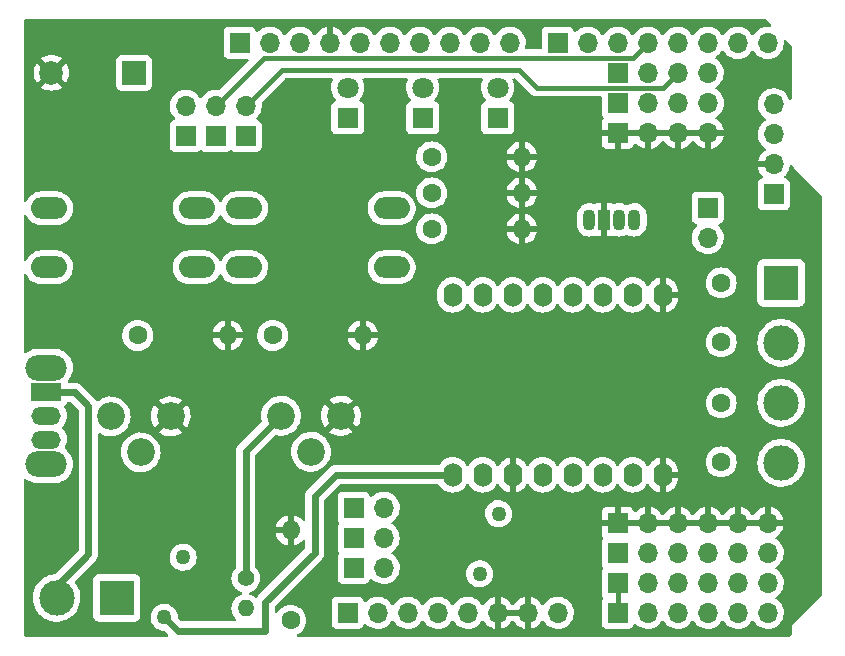
<source format=gbr>
%TF.GenerationSoftware,KiCad,Pcbnew,6.0.10-86aedd382b~118~ubuntu20.04.1*%
%TF.CreationDate,2023-01-05T13:57:26+01:00*%
%TF.ProjectId,BATConcho,42415443-6f6e-4636-986f-2e6b69636164,rev?*%
%TF.SameCoordinates,Original*%
%TF.FileFunction,Copper,L2,Bot*%
%TF.FilePolarity,Positive*%
%FSLAX46Y46*%
G04 Gerber Fmt 4.6, Leading zero omitted, Abs format (unit mm)*
G04 Created by KiCad (PCBNEW 6.0.10-86aedd382b~118~ubuntu20.04.1) date 2023-01-05 13:57:26*
%MOMM*%
%LPD*%
G01*
G04 APERTURE LIST*
%TA.AperFunction,ComponentPad*%
%ADD10R,1.700000X1.700000*%
%TD*%
%TA.AperFunction,ComponentPad*%
%ADD11O,1.700000X1.700000*%
%TD*%
%TA.AperFunction,ComponentPad*%
%ADD12C,1.600000*%
%TD*%
%TA.AperFunction,ComponentPad*%
%ADD13O,1.600000X1.600000*%
%TD*%
%TA.AperFunction,ComponentPad*%
%ADD14C,1.270000*%
%TD*%
%TA.AperFunction,ComponentPad*%
%ADD15O,1.070000X1.800000*%
%TD*%
%TA.AperFunction,ComponentPad*%
%ADD16R,1.070000X1.800000*%
%TD*%
%TA.AperFunction,ComponentPad*%
%ADD17O,3.048000X1.850000*%
%TD*%
%TA.AperFunction,ComponentPad*%
%ADD18C,2.340000*%
%TD*%
%TA.AperFunction,ComponentPad*%
%ADD19R,1.800000X1.800000*%
%TD*%
%TA.AperFunction,ComponentPad*%
%ADD20C,1.800000*%
%TD*%
%TA.AperFunction,ComponentPad*%
%ADD21C,1.400000*%
%TD*%
%TA.AperFunction,ComponentPad*%
%ADD22O,1.400000X1.400000*%
%TD*%
%TA.AperFunction,ComponentPad*%
%ADD23R,2.000000X2.000000*%
%TD*%
%TA.AperFunction,ComponentPad*%
%ADD24C,2.000000*%
%TD*%
%TA.AperFunction,ComponentPad*%
%ADD25O,3.500000X2.200000*%
%TD*%
%TA.AperFunction,ComponentPad*%
%ADD26R,2.500000X1.500000*%
%TD*%
%TA.AperFunction,ComponentPad*%
%ADD27O,2.500000X1.500000*%
%TD*%
%TA.AperFunction,ComponentPad*%
%ADD28R,3.000000X3.000000*%
%TD*%
%TA.AperFunction,ComponentPad*%
%ADD29C,3.000000*%
%TD*%
%TA.AperFunction,ComponentPad*%
%ADD30O,1.600000X2.000000*%
%TD*%
%TA.AperFunction,Conductor*%
%ADD31C,0.600000*%
%TD*%
%TA.AperFunction,Conductor*%
%ADD32C,0.400000*%
%TD*%
G04 APERTURE END LIST*
D10*
%TO.P,J4,1,Pin_1*%
%TO.N,unconnected-(J4-Pad1)*%
X127940000Y-97460000D03*
D11*
%TO.P,J4,2,Pin_2*%
%TO.N,/IOREF*%
X130480000Y-97460000D03*
%TO.P,J4,3,Pin_3*%
%TO.N,/~{RESET}*%
X133020000Y-97460000D03*
%TO.P,J4,4,Pin_4*%
%TO.N,Net-(F3-Pad1)*%
X135560000Y-97460000D03*
%TO.P,J4,5,Pin_5*%
%TO.N,Net-(F1-Pad1)*%
X138100000Y-97460000D03*
%TO.P,J4,6,Pin_6*%
%TO.N,GND*%
X140640000Y-97460000D03*
%TO.P,J4,7,Pin_7*%
X143180000Y-97460000D03*
%TO.P,J4,8,Pin_8*%
%TO.N,/Vin*%
X145720000Y-97460000D03*
%TD*%
D10*
%TO.P,J6,1,Pin_1*%
%TO.N,/A0*%
X150800000Y-97460000D03*
D11*
%TO.P,J6,2,Pin_2*%
%TO.N,/A1*%
X153340000Y-97460000D03*
%TO.P,J6,3,Pin_3*%
%TO.N,/A2*%
X155880000Y-97460000D03*
%TO.P,J6,4,Pin_4*%
%TO.N,/A3*%
X158420000Y-97460000D03*
%TO.P,J6,5,Pin_5*%
%TO.N,/SDA{slash}A4*%
X160960000Y-97460000D03*
%TO.P,J6,6,Pin_6*%
%TO.N,/SCL{slash}A5*%
X163500000Y-97460000D03*
%TD*%
D10*
%TO.P,J3,1,Pin_1*%
%TO.N,/SCL{slash}A5*%
X118796000Y-49200000D03*
D11*
%TO.P,J3,2,Pin_2*%
%TO.N,/SDA{slash}A4*%
X121336000Y-49200000D03*
%TO.P,J3,3,Pin_3*%
%TO.N,/AREF*%
X123876000Y-49200000D03*
%TO.P,J3,4,Pin_4*%
%TO.N,GND*%
X126416000Y-49200000D03*
%TO.P,J3,5,Pin_5*%
%TO.N,/13*%
X128956000Y-49200000D03*
%TO.P,J3,6,Pin_6*%
%TO.N,/12*%
X131496000Y-49200000D03*
%TO.P,J3,7,Pin_7*%
%TO.N,/\u002A11*%
X134036000Y-49200000D03*
%TO.P,J3,8,Pin_8*%
%TO.N,/\u002A10*%
X136576000Y-49200000D03*
%TO.P,J3,9,Pin_9*%
%TO.N,/\u002A9*%
X139116000Y-49200000D03*
%TO.P,J3,10,Pin_10*%
%TO.N,/8*%
X141656000Y-49200000D03*
%TD*%
D10*
%TO.P,J7,1,Pin_1*%
%TO.N,/7*%
X145720000Y-49200000D03*
D11*
%TO.P,J7,2,Pin_2*%
%TO.N,/\u002A6*%
X148260000Y-49200000D03*
%TO.P,J7,3,Pin_3*%
%TO.N,/\u002A5*%
X150800000Y-49200000D03*
%TO.P,J7,4,Pin_4*%
%TO.N,/4*%
X153340000Y-49200000D03*
%TO.P,J7,5,Pin_5*%
%TO.N,/\u002A3*%
X155880000Y-49200000D03*
%TO.P,J7,6,Pin_6*%
%TO.N,/2*%
X158420000Y-49200000D03*
%TO.P,J7,7,Pin_7*%
%TO.N,/TX{slash}1*%
X160960000Y-49200000D03*
%TO.P,J7,8,Pin_8*%
%TO.N,/RX{slash}0*%
X163500000Y-49200000D03*
%TD*%
D12*
%TO.P,R2,1*%
%TO.N,Net-(JP2-Pad1)*%
X123114000Y-98095000D03*
D13*
%TO.P,R2,2*%
%TO.N,GND*%
X123114000Y-90475000D03*
%TD*%
D10*
%TO.P,J10,1,Pin_1*%
%TO.N,GND*%
X150800000Y-89840000D03*
D11*
%TO.P,J10,2,Pin_2*%
X153340000Y-89840000D03*
%TO.P,J10,3,Pin_3*%
X155880000Y-89840000D03*
%TO.P,J10,4,Pin_4*%
X158420000Y-89840000D03*
%TO.P,J10,5,Pin_5*%
X160960000Y-89840000D03*
%TO.P,J10,6,Pin_6*%
X163500000Y-89840000D03*
%TD*%
D14*
%TO.P,F1,1*%
%TO.N,Net-(F1-Pad1)*%
X139116000Y-94158000D03*
%TO.P,F1,2*%
%TO.N,+5V*%
X140716000Y-89058000D03*
%TD*%
D10*
%TO.P,J11,1,Pin_1*%
%TO.N,/\u002A5*%
X150800000Y-51740000D03*
D11*
%TO.P,J11,2,Pin_2*%
%TO.N,/4*%
X153340000Y-51740000D03*
%TO.P,J11,3,Pin_3*%
%TO.N,/\u002A3*%
X155880000Y-51740000D03*
%TO.P,J11,4,Pin_4*%
%TO.N,/2*%
X158420000Y-51740000D03*
%TD*%
D15*
%TO.P,D4,1,DOUT*%
%TO.N,unconnected-(D4-Pad1)*%
X148392000Y-64186000D03*
D16*
%TO.P,D4,2,GND*%
%TO.N,GND*%
X149662000Y-64186000D03*
D15*
%TO.P,D4,3,VDD*%
%TO.N,+5V*%
X150932000Y-64186000D03*
%TO.P,D4,4,DIN*%
%TO.N,Net-(D4-Pad4)*%
X152202000Y-64186000D03*
%TD*%
D17*
%TO.P,SW2,1,1*%
%TO.N,Net-(JP6-Pad1)*%
X119160000Y-63210000D03*
X131660000Y-63210000D03*
%TO.P,SW2,2,2*%
%TO.N,+5V*%
X119160000Y-68210000D03*
X131660000Y-68210000D03*
%TD*%
D18*
%TO.P,RV2,1,1*%
%TO.N,+5V*%
X122290000Y-80776000D03*
%TO.P,RV2,2,2*%
%TO.N,Net-(JP5-Pad1)*%
X124830000Y-83824000D03*
%TO.P,RV2,3,3*%
%TO.N,GND*%
X127370000Y-80776000D03*
%TD*%
D19*
%TO.P,D2,1,K*%
%TO.N,Net-(D2-Pad1)*%
X134290000Y-55550000D03*
D20*
%TO.P,D2,2,A*%
%TO.N,/\u002A11*%
X134290000Y-53010000D03*
%TD*%
D10*
%TO.P,JP7,1,A*%
%TO.N,Net-(JP7-Pad1)*%
X116764000Y-57079000D03*
D11*
%TO.P,JP7,2,B*%
%TO.N,/4*%
X116764000Y-54539000D03*
%TD*%
D19*
%TO.P,D3,1,K*%
%TO.N,Net-(D3-Pad1)*%
X140640000Y-55550000D03*
D20*
%TO.P,D3,2,A*%
%TO.N,/\u002A10*%
X140640000Y-53010000D03*
%TD*%
D10*
%TO.P,JP2,1,A*%
%TO.N,Net-(JP2-Pad1)*%
X128448000Y-93650000D03*
D11*
%TO.P,JP2,2,B*%
%TO.N,/A0*%
X130988000Y-93650000D03*
%TD*%
D10*
%TO.P,J5,1,Pin_1*%
%TO.N,+5V*%
X164008000Y-62017000D03*
D11*
%TO.P,J5,2,Pin_2*%
%TO.N,GND*%
X164008000Y-59477000D03*
%TO.P,J5,3,Pin_3*%
%TO.N,/TX{slash}1*%
X164008000Y-56937000D03*
%TO.P,J5,4,Pin_4*%
%TO.N,/RX{slash}0*%
X164008000Y-54397000D03*
%TD*%
D10*
%TO.P,J13,1,Pin_1*%
%TO.N,GND*%
X150810000Y-56820000D03*
D11*
%TO.P,J13,2,Pin_2*%
X153350000Y-56820000D03*
%TO.P,J13,3,Pin_3*%
X155890000Y-56820000D03*
%TO.P,J13,4,Pin_4*%
X158430000Y-56820000D03*
%TD*%
D10*
%TO.P,J12,1,Pin_1*%
%TO.N,+5V*%
X150810000Y-54280000D03*
D11*
%TO.P,J12,2,Pin_2*%
X153350000Y-54280000D03*
%TO.P,J12,3,Pin_3*%
X155890000Y-54280000D03*
%TO.P,J12,4,Pin_4*%
X158430000Y-54280000D03*
%TD*%
D17*
%TO.P,SW3,1,1*%
%TO.N,Net-(JP7-Pad1)*%
X115150000Y-63210000D03*
X102650000Y-63210000D03*
%TO.P,SW3,2,2*%
%TO.N,+5V*%
X115150000Y-68210000D03*
X102650000Y-68210000D03*
%TD*%
D19*
%TO.P,D1,1,K*%
%TO.N,Net-(D1-Pad1)*%
X127940000Y-55550000D03*
D20*
%TO.P,D1,2,A*%
%TO.N,/12*%
X127940000Y-53010000D03*
%TD*%
D10*
%TO.P,JP6,1,A*%
%TO.N,Net-(JP6-Pad1)*%
X119304000Y-57079000D03*
D11*
%TO.P,JP6,2,B*%
%TO.N,/\u002A3*%
X119304000Y-54539000D03*
%TD*%
D12*
%TO.P,R7,1*%
%TO.N,Net-(JP7-Pad1)*%
X110160000Y-73965000D03*
D13*
%TO.P,R7,2*%
%TO.N,GND*%
X117780000Y-73965000D03*
%TD*%
D12*
%TO.P,C1,1*%
%TO.N,Net-(C1-Pad1)*%
X159563000Y-69520000D03*
%TO.P,C1,2*%
%TO.N,Net-(C1-Pad2)*%
X159563000Y-74520000D03*
%TD*%
%TO.P,C2,1*%
%TO.N,Net-(C2-Pad1)*%
X159563000Y-79680000D03*
%TO.P,C2,2*%
%TO.N,Net-(C2-Pad2)*%
X159563000Y-84680000D03*
%TD*%
%TO.P,R6,1*%
%TO.N,Net-(JP6-Pad1)*%
X121590000Y-73965000D03*
D13*
%TO.P,R6,2*%
%TO.N,GND*%
X129210000Y-73965000D03*
%TD*%
D10*
%TO.P,JP5,1,A*%
%TO.N,Net-(JP5-Pad1)*%
X128448000Y-88570000D03*
D11*
%TO.P,JP5,2,B*%
%TO.N,/A2*%
X130988000Y-88570000D03*
%TD*%
D12*
%TO.P,R3,1*%
%TO.N,Net-(D1-Pad1)*%
X135052000Y-58852000D03*
D13*
%TO.P,R3,2*%
%TO.N,GND*%
X142672000Y-58852000D03*
%TD*%
D21*
%TO.P,R1,1*%
%TO.N,+5V*%
X119304000Y-94539000D03*
D22*
%TO.P,R1,2*%
%TO.N,Net-(JP2-Pad1)*%
X119304000Y-97079000D03*
%TD*%
D10*
%TO.P,JP1,1,A*%
%TO.N,Net-(BZ1-Pad1)*%
X114224000Y-57079000D03*
D11*
%TO.P,JP1,2,B*%
%TO.N,/13*%
X114224000Y-54539000D03*
%TD*%
D14*
%TO.P,F2,1*%
%TO.N,Net-(F2-Pad1)*%
X112408000Y-97851000D03*
%TO.P,F2,2*%
%TO.N,/STUP_IN*%
X114008000Y-92751000D03*
%TD*%
D18*
%TO.P,RV1,1,1*%
%TO.N,+5V*%
X107874000Y-80823000D03*
%TO.P,RV1,2,2*%
%TO.N,Net-(JP3-Pad1)*%
X110414000Y-83871000D03*
%TO.P,RV1,3,3*%
%TO.N,GND*%
X112954000Y-80823000D03*
%TD*%
D23*
%TO.P,BZ1,1,-*%
%TO.N,Net-(BZ1-Pad1)*%
X109860000Y-51740000D03*
D24*
%TO.P,BZ1,2,+*%
%TO.N,GND*%
X102860000Y-51740000D03*
%TD*%
D25*
%TO.P,SW1,*%
%TO.N,*%
X102413000Y-76691000D03*
X102413000Y-84891000D03*
D26*
%TO.P,SW1,1,A*%
%TO.N,/+BAT*%
X102413000Y-78791000D03*
D27*
%TO.P,SW1,2,B*%
%TO.N,/STUP_IN*%
X102413000Y-80791000D03*
%TO.P,SW1,3*%
%TO.N,N/C*%
X102413000Y-82791000D03*
%TD*%
D28*
%TO.P,J2,1,Pin_1*%
%TO.N,Net-(C1-Pad1)*%
X164643000Y-69520000D03*
D29*
%TO.P,J2,2,Pin_2*%
%TO.N,Net-(C1-Pad2)*%
X164643000Y-74600000D03*
%TO.P,J2,3,Pin_3*%
%TO.N,Net-(C2-Pad1)*%
X164643000Y-79680000D03*
%TO.P,J2,4,Pin_4*%
%TO.N,Net-(C2-Pad2)*%
X164643000Y-84760000D03*
%TD*%
D28*
%TO.P,J1,1,Pin_1*%
%TO.N,/STUP_IN*%
X108382000Y-96190000D03*
D29*
%TO.P,J1,2,Pin_2*%
%TO.N,/+BAT*%
X103302000Y-96190000D03*
%TD*%
D12*
%TO.P,R4,1*%
%TO.N,Net-(D2-Pad1)*%
X135052000Y-61900000D03*
D13*
%TO.P,R4,2*%
%TO.N,GND*%
X142672000Y-61900000D03*
%TD*%
D12*
%TO.P,R5,1*%
%TO.N,Net-(D3-Pad1)*%
X135052000Y-64948000D03*
D13*
%TO.P,R5,2*%
%TO.N,GND*%
X142672000Y-64948000D03*
%TD*%
D10*
%TO.P,JP3,1,A*%
%TO.N,Net-(JP3-Pad1)*%
X128443000Y-91110000D03*
D11*
%TO.P,JP3,2,B*%
%TO.N,/A1*%
X130983000Y-91110000D03*
%TD*%
D10*
%TO.P,J8,1,Pin_1*%
%TO.N,/A0*%
X150800000Y-94920000D03*
D11*
%TO.P,J8,2,Pin_2*%
%TO.N,/A1*%
X153340000Y-94920000D03*
%TO.P,J8,3,Pin_3*%
%TO.N,/A2*%
X155880000Y-94920000D03*
%TO.P,J8,4,Pin_4*%
%TO.N,/A3*%
X158420000Y-94920000D03*
%TO.P,J8,5,Pin_5*%
%TO.N,/SDA{slash}A4*%
X160960000Y-94920000D03*
%TO.P,J8,6,Pin_6*%
%TO.N,/SCL{slash}A5*%
X163500000Y-94920000D03*
%TD*%
D30*
%TO.P,U1,1,VMOT*%
%TO.N,Net-(F2-Pad1)*%
X136830000Y-85776000D03*
%TO.P,U1,2,VCC*%
%TO.N,+5V*%
X139370000Y-85776000D03*
%TO.P,U1,3,GND*%
%TO.N,GND*%
X141910000Y-85776000D03*
%TO.P,U1,4,AO1*%
%TO.N,Net-(C1-Pad1)*%
X144450000Y-85776000D03*
%TO.P,U1,5,AO2*%
%TO.N,Net-(C1-Pad2)*%
X146990000Y-85776000D03*
%TO.P,U1,6,BO2*%
%TO.N,Net-(C2-Pad1)*%
X149530000Y-85776000D03*
%TO.P,U1,7,BO1*%
%TO.N,Net-(C2-Pad2)*%
X152070000Y-85776000D03*
%TO.P,U1,8,GND*%
%TO.N,GND*%
X154610000Y-85776000D03*
%TO.P,U1,9,GND*%
X154610000Y-70536000D03*
%TO.P,U1,10,PWMB*%
%TO.N,+5V*%
X152070000Y-70536000D03*
%TO.P,U1,11,BIN2*%
%TO.N,/\u002A6*%
X149530000Y-70536000D03*
%TO.P,U1,12,BIN1*%
%TO.N,/7*%
X146990000Y-70536000D03*
%TO.P,U1,13,STBY*%
%TO.N,+5V*%
X144450000Y-70536000D03*
%TO.P,U1,14,AIN1*%
%TO.N,/8*%
X141910000Y-70536000D03*
%TO.P,U1,15,AIN2*%
%TO.N,/\u002A9*%
X139370000Y-70536000D03*
%TO.P,U1,16,PWMA*%
%TO.N,+5V*%
X136830000Y-70536000D03*
%TD*%
D10*
%TO.P,JP4,1,A*%
%TO.N,/2*%
X158420000Y-63170000D03*
D11*
%TO.P,JP4,2,B*%
%TO.N,Net-(D4-Pad4)*%
X158420000Y-65710000D03*
%TD*%
D10*
%TO.P,J9,1,Pin_1*%
%TO.N,+5V*%
X150800000Y-92380000D03*
D11*
%TO.P,J9,2,Pin_2*%
X153340000Y-92380000D03*
%TO.P,J9,3,Pin_3*%
X155880000Y-92380000D03*
%TO.P,J9,4,Pin_4*%
X158420000Y-92380000D03*
%TO.P,J9,5,Pin_5*%
X160960000Y-92380000D03*
%TO.P,J9,6,Pin_6*%
X163500000Y-92380000D03*
%TD*%
D31*
%TO.N,+5V*%
X122290000Y-80776000D02*
X119304000Y-83762000D01*
X119304000Y-83762000D02*
X119304000Y-94539000D01*
D32*
%TO.N,/A0*%
X150800000Y-97460000D02*
X150800000Y-94920000D01*
%TO.N,/4*%
X152070000Y-50470000D02*
X120833000Y-50470000D01*
X153340000Y-49200000D02*
X152070000Y-50470000D01*
X120833000Y-50470000D02*
X116764000Y-54539000D01*
%TO.N,/\u002A3*%
X122357000Y-51486000D02*
X119304000Y-54539000D01*
X154610000Y-53010000D02*
X143942000Y-53010000D01*
X143942000Y-53010000D02*
X142418000Y-51486000D01*
X142418000Y-51486000D02*
X122357000Y-51486000D01*
X155880000Y-51740000D02*
X154610000Y-53010000D01*
D31*
%TO.N,Net-(F2-Pad1)*%
X120955000Y-96571000D02*
X120955000Y-98984000D01*
X120955000Y-98984000D02*
X113541000Y-98984000D01*
X113541000Y-98984000D02*
X112408000Y-97851000D01*
X126924000Y-85776000D02*
X125146000Y-87554000D01*
X125146000Y-87554000D02*
X125146000Y-92380000D01*
X136830000Y-85776000D02*
X126924000Y-85776000D01*
X125146000Y-92380000D02*
X120955000Y-96571000D01*
%TO.N,/+BAT*%
X105969000Y-79934000D02*
X105969000Y-92507000D01*
X102413000Y-78791000D02*
X104826000Y-78791000D01*
X104826000Y-78791000D02*
X105969000Y-79934000D01*
X103302000Y-95174000D02*
X103302000Y-96190000D01*
X105969000Y-92507000D02*
X103302000Y-95174000D01*
%TD*%
%TA.AperFunction,Conductor*%
%TO.N,GND*%
G36*
X163305304Y-47188502D02*
G01*
X163326278Y-47205405D01*
X163753042Y-47632169D01*
X163787068Y-47694481D01*
X163782003Y-47765296D01*
X163739456Y-47822132D01*
X163672936Y-47846943D01*
X163641855Y-47845311D01*
X163628284Y-47842894D01*
X163554452Y-47841992D01*
X163410081Y-47840228D01*
X163410079Y-47840228D01*
X163404911Y-47840165D01*
X163184091Y-47873955D01*
X162971756Y-47943357D01*
X162773607Y-48046507D01*
X162769474Y-48049610D01*
X162769471Y-48049612D01*
X162599100Y-48177530D01*
X162594965Y-48180635D01*
X162591393Y-48184373D01*
X162483729Y-48297037D01*
X162440629Y-48342138D01*
X162333201Y-48499621D01*
X162278293Y-48544621D01*
X162207768Y-48552792D01*
X162144021Y-48521538D01*
X162123324Y-48497054D01*
X162042822Y-48372617D01*
X162042820Y-48372614D01*
X162040014Y-48368277D01*
X161889670Y-48203051D01*
X161885619Y-48199852D01*
X161885615Y-48199848D01*
X161718414Y-48067800D01*
X161718410Y-48067798D01*
X161714359Y-48064598D01*
X161678028Y-48044542D01*
X161662136Y-48035769D01*
X161518789Y-47956638D01*
X161513920Y-47954914D01*
X161513916Y-47954912D01*
X161313087Y-47883795D01*
X161313083Y-47883794D01*
X161308212Y-47882069D01*
X161303119Y-47881162D01*
X161303116Y-47881161D01*
X161093373Y-47843800D01*
X161093367Y-47843799D01*
X161088284Y-47842894D01*
X161014452Y-47841992D01*
X160870081Y-47840228D01*
X160870079Y-47840228D01*
X160864911Y-47840165D01*
X160644091Y-47873955D01*
X160431756Y-47943357D01*
X160233607Y-48046507D01*
X160229474Y-48049610D01*
X160229471Y-48049612D01*
X160059100Y-48177530D01*
X160054965Y-48180635D01*
X160051393Y-48184373D01*
X159943729Y-48297037D01*
X159900629Y-48342138D01*
X159793201Y-48499621D01*
X159738293Y-48544621D01*
X159667768Y-48552792D01*
X159604021Y-48521538D01*
X159583324Y-48497054D01*
X159502822Y-48372617D01*
X159502820Y-48372614D01*
X159500014Y-48368277D01*
X159349670Y-48203051D01*
X159345619Y-48199852D01*
X159345615Y-48199848D01*
X159178414Y-48067800D01*
X159178410Y-48067798D01*
X159174359Y-48064598D01*
X159138028Y-48044542D01*
X159122136Y-48035769D01*
X158978789Y-47956638D01*
X158973920Y-47954914D01*
X158973916Y-47954912D01*
X158773087Y-47883795D01*
X158773083Y-47883794D01*
X158768212Y-47882069D01*
X158763119Y-47881162D01*
X158763116Y-47881161D01*
X158553373Y-47843800D01*
X158553367Y-47843799D01*
X158548284Y-47842894D01*
X158474452Y-47841992D01*
X158330081Y-47840228D01*
X158330079Y-47840228D01*
X158324911Y-47840165D01*
X158104091Y-47873955D01*
X157891756Y-47943357D01*
X157693607Y-48046507D01*
X157689474Y-48049610D01*
X157689471Y-48049612D01*
X157519100Y-48177530D01*
X157514965Y-48180635D01*
X157511393Y-48184373D01*
X157403729Y-48297037D01*
X157360629Y-48342138D01*
X157253201Y-48499621D01*
X157198293Y-48544621D01*
X157127768Y-48552792D01*
X157064021Y-48521538D01*
X157043324Y-48497054D01*
X156962822Y-48372617D01*
X156962820Y-48372614D01*
X156960014Y-48368277D01*
X156809670Y-48203051D01*
X156805619Y-48199852D01*
X156805615Y-48199848D01*
X156638414Y-48067800D01*
X156638410Y-48067798D01*
X156634359Y-48064598D01*
X156598028Y-48044542D01*
X156582136Y-48035769D01*
X156438789Y-47956638D01*
X156433920Y-47954914D01*
X156433916Y-47954912D01*
X156233087Y-47883795D01*
X156233083Y-47883794D01*
X156228212Y-47882069D01*
X156223119Y-47881162D01*
X156223116Y-47881161D01*
X156013373Y-47843800D01*
X156013367Y-47843799D01*
X156008284Y-47842894D01*
X155934452Y-47841992D01*
X155790081Y-47840228D01*
X155790079Y-47840228D01*
X155784911Y-47840165D01*
X155564091Y-47873955D01*
X155351756Y-47943357D01*
X155153607Y-48046507D01*
X155149474Y-48049610D01*
X155149471Y-48049612D01*
X154979100Y-48177530D01*
X154974965Y-48180635D01*
X154971393Y-48184373D01*
X154863729Y-48297037D01*
X154820629Y-48342138D01*
X154713201Y-48499621D01*
X154658293Y-48544621D01*
X154587768Y-48552792D01*
X154524021Y-48521538D01*
X154503324Y-48497054D01*
X154422822Y-48372617D01*
X154422820Y-48372614D01*
X154420014Y-48368277D01*
X154269670Y-48203051D01*
X154265619Y-48199852D01*
X154265615Y-48199848D01*
X154098414Y-48067800D01*
X154098410Y-48067798D01*
X154094359Y-48064598D01*
X154058028Y-48044542D01*
X154042136Y-48035769D01*
X153898789Y-47956638D01*
X153893920Y-47954914D01*
X153893916Y-47954912D01*
X153693087Y-47883795D01*
X153693083Y-47883794D01*
X153688212Y-47882069D01*
X153683119Y-47881162D01*
X153683116Y-47881161D01*
X153473373Y-47843800D01*
X153473367Y-47843799D01*
X153468284Y-47842894D01*
X153394452Y-47841992D01*
X153250081Y-47840228D01*
X153250079Y-47840228D01*
X153244911Y-47840165D01*
X153024091Y-47873955D01*
X152811756Y-47943357D01*
X152613607Y-48046507D01*
X152609474Y-48049610D01*
X152609471Y-48049612D01*
X152439100Y-48177530D01*
X152434965Y-48180635D01*
X152431393Y-48184373D01*
X152323729Y-48297037D01*
X152280629Y-48342138D01*
X152173201Y-48499621D01*
X152118293Y-48544621D01*
X152047768Y-48552792D01*
X151984021Y-48521538D01*
X151963324Y-48497054D01*
X151882822Y-48372617D01*
X151882820Y-48372614D01*
X151880014Y-48368277D01*
X151729670Y-48203051D01*
X151725619Y-48199852D01*
X151725615Y-48199848D01*
X151558414Y-48067800D01*
X151558410Y-48067798D01*
X151554359Y-48064598D01*
X151518028Y-48044542D01*
X151502136Y-48035769D01*
X151358789Y-47956638D01*
X151353920Y-47954914D01*
X151353916Y-47954912D01*
X151153087Y-47883795D01*
X151153083Y-47883794D01*
X151148212Y-47882069D01*
X151143119Y-47881162D01*
X151143116Y-47881161D01*
X150933373Y-47843800D01*
X150933367Y-47843799D01*
X150928284Y-47842894D01*
X150854452Y-47841992D01*
X150710081Y-47840228D01*
X150710079Y-47840228D01*
X150704911Y-47840165D01*
X150484091Y-47873955D01*
X150271756Y-47943357D01*
X150073607Y-48046507D01*
X150069474Y-48049610D01*
X150069471Y-48049612D01*
X149899100Y-48177530D01*
X149894965Y-48180635D01*
X149891393Y-48184373D01*
X149783729Y-48297037D01*
X149740629Y-48342138D01*
X149633201Y-48499621D01*
X149578293Y-48544621D01*
X149507768Y-48552792D01*
X149444021Y-48521538D01*
X149423324Y-48497054D01*
X149342822Y-48372617D01*
X149342820Y-48372614D01*
X149340014Y-48368277D01*
X149189670Y-48203051D01*
X149185619Y-48199852D01*
X149185615Y-48199848D01*
X149018414Y-48067800D01*
X149018410Y-48067798D01*
X149014359Y-48064598D01*
X148978028Y-48044542D01*
X148962136Y-48035769D01*
X148818789Y-47956638D01*
X148813920Y-47954914D01*
X148813916Y-47954912D01*
X148613087Y-47883795D01*
X148613083Y-47883794D01*
X148608212Y-47882069D01*
X148603119Y-47881162D01*
X148603116Y-47881161D01*
X148393373Y-47843800D01*
X148393367Y-47843799D01*
X148388284Y-47842894D01*
X148314452Y-47841992D01*
X148170081Y-47840228D01*
X148170079Y-47840228D01*
X148164911Y-47840165D01*
X147944091Y-47873955D01*
X147731756Y-47943357D01*
X147533607Y-48046507D01*
X147529474Y-48049610D01*
X147529471Y-48049612D01*
X147359100Y-48177530D01*
X147354965Y-48180635D01*
X147298537Y-48239684D01*
X147274283Y-48265064D01*
X147212759Y-48300494D01*
X147141846Y-48297037D01*
X147084060Y-48255791D01*
X147065207Y-48222243D01*
X147023767Y-48111703D01*
X147020615Y-48103295D01*
X146933261Y-47986739D01*
X146816705Y-47899385D01*
X146680316Y-47848255D01*
X146618134Y-47841500D01*
X144821866Y-47841500D01*
X144759684Y-47848255D01*
X144623295Y-47899385D01*
X144506739Y-47986739D01*
X144419385Y-48103295D01*
X144368255Y-48239684D01*
X144361500Y-48301866D01*
X144361500Y-49635500D01*
X144341498Y-49703621D01*
X144287842Y-49750114D01*
X144235500Y-49761500D01*
X143075264Y-49761500D01*
X143007143Y-49741498D01*
X142960650Y-49687842D01*
X142950546Y-49617568D01*
X142954705Y-49598872D01*
X142986867Y-49493015D01*
X142988370Y-49488069D01*
X143017529Y-49266590D01*
X143017611Y-49263240D01*
X143019074Y-49203365D01*
X143019074Y-49203361D01*
X143019156Y-49200000D01*
X143000852Y-48977361D01*
X142946431Y-48760702D01*
X142857354Y-48555840D01*
X142736014Y-48368277D01*
X142585670Y-48203051D01*
X142581619Y-48199852D01*
X142581615Y-48199848D01*
X142414414Y-48067800D01*
X142414410Y-48067798D01*
X142410359Y-48064598D01*
X142374028Y-48044542D01*
X142358136Y-48035769D01*
X142214789Y-47956638D01*
X142209920Y-47954914D01*
X142209916Y-47954912D01*
X142009087Y-47883795D01*
X142009083Y-47883794D01*
X142004212Y-47882069D01*
X141999119Y-47881162D01*
X141999116Y-47881161D01*
X141789373Y-47843800D01*
X141789367Y-47843799D01*
X141784284Y-47842894D01*
X141710452Y-47841992D01*
X141566081Y-47840228D01*
X141566079Y-47840228D01*
X141560911Y-47840165D01*
X141340091Y-47873955D01*
X141127756Y-47943357D01*
X140929607Y-48046507D01*
X140925474Y-48049610D01*
X140925471Y-48049612D01*
X140755100Y-48177530D01*
X140750965Y-48180635D01*
X140747393Y-48184373D01*
X140639729Y-48297037D01*
X140596629Y-48342138D01*
X140489201Y-48499621D01*
X140434293Y-48544621D01*
X140363768Y-48552792D01*
X140300021Y-48521538D01*
X140279324Y-48497054D01*
X140198822Y-48372617D01*
X140198820Y-48372614D01*
X140196014Y-48368277D01*
X140045670Y-48203051D01*
X140041619Y-48199852D01*
X140041615Y-48199848D01*
X139874414Y-48067800D01*
X139874410Y-48067798D01*
X139870359Y-48064598D01*
X139834028Y-48044542D01*
X139818136Y-48035769D01*
X139674789Y-47956638D01*
X139669920Y-47954914D01*
X139669916Y-47954912D01*
X139469087Y-47883795D01*
X139469083Y-47883794D01*
X139464212Y-47882069D01*
X139459119Y-47881162D01*
X139459116Y-47881161D01*
X139249373Y-47843800D01*
X139249367Y-47843799D01*
X139244284Y-47842894D01*
X139170452Y-47841992D01*
X139026081Y-47840228D01*
X139026079Y-47840228D01*
X139020911Y-47840165D01*
X138800091Y-47873955D01*
X138587756Y-47943357D01*
X138389607Y-48046507D01*
X138385474Y-48049610D01*
X138385471Y-48049612D01*
X138215100Y-48177530D01*
X138210965Y-48180635D01*
X138207393Y-48184373D01*
X138099729Y-48297037D01*
X138056629Y-48342138D01*
X137949201Y-48499621D01*
X137894293Y-48544621D01*
X137823768Y-48552792D01*
X137760021Y-48521538D01*
X137739324Y-48497054D01*
X137658822Y-48372617D01*
X137658820Y-48372614D01*
X137656014Y-48368277D01*
X137505670Y-48203051D01*
X137501619Y-48199852D01*
X137501615Y-48199848D01*
X137334414Y-48067800D01*
X137334410Y-48067798D01*
X137330359Y-48064598D01*
X137294028Y-48044542D01*
X137278136Y-48035769D01*
X137134789Y-47956638D01*
X137129920Y-47954914D01*
X137129916Y-47954912D01*
X136929087Y-47883795D01*
X136929083Y-47883794D01*
X136924212Y-47882069D01*
X136919119Y-47881162D01*
X136919116Y-47881161D01*
X136709373Y-47843800D01*
X136709367Y-47843799D01*
X136704284Y-47842894D01*
X136630452Y-47841992D01*
X136486081Y-47840228D01*
X136486079Y-47840228D01*
X136480911Y-47840165D01*
X136260091Y-47873955D01*
X136047756Y-47943357D01*
X135849607Y-48046507D01*
X135845474Y-48049610D01*
X135845471Y-48049612D01*
X135675100Y-48177530D01*
X135670965Y-48180635D01*
X135667393Y-48184373D01*
X135559729Y-48297037D01*
X135516629Y-48342138D01*
X135409201Y-48499621D01*
X135354293Y-48544621D01*
X135283768Y-48552792D01*
X135220021Y-48521538D01*
X135199324Y-48497054D01*
X135118822Y-48372617D01*
X135118820Y-48372614D01*
X135116014Y-48368277D01*
X134965670Y-48203051D01*
X134961619Y-48199852D01*
X134961615Y-48199848D01*
X134794414Y-48067800D01*
X134794410Y-48067798D01*
X134790359Y-48064598D01*
X134754028Y-48044542D01*
X134738136Y-48035769D01*
X134594789Y-47956638D01*
X134589920Y-47954914D01*
X134589916Y-47954912D01*
X134389087Y-47883795D01*
X134389083Y-47883794D01*
X134384212Y-47882069D01*
X134379119Y-47881162D01*
X134379116Y-47881161D01*
X134169373Y-47843800D01*
X134169367Y-47843799D01*
X134164284Y-47842894D01*
X134090452Y-47841992D01*
X133946081Y-47840228D01*
X133946079Y-47840228D01*
X133940911Y-47840165D01*
X133720091Y-47873955D01*
X133507756Y-47943357D01*
X133309607Y-48046507D01*
X133305474Y-48049610D01*
X133305471Y-48049612D01*
X133135100Y-48177530D01*
X133130965Y-48180635D01*
X133127393Y-48184373D01*
X133019729Y-48297037D01*
X132976629Y-48342138D01*
X132869201Y-48499621D01*
X132814293Y-48544621D01*
X132743768Y-48552792D01*
X132680021Y-48521538D01*
X132659324Y-48497054D01*
X132578822Y-48372617D01*
X132578820Y-48372614D01*
X132576014Y-48368277D01*
X132425670Y-48203051D01*
X132421619Y-48199852D01*
X132421615Y-48199848D01*
X132254414Y-48067800D01*
X132254410Y-48067798D01*
X132250359Y-48064598D01*
X132214028Y-48044542D01*
X132198136Y-48035769D01*
X132054789Y-47956638D01*
X132049920Y-47954914D01*
X132049916Y-47954912D01*
X131849087Y-47883795D01*
X131849083Y-47883794D01*
X131844212Y-47882069D01*
X131839119Y-47881162D01*
X131839116Y-47881161D01*
X131629373Y-47843800D01*
X131629367Y-47843799D01*
X131624284Y-47842894D01*
X131550452Y-47841992D01*
X131406081Y-47840228D01*
X131406079Y-47840228D01*
X131400911Y-47840165D01*
X131180091Y-47873955D01*
X130967756Y-47943357D01*
X130769607Y-48046507D01*
X130765474Y-48049610D01*
X130765471Y-48049612D01*
X130595100Y-48177530D01*
X130590965Y-48180635D01*
X130587393Y-48184373D01*
X130479729Y-48297037D01*
X130436629Y-48342138D01*
X130329201Y-48499621D01*
X130274293Y-48544621D01*
X130203768Y-48552792D01*
X130140021Y-48521538D01*
X130119324Y-48497054D01*
X130038822Y-48372617D01*
X130038820Y-48372614D01*
X130036014Y-48368277D01*
X129885670Y-48203051D01*
X129881619Y-48199852D01*
X129881615Y-48199848D01*
X129714414Y-48067800D01*
X129714410Y-48067798D01*
X129710359Y-48064598D01*
X129674028Y-48044542D01*
X129658136Y-48035769D01*
X129514789Y-47956638D01*
X129509920Y-47954914D01*
X129509916Y-47954912D01*
X129309087Y-47883795D01*
X129309083Y-47883794D01*
X129304212Y-47882069D01*
X129299119Y-47881162D01*
X129299116Y-47881161D01*
X129089373Y-47843800D01*
X129089367Y-47843799D01*
X129084284Y-47842894D01*
X129010452Y-47841992D01*
X128866081Y-47840228D01*
X128866079Y-47840228D01*
X128860911Y-47840165D01*
X128640091Y-47873955D01*
X128427756Y-47943357D01*
X128229607Y-48046507D01*
X128225474Y-48049610D01*
X128225471Y-48049612D01*
X128055100Y-48177530D01*
X128050965Y-48180635D01*
X128047393Y-48184373D01*
X127939729Y-48297037D01*
X127896629Y-48342138D01*
X127789204Y-48499618D01*
X127788898Y-48500066D01*
X127733987Y-48545069D01*
X127663462Y-48553240D01*
X127599715Y-48521986D01*
X127579018Y-48497502D01*
X127498426Y-48372926D01*
X127492136Y-48364757D01*
X127348806Y-48207240D01*
X127341273Y-48200215D01*
X127174139Y-48068222D01*
X127165552Y-48062517D01*
X126979117Y-47959599D01*
X126969705Y-47955369D01*
X126768959Y-47884280D01*
X126758988Y-47881646D01*
X126687837Y-47868972D01*
X126674540Y-47870432D01*
X126670000Y-47884989D01*
X126670000Y-49328000D01*
X126649998Y-49396121D01*
X126596342Y-49442614D01*
X126544000Y-49454000D01*
X126288000Y-49454000D01*
X126219879Y-49433998D01*
X126173386Y-49380342D01*
X126162000Y-49328000D01*
X126162000Y-47883102D01*
X126158082Y-47869758D01*
X126143806Y-47867771D01*
X126105324Y-47873660D01*
X126095288Y-47876051D01*
X125892868Y-47942212D01*
X125883359Y-47946209D01*
X125694463Y-48044542D01*
X125685738Y-48050036D01*
X125515433Y-48177905D01*
X125507726Y-48184748D01*
X125360590Y-48338717D01*
X125354109Y-48346722D01*
X125249498Y-48500074D01*
X125194587Y-48545076D01*
X125124062Y-48553247D01*
X125060315Y-48521993D01*
X125039618Y-48497509D01*
X124958822Y-48372617D01*
X124958820Y-48372614D01*
X124956014Y-48368277D01*
X124805670Y-48203051D01*
X124801619Y-48199852D01*
X124801615Y-48199848D01*
X124634414Y-48067800D01*
X124634410Y-48067798D01*
X124630359Y-48064598D01*
X124594028Y-48044542D01*
X124578136Y-48035769D01*
X124434789Y-47956638D01*
X124429920Y-47954914D01*
X124429916Y-47954912D01*
X124229087Y-47883795D01*
X124229083Y-47883794D01*
X124224212Y-47882069D01*
X124219119Y-47881162D01*
X124219116Y-47881161D01*
X124009373Y-47843800D01*
X124009367Y-47843799D01*
X124004284Y-47842894D01*
X123930452Y-47841992D01*
X123786081Y-47840228D01*
X123786079Y-47840228D01*
X123780911Y-47840165D01*
X123560091Y-47873955D01*
X123347756Y-47943357D01*
X123149607Y-48046507D01*
X123145474Y-48049610D01*
X123145471Y-48049612D01*
X122975100Y-48177530D01*
X122970965Y-48180635D01*
X122967393Y-48184373D01*
X122859729Y-48297037D01*
X122816629Y-48342138D01*
X122709201Y-48499621D01*
X122654293Y-48544621D01*
X122583768Y-48552792D01*
X122520021Y-48521538D01*
X122499324Y-48497054D01*
X122418822Y-48372617D01*
X122418820Y-48372614D01*
X122416014Y-48368277D01*
X122265670Y-48203051D01*
X122261619Y-48199852D01*
X122261615Y-48199848D01*
X122094414Y-48067800D01*
X122094410Y-48067798D01*
X122090359Y-48064598D01*
X122054028Y-48044542D01*
X122038136Y-48035769D01*
X121894789Y-47956638D01*
X121889920Y-47954914D01*
X121889916Y-47954912D01*
X121689087Y-47883795D01*
X121689083Y-47883794D01*
X121684212Y-47882069D01*
X121679119Y-47881162D01*
X121679116Y-47881161D01*
X121469373Y-47843800D01*
X121469367Y-47843799D01*
X121464284Y-47842894D01*
X121390452Y-47841992D01*
X121246081Y-47840228D01*
X121246079Y-47840228D01*
X121240911Y-47840165D01*
X121020091Y-47873955D01*
X120807756Y-47943357D01*
X120609607Y-48046507D01*
X120605474Y-48049610D01*
X120605471Y-48049612D01*
X120435100Y-48177530D01*
X120430965Y-48180635D01*
X120374537Y-48239684D01*
X120350283Y-48265064D01*
X120288759Y-48300494D01*
X120217846Y-48297037D01*
X120160060Y-48255791D01*
X120141207Y-48222243D01*
X120099767Y-48111703D01*
X120096615Y-48103295D01*
X120009261Y-47986739D01*
X119892705Y-47899385D01*
X119756316Y-47848255D01*
X119694134Y-47841500D01*
X117897866Y-47841500D01*
X117835684Y-47848255D01*
X117699295Y-47899385D01*
X117582739Y-47986739D01*
X117495385Y-48103295D01*
X117444255Y-48239684D01*
X117437500Y-48301866D01*
X117437500Y-50098134D01*
X117444255Y-50160316D01*
X117495385Y-50296705D01*
X117582739Y-50413261D01*
X117699295Y-50500615D01*
X117835684Y-50551745D01*
X117897866Y-50558500D01*
X119438340Y-50558500D01*
X119506461Y-50578502D01*
X119552954Y-50632158D01*
X119563058Y-50702432D01*
X119533564Y-50767012D01*
X119527435Y-50773595D01*
X117131316Y-53169714D01*
X117069004Y-53203740D01*
X117020125Y-53204666D01*
X116897373Y-53182800D01*
X116897367Y-53182799D01*
X116892284Y-53181894D01*
X116818452Y-53180992D01*
X116674081Y-53179228D01*
X116674079Y-53179228D01*
X116668911Y-53179165D01*
X116448091Y-53212955D01*
X116235756Y-53282357D01*
X116205443Y-53298137D01*
X116058694Y-53374530D01*
X116037607Y-53385507D01*
X116033474Y-53388610D01*
X116033471Y-53388612D01*
X115863100Y-53516530D01*
X115858965Y-53519635D01*
X115833894Y-53545870D01*
X115737026Y-53647237D01*
X115704629Y-53681138D01*
X115597201Y-53838621D01*
X115542293Y-53883621D01*
X115471768Y-53891792D01*
X115408021Y-53860538D01*
X115387324Y-53836054D01*
X115306822Y-53711617D01*
X115306820Y-53711614D01*
X115304014Y-53707277D01*
X115153670Y-53542051D01*
X115149619Y-53538852D01*
X115149615Y-53538848D01*
X114982414Y-53406800D01*
X114982410Y-53406798D01*
X114978359Y-53403598D01*
X114966132Y-53396848D01*
X114925702Y-53374530D01*
X114782789Y-53295638D01*
X114777920Y-53293914D01*
X114777916Y-53293912D01*
X114577087Y-53222795D01*
X114577083Y-53222794D01*
X114572212Y-53221069D01*
X114567119Y-53220162D01*
X114567116Y-53220161D01*
X114357373Y-53182800D01*
X114357367Y-53182799D01*
X114352284Y-53181894D01*
X114278452Y-53180992D01*
X114134081Y-53179228D01*
X114134079Y-53179228D01*
X114128911Y-53179165D01*
X113908091Y-53212955D01*
X113695756Y-53282357D01*
X113665443Y-53298137D01*
X113518694Y-53374530D01*
X113497607Y-53385507D01*
X113493474Y-53388610D01*
X113493471Y-53388612D01*
X113323100Y-53516530D01*
X113318965Y-53519635D01*
X113293894Y-53545870D01*
X113197026Y-53647237D01*
X113164629Y-53681138D01*
X113161720Y-53685403D01*
X113161714Y-53685411D01*
X113125897Y-53737917D01*
X113038743Y-53865680D01*
X113010741Y-53926005D01*
X112952098Y-54052342D01*
X112944688Y-54068305D01*
X112884989Y-54283570D01*
X112861251Y-54505695D01*
X112861548Y-54510848D01*
X112861548Y-54510851D01*
X112866993Y-54605283D01*
X112874110Y-54728715D01*
X112875247Y-54733761D01*
X112875248Y-54733767D01*
X112882891Y-54767680D01*
X112923222Y-54946639D01*
X113007266Y-55153616D01*
X113048629Y-55221115D01*
X113121291Y-55339688D01*
X113123987Y-55344088D01*
X113270250Y-55512938D01*
X113274230Y-55516242D01*
X113278981Y-55520187D01*
X113318616Y-55579090D01*
X113320113Y-55650071D01*
X113282997Y-55710593D01*
X113242725Y-55735112D01*
X113146751Y-55771091D01*
X113127295Y-55778385D01*
X113010739Y-55865739D01*
X112923385Y-55982295D01*
X112872255Y-56118684D01*
X112865500Y-56180866D01*
X112865500Y-57977134D01*
X112872255Y-58039316D01*
X112923385Y-58175705D01*
X113010739Y-58292261D01*
X113127295Y-58379615D01*
X113263684Y-58430745D01*
X113325866Y-58437500D01*
X115122134Y-58437500D01*
X115184316Y-58430745D01*
X115320705Y-58379615D01*
X115418436Y-58306370D01*
X115484941Y-58281522D01*
X115554324Y-58296575D01*
X115569562Y-58306368D01*
X115667295Y-58379615D01*
X115803684Y-58430745D01*
X115865866Y-58437500D01*
X117662134Y-58437500D01*
X117724316Y-58430745D01*
X117860705Y-58379615D01*
X117958436Y-58306370D01*
X118024941Y-58281522D01*
X118094324Y-58296575D01*
X118109562Y-58306368D01*
X118207295Y-58379615D01*
X118343684Y-58430745D01*
X118405866Y-58437500D01*
X120202134Y-58437500D01*
X120264316Y-58430745D01*
X120400705Y-58379615D01*
X120517261Y-58292261D01*
X120604615Y-58175705D01*
X120655745Y-58039316D01*
X120662500Y-57977134D01*
X120662500Y-56180866D01*
X120655745Y-56118684D01*
X120604615Y-55982295D01*
X120517261Y-55865739D01*
X120400705Y-55778385D01*
X120388132Y-55773672D01*
X120282203Y-55733960D01*
X120225439Y-55691318D01*
X120200739Y-55624756D01*
X120215947Y-55555408D01*
X120237493Y-55526727D01*
X120251330Y-55512938D01*
X120342096Y-55422489D01*
X120381947Y-55367031D01*
X120469435Y-55245277D01*
X120472453Y-55241077D01*
X120491723Y-55202088D01*
X120569136Y-55045453D01*
X120569137Y-55045451D01*
X120571430Y-55040811D01*
X120636370Y-54827069D01*
X120665529Y-54605590D01*
X120665990Y-54586715D01*
X120667074Y-54542365D01*
X120667074Y-54542361D01*
X120667156Y-54539000D01*
X120648852Y-54316361D01*
X120647593Y-54311348D01*
X120647591Y-54311337D01*
X120642115Y-54289540D01*
X120644918Y-54218598D01*
X120675223Y-54169747D01*
X122613565Y-52231405D01*
X122675877Y-52197379D01*
X122702660Y-52194500D01*
X126568213Y-52194500D01*
X126636334Y-52214502D01*
X126682827Y-52268158D01*
X126692931Y-52338432D01*
X126682501Y-52373551D01*
X126613602Y-52521981D01*
X126551707Y-52745169D01*
X126527095Y-52975469D01*
X126527392Y-52980622D01*
X126527392Y-52980625D01*
X126538965Y-53181343D01*
X126540427Y-53206697D01*
X126541564Y-53211743D01*
X126541565Y-53211749D01*
X126573741Y-53354523D01*
X126591346Y-53432642D01*
X126593288Y-53437424D01*
X126593289Y-53437428D01*
X126672618Y-53632792D01*
X126678484Y-53647237D01*
X126799501Y-53844719D01*
X126802882Y-53848622D01*
X126911304Y-53973788D01*
X126940786Y-54038373D01*
X126930671Y-54108646D01*
X126884170Y-54162294D01*
X126860296Y-54174267D01*
X126804515Y-54195179D01*
X126793295Y-54199385D01*
X126676739Y-54286739D01*
X126589385Y-54403295D01*
X126538255Y-54539684D01*
X126531500Y-54601866D01*
X126531500Y-56498134D01*
X126538255Y-56560316D01*
X126589385Y-56696705D01*
X126676739Y-56813261D01*
X126793295Y-56900615D01*
X126929684Y-56951745D01*
X126991866Y-56958500D01*
X128888134Y-56958500D01*
X128950316Y-56951745D01*
X129086705Y-56900615D01*
X129203261Y-56813261D01*
X129290615Y-56696705D01*
X129341745Y-56560316D01*
X129348500Y-56498134D01*
X129348500Y-54601866D01*
X129341745Y-54539684D01*
X129290615Y-54403295D01*
X129203261Y-54286739D01*
X129086705Y-54199385D01*
X129078296Y-54196233D01*
X129078295Y-54196232D01*
X129036055Y-54180397D01*
X129019804Y-54174305D01*
X128963039Y-54131664D01*
X128938339Y-54065103D01*
X128953546Y-53995754D01*
X128975093Y-53967073D01*
X129012636Y-53929660D01*
X129012640Y-53929655D01*
X129016303Y-53926005D01*
X129151458Y-53737917D01*
X129158495Y-53723680D01*
X129251784Y-53534922D01*
X129251785Y-53534920D01*
X129254078Y-53530280D01*
X129321408Y-53308671D01*
X129351640Y-53079041D01*
X129351904Y-53068252D01*
X129353245Y-53013365D01*
X129353245Y-53013361D01*
X129353327Y-53010000D01*
X129344467Y-52902229D01*
X129334773Y-52784318D01*
X129334772Y-52784312D01*
X129334349Y-52779167D01*
X129291315Y-52607840D01*
X129279184Y-52559544D01*
X129279183Y-52559540D01*
X129277925Y-52554533D01*
X129275867Y-52549800D01*
X129275864Y-52549791D01*
X129198011Y-52370743D01*
X129189190Y-52300296D01*
X129219857Y-52236264D01*
X129280273Y-52198976D01*
X129313560Y-52194500D01*
X132918213Y-52194500D01*
X132986334Y-52214502D01*
X133032827Y-52268158D01*
X133042931Y-52338432D01*
X133032501Y-52373551D01*
X132963602Y-52521981D01*
X132901707Y-52745169D01*
X132877095Y-52975469D01*
X132877392Y-52980622D01*
X132877392Y-52980625D01*
X132888965Y-53181343D01*
X132890427Y-53206697D01*
X132891564Y-53211743D01*
X132891565Y-53211749D01*
X132923741Y-53354523D01*
X132941346Y-53432642D01*
X132943288Y-53437424D01*
X132943289Y-53437428D01*
X133022618Y-53632792D01*
X133028484Y-53647237D01*
X133149501Y-53844719D01*
X133152882Y-53848622D01*
X133261304Y-53973788D01*
X133290786Y-54038373D01*
X133280671Y-54108646D01*
X133234170Y-54162294D01*
X133210296Y-54174267D01*
X133154515Y-54195179D01*
X133143295Y-54199385D01*
X133026739Y-54286739D01*
X132939385Y-54403295D01*
X132888255Y-54539684D01*
X132881500Y-54601866D01*
X132881500Y-56498134D01*
X132888255Y-56560316D01*
X132939385Y-56696705D01*
X133026739Y-56813261D01*
X133143295Y-56900615D01*
X133279684Y-56951745D01*
X133341866Y-56958500D01*
X135238134Y-56958500D01*
X135300316Y-56951745D01*
X135436705Y-56900615D01*
X135553261Y-56813261D01*
X135640615Y-56696705D01*
X135691745Y-56560316D01*
X135698500Y-56498134D01*
X135698500Y-54601866D01*
X135691745Y-54539684D01*
X135640615Y-54403295D01*
X135553261Y-54286739D01*
X135436705Y-54199385D01*
X135428296Y-54196233D01*
X135428295Y-54196232D01*
X135386055Y-54180397D01*
X135369804Y-54174305D01*
X135313039Y-54131664D01*
X135288339Y-54065103D01*
X135303546Y-53995754D01*
X135325093Y-53967073D01*
X135362636Y-53929660D01*
X135362640Y-53929655D01*
X135366303Y-53926005D01*
X135501458Y-53737917D01*
X135508495Y-53723680D01*
X135601784Y-53534922D01*
X135601785Y-53534920D01*
X135604078Y-53530280D01*
X135671408Y-53308671D01*
X135701640Y-53079041D01*
X135701904Y-53068252D01*
X135703245Y-53013365D01*
X135703245Y-53013361D01*
X135703327Y-53010000D01*
X135694467Y-52902229D01*
X135684773Y-52784318D01*
X135684772Y-52784312D01*
X135684349Y-52779167D01*
X135641315Y-52607840D01*
X135629184Y-52559544D01*
X135629183Y-52559540D01*
X135627925Y-52554533D01*
X135625867Y-52549800D01*
X135625864Y-52549791D01*
X135548011Y-52370743D01*
X135539190Y-52300296D01*
X135569857Y-52236264D01*
X135630273Y-52198976D01*
X135663560Y-52194500D01*
X139268213Y-52194500D01*
X139336334Y-52214502D01*
X139382827Y-52268158D01*
X139392931Y-52338432D01*
X139382501Y-52373551D01*
X139313602Y-52521981D01*
X139251707Y-52745169D01*
X139227095Y-52975469D01*
X139227392Y-52980622D01*
X139227392Y-52980625D01*
X139238965Y-53181343D01*
X139240427Y-53206697D01*
X139241564Y-53211743D01*
X139241565Y-53211749D01*
X139273741Y-53354523D01*
X139291346Y-53432642D01*
X139293288Y-53437424D01*
X139293289Y-53437428D01*
X139372618Y-53632792D01*
X139378484Y-53647237D01*
X139499501Y-53844719D01*
X139502882Y-53848622D01*
X139611304Y-53973788D01*
X139640786Y-54038373D01*
X139630671Y-54108646D01*
X139584170Y-54162294D01*
X139560296Y-54174267D01*
X139504515Y-54195179D01*
X139493295Y-54199385D01*
X139376739Y-54286739D01*
X139289385Y-54403295D01*
X139238255Y-54539684D01*
X139231500Y-54601866D01*
X139231500Y-56498134D01*
X139238255Y-56560316D01*
X139289385Y-56696705D01*
X139376739Y-56813261D01*
X139493295Y-56900615D01*
X139629684Y-56951745D01*
X139691866Y-56958500D01*
X141588134Y-56958500D01*
X141650316Y-56951745D01*
X141786705Y-56900615D01*
X141903261Y-56813261D01*
X141990615Y-56696705D01*
X142041745Y-56560316D01*
X142048500Y-56498134D01*
X142048500Y-54601866D01*
X142041745Y-54539684D01*
X141990615Y-54403295D01*
X141903261Y-54286739D01*
X141786705Y-54199385D01*
X141778296Y-54196233D01*
X141778295Y-54196232D01*
X141736055Y-54180397D01*
X141719804Y-54174305D01*
X141663039Y-54131664D01*
X141638339Y-54065103D01*
X141653546Y-53995754D01*
X141675093Y-53967073D01*
X141712636Y-53929660D01*
X141712640Y-53929655D01*
X141716303Y-53926005D01*
X141851458Y-53737917D01*
X141858495Y-53723680D01*
X141951784Y-53534922D01*
X141951785Y-53534920D01*
X141954078Y-53530280D01*
X142021408Y-53308671D01*
X142051640Y-53079041D01*
X142051904Y-53068252D01*
X142053245Y-53013365D01*
X142053245Y-53013361D01*
X142053327Y-53010000D01*
X142044467Y-52902229D01*
X142034773Y-52784318D01*
X142034772Y-52784312D01*
X142034349Y-52779167D01*
X141991315Y-52607840D01*
X141979184Y-52559544D01*
X141979183Y-52559540D01*
X141977925Y-52554533D01*
X141975867Y-52549800D01*
X141975864Y-52549791D01*
X141898011Y-52370743D01*
X141889190Y-52300296D01*
X141919857Y-52236264D01*
X141980273Y-52198976D01*
X142013560Y-52194500D01*
X142072340Y-52194500D01*
X142140461Y-52214502D01*
X142161435Y-52231405D01*
X142832258Y-52902229D01*
X143420557Y-53490528D01*
X143426411Y-53496793D01*
X143464439Y-53540385D01*
X143516729Y-53577136D01*
X143521971Y-53581028D01*
X143572282Y-53620476D01*
X143579201Y-53623600D01*
X143581493Y-53624988D01*
X143596165Y-53633357D01*
X143598525Y-53634622D01*
X143604739Y-53638990D01*
X143611818Y-53641750D01*
X143611820Y-53641751D01*
X143664275Y-53662202D01*
X143670344Y-53664753D01*
X143728573Y-53691045D01*
X143736046Y-53692430D01*
X143738612Y-53693234D01*
X143754835Y-53697855D01*
X143757427Y-53698520D01*
X143764509Y-53701282D01*
X143772044Y-53702274D01*
X143827861Y-53709622D01*
X143834377Y-53710654D01*
X143839573Y-53711617D01*
X143897186Y-53722295D01*
X143904766Y-53721858D01*
X143904767Y-53721858D01*
X143959380Y-53718709D01*
X143966633Y-53718500D01*
X149325500Y-53718500D01*
X149393621Y-53738502D01*
X149440114Y-53792158D01*
X149451500Y-53844500D01*
X149451500Y-55178134D01*
X149458255Y-55240316D01*
X149509385Y-55376705D01*
X149526276Y-55399242D01*
X149582942Y-55474852D01*
X149607790Y-55541358D01*
X149592737Y-55610741D01*
X149582942Y-55625982D01*
X149515214Y-55716351D01*
X149506676Y-55731946D01*
X149461522Y-55852394D01*
X149457895Y-55867649D01*
X149452369Y-55918514D01*
X149452000Y-55925328D01*
X149452000Y-56547885D01*
X149456475Y-56563124D01*
X149457865Y-56564329D01*
X149465548Y-56566000D01*
X159748344Y-56566000D01*
X159761875Y-56562027D01*
X159763180Y-56552947D01*
X159721214Y-56385875D01*
X159717894Y-56376124D01*
X159632972Y-56180814D01*
X159628105Y-56171739D01*
X159512426Y-55992926D01*
X159506136Y-55984757D01*
X159362806Y-55827240D01*
X159355273Y-55820215D01*
X159188139Y-55688222D01*
X159179556Y-55682520D01*
X159142602Y-55662120D01*
X159092631Y-55611687D01*
X159077859Y-55542245D01*
X159102975Y-55475839D01*
X159130327Y-55449232D01*
X159173703Y-55418292D01*
X159309860Y-55321173D01*
X159350687Y-55280489D01*
X159453616Y-55177918D01*
X159468096Y-55163489D01*
X159475191Y-55153616D01*
X159595435Y-54986277D01*
X159598453Y-54982077D01*
X159615968Y-54946639D01*
X159695136Y-54786453D01*
X159695137Y-54786451D01*
X159697430Y-54781811D01*
X159750970Y-54605590D01*
X159760865Y-54573023D01*
X159760865Y-54573021D01*
X159762370Y-54568069D01*
X159791529Y-54346590D01*
X159791611Y-54343240D01*
X159793074Y-54283365D01*
X159793074Y-54283361D01*
X159793156Y-54280000D01*
X159774852Y-54057361D01*
X159720431Y-53840702D01*
X159631354Y-53635840D01*
X159554169Y-53516530D01*
X159512822Y-53452617D01*
X159512820Y-53452614D01*
X159510014Y-53448277D01*
X159359670Y-53283051D01*
X159355619Y-53279852D01*
X159355615Y-53279848D01*
X159188414Y-53147800D01*
X159188410Y-53147798D01*
X159184359Y-53144598D01*
X159179835Y-53142100D01*
X159179831Y-53142098D01*
X159137417Y-53118684D01*
X159087447Y-53068252D01*
X159072675Y-52998809D01*
X159097792Y-52932403D01*
X159125143Y-52905797D01*
X159295656Y-52784172D01*
X159295659Y-52784170D01*
X159299860Y-52781173D01*
X159340980Y-52740197D01*
X159454435Y-52627137D01*
X159458096Y-52623489D01*
X159474199Y-52601080D01*
X159585435Y-52446277D01*
X159588453Y-52442077D01*
X159593949Y-52430958D01*
X159685136Y-52246453D01*
X159685137Y-52246451D01*
X159687430Y-52241811D01*
X159752370Y-52028069D01*
X159781529Y-51806590D01*
X159783156Y-51740000D01*
X159764852Y-51517361D01*
X159710431Y-51300702D01*
X159621354Y-51095840D01*
X159500014Y-50908277D01*
X159349670Y-50743051D01*
X159345619Y-50739852D01*
X159345615Y-50739848D01*
X159178414Y-50607800D01*
X159178410Y-50607798D01*
X159174359Y-50604598D01*
X159133053Y-50581796D01*
X159083084Y-50531364D01*
X159068312Y-50461921D01*
X159093428Y-50395516D01*
X159120780Y-50368909D01*
X159164603Y-50337650D01*
X159299860Y-50241173D01*
X159458096Y-50083489D01*
X159588453Y-49902077D01*
X159589776Y-49903028D01*
X159636645Y-49859857D01*
X159706580Y-49847625D01*
X159772026Y-49875144D01*
X159799875Y-49906994D01*
X159859987Y-50005088D01*
X160006250Y-50173938D01*
X160178126Y-50316632D01*
X160371000Y-50429338D01*
X160579692Y-50509030D01*
X160584760Y-50510061D01*
X160584763Y-50510062D01*
X160689466Y-50531364D01*
X160798597Y-50553567D01*
X160803772Y-50553757D01*
X160803774Y-50553757D01*
X161016673Y-50561564D01*
X161016677Y-50561564D01*
X161021837Y-50561753D01*
X161026957Y-50561097D01*
X161026959Y-50561097D01*
X161238288Y-50534025D01*
X161238289Y-50534025D01*
X161243416Y-50533368D01*
X161250096Y-50531364D01*
X161452429Y-50470661D01*
X161452434Y-50470659D01*
X161457384Y-50469174D01*
X161657994Y-50370896D01*
X161839860Y-50241173D01*
X161998096Y-50083489D01*
X162128453Y-49902077D01*
X162129776Y-49903028D01*
X162176645Y-49859857D01*
X162246580Y-49847625D01*
X162312026Y-49875144D01*
X162339875Y-49906994D01*
X162399987Y-50005088D01*
X162546250Y-50173938D01*
X162718126Y-50316632D01*
X162911000Y-50429338D01*
X163119692Y-50509030D01*
X163124760Y-50510061D01*
X163124763Y-50510062D01*
X163229466Y-50531364D01*
X163338597Y-50553567D01*
X163343772Y-50553757D01*
X163343774Y-50553757D01*
X163556673Y-50561564D01*
X163556677Y-50561564D01*
X163561837Y-50561753D01*
X163566957Y-50561097D01*
X163566959Y-50561097D01*
X163778288Y-50534025D01*
X163778289Y-50534025D01*
X163783416Y-50533368D01*
X163790096Y-50531364D01*
X163992429Y-50470661D01*
X163992434Y-50470659D01*
X163997384Y-50469174D01*
X164197994Y-50370896D01*
X164379860Y-50241173D01*
X164538096Y-50083489D01*
X164668453Y-49902077D01*
X164689320Y-49859857D01*
X164765136Y-49706453D01*
X164765137Y-49706451D01*
X164767430Y-49701811D01*
X164832370Y-49488069D01*
X164861529Y-49266590D01*
X164861611Y-49263240D01*
X164863074Y-49203365D01*
X164863074Y-49203361D01*
X164863156Y-49200000D01*
X164850290Y-49043508D01*
X164864643Y-48973979D01*
X164914308Y-48923246D01*
X164983518Y-48907418D01*
X165050298Y-48931520D01*
X165064961Y-48944090D01*
X165494595Y-49373724D01*
X165528621Y-49436036D01*
X165531500Y-49462819D01*
X165531500Y-53887956D01*
X165511498Y-53956077D01*
X165457842Y-54002570D01*
X165387568Y-54012674D01*
X165322988Y-53983180D01*
X165289951Y-53938199D01*
X165251001Y-53848622D01*
X165209354Y-53752840D01*
X165150718Y-53662202D01*
X165090822Y-53569617D01*
X165090820Y-53569614D01*
X165088014Y-53565277D01*
X164937670Y-53400051D01*
X164933619Y-53396852D01*
X164933615Y-53396848D01*
X164766414Y-53264800D01*
X164766410Y-53264798D01*
X164762359Y-53261598D01*
X164745471Y-53252275D01*
X164692067Y-53222795D01*
X164566789Y-53153638D01*
X164561920Y-53151914D01*
X164561916Y-53151912D01*
X164361087Y-53080795D01*
X164361083Y-53080794D01*
X164356212Y-53079069D01*
X164351119Y-53078162D01*
X164351116Y-53078161D01*
X164141373Y-53040800D01*
X164141367Y-53040799D01*
X164136284Y-53039894D01*
X164062452Y-53038992D01*
X163918081Y-53037228D01*
X163918079Y-53037228D01*
X163912911Y-53037165D01*
X163692091Y-53070955D01*
X163479756Y-53140357D01*
X163449443Y-53156137D01*
X163290321Y-53238971D01*
X163281607Y-53243507D01*
X163277474Y-53246610D01*
X163277471Y-53246612D01*
X163188229Y-53313617D01*
X163102965Y-53377635D01*
X163099393Y-53381373D01*
X162967267Y-53519635D01*
X162948629Y-53539138D01*
X162945715Y-53543410D01*
X162945714Y-53543411D01*
X162893144Y-53620476D01*
X162822743Y-53723680D01*
X162807003Y-53757590D01*
X162743294Y-53894840D01*
X162728688Y-53926305D01*
X162668989Y-54141570D01*
X162645251Y-54363695D01*
X162645548Y-54368848D01*
X162645548Y-54368851D01*
X162653736Y-54510851D01*
X162658110Y-54586715D01*
X162659247Y-54591761D01*
X162659248Y-54591767D01*
X162663111Y-54608908D01*
X162707222Y-54804639D01*
X162720365Y-54837006D01*
X162779272Y-54982077D01*
X162791266Y-55011616D01*
X162793965Y-55016020D01*
X162895390Y-55181531D01*
X162907987Y-55202088D01*
X163054250Y-55370938D01*
X163226126Y-55513632D01*
X163286949Y-55549174D01*
X163299445Y-55556476D01*
X163348169Y-55608114D01*
X163361240Y-55677897D01*
X163334509Y-55743669D01*
X163294055Y-55777027D01*
X163281607Y-55783507D01*
X163277474Y-55786610D01*
X163277471Y-55786612D01*
X163107100Y-55914530D01*
X163102965Y-55917635D01*
X162948629Y-56079138D01*
X162945715Y-56083410D01*
X162945714Y-56083411D01*
X162905447Y-56142441D01*
X162822743Y-56263680D01*
X162728688Y-56466305D01*
X162668989Y-56681570D01*
X162645251Y-56903695D01*
X162645548Y-56908848D01*
X162645548Y-56908851D01*
X162655409Y-57079865D01*
X162658110Y-57126715D01*
X162659247Y-57131761D01*
X162659248Y-57131767D01*
X162680275Y-57225069D01*
X162707222Y-57344639D01*
X162720365Y-57377006D01*
X162780873Y-57526020D01*
X162791266Y-57551616D01*
X162802903Y-57570606D01*
X162895365Y-57721490D01*
X162907987Y-57742088D01*
X163054250Y-57910938D01*
X163226126Y-58053632D01*
X163299955Y-58096774D01*
X163348679Y-58148412D01*
X163361750Y-58218195D01*
X163335019Y-58283967D01*
X163294562Y-58317327D01*
X163286457Y-58321546D01*
X163277738Y-58327036D01*
X163107433Y-58454905D01*
X163099726Y-58461748D01*
X162952590Y-58615717D01*
X162946104Y-58623727D01*
X162826098Y-58799649D01*
X162821000Y-58808623D01*
X162731338Y-59001783D01*
X162727775Y-59011470D01*
X162672389Y-59211183D01*
X162673912Y-59219607D01*
X162686292Y-59223000D01*
X164136000Y-59223000D01*
X164204121Y-59243002D01*
X164250614Y-59296658D01*
X164262000Y-59349000D01*
X164262000Y-59605000D01*
X164241998Y-59673121D01*
X164188342Y-59719614D01*
X164136000Y-59731000D01*
X162691225Y-59731000D01*
X162677694Y-59734973D01*
X162676257Y-59744966D01*
X162706565Y-59879446D01*
X162709645Y-59889275D01*
X162789770Y-60086603D01*
X162794413Y-60095794D01*
X162905694Y-60277388D01*
X162911777Y-60285699D01*
X163051213Y-60446667D01*
X163058577Y-60453879D01*
X163063522Y-60457985D01*
X163103156Y-60516889D01*
X163104653Y-60587870D01*
X163067537Y-60648392D01*
X163027264Y-60672910D01*
X162919705Y-60713232D01*
X162919704Y-60713233D01*
X162911295Y-60716385D01*
X162794739Y-60803739D01*
X162707385Y-60920295D01*
X162656255Y-61056684D01*
X162649500Y-61118866D01*
X162649500Y-62915134D01*
X162656255Y-62977316D01*
X162707385Y-63113705D01*
X162794739Y-63230261D01*
X162911295Y-63317615D01*
X163047684Y-63368745D01*
X163109866Y-63375500D01*
X164906134Y-63375500D01*
X164968316Y-63368745D01*
X165104705Y-63317615D01*
X165221261Y-63230261D01*
X165308615Y-63113705D01*
X165359745Y-62977316D01*
X165366500Y-62915134D01*
X165366500Y-61118866D01*
X165359745Y-61056684D01*
X165308615Y-60920295D01*
X165221261Y-60803739D01*
X165104705Y-60716385D01*
X164985687Y-60671767D01*
X164928923Y-60629125D01*
X164904223Y-60562564D01*
X164919430Y-60493215D01*
X164940977Y-60464535D01*
X165042052Y-60363812D01*
X165048730Y-60355965D01*
X165173003Y-60183020D01*
X165178313Y-60174183D01*
X165272670Y-59983267D01*
X165276469Y-59973672D01*
X165338376Y-59769915D01*
X165340555Y-59759834D01*
X165354996Y-59650141D01*
X165383718Y-59585214D01*
X165442983Y-59546122D01*
X165513975Y-59545277D01*
X165574153Y-59582947D01*
X165585949Y-59599921D01*
X165586404Y-59601181D01*
X165591700Y-59608431D01*
X165593080Y-59611026D01*
X165601915Y-59626145D01*
X165603494Y-59628614D01*
X165607208Y-59636782D01*
X165613064Y-59643578D01*
X165638115Y-59672652D01*
X165644401Y-59680569D01*
X165649548Y-59687615D01*
X165649553Y-59687620D01*
X165652425Y-59691552D01*
X165663400Y-59702527D01*
X165669758Y-59709374D01*
X165702287Y-59747127D01*
X165709822Y-59752011D01*
X165716066Y-59757458D01*
X165727931Y-59767058D01*
X168034595Y-62073723D01*
X168068621Y-62136035D01*
X168071500Y-62162818D01*
X168071500Y-95927182D01*
X168051498Y-95995303D01*
X168034595Y-96016277D01*
X165730696Y-98320177D01*
X165721156Y-98327800D01*
X165721470Y-98328168D01*
X165714634Y-98333986D01*
X165707042Y-98338776D01*
X165701100Y-98345504D01*
X165671407Y-98379125D01*
X165666061Y-98384812D01*
X165654618Y-98396255D01*
X165650976Y-98401115D01*
X165648341Y-98404630D01*
X165641967Y-98412459D01*
X165610622Y-98447951D01*
X165606808Y-98456074D01*
X165605174Y-98458562D01*
X165596186Y-98473523D01*
X165594771Y-98476108D01*
X165589384Y-98483295D01*
X165586233Y-98491701D01*
X165572759Y-98527642D01*
X165568833Y-98536958D01*
X165548719Y-98579800D01*
X165547338Y-98588669D01*
X165546472Y-98591502D01*
X165542042Y-98608389D01*
X165541408Y-98611274D01*
X165538255Y-98619684D01*
X165537590Y-98628639D01*
X165534746Y-98666906D01*
X165533592Y-98676952D01*
X165531500Y-98690386D01*
X165531500Y-98705906D01*
X165531154Y-98715243D01*
X165527461Y-98764941D01*
X165529335Y-98773720D01*
X165529898Y-98781978D01*
X165531500Y-98797161D01*
X165531500Y-99188633D01*
X165530000Y-99208018D01*
X165527690Y-99222851D01*
X165527690Y-99222855D01*
X165526309Y-99231724D01*
X165527473Y-99240629D01*
X165527364Y-99249598D01*
X165526550Y-99249588D01*
X165526257Y-99271098D01*
X165522215Y-99296622D01*
X165510033Y-99334116D01*
X165492145Y-99369224D01*
X165468973Y-99401117D01*
X165441117Y-99428973D01*
X165409226Y-99452144D01*
X165374116Y-99470034D01*
X165336627Y-99482214D01*
X165311974Y-99486119D01*
X165292250Y-99487551D01*
X165284276Y-99486309D01*
X165252714Y-99490436D01*
X165236379Y-99491500D01*
X123783721Y-99491500D01*
X123715600Y-99471498D01*
X123669107Y-99417842D01*
X123659003Y-99347568D01*
X123688497Y-99282988D01*
X123730471Y-99251305D01*
X123765762Y-99234849D01*
X123765767Y-99234846D01*
X123770749Y-99232523D01*
X123875611Y-99159098D01*
X123953789Y-99104357D01*
X123953792Y-99104355D01*
X123958300Y-99101198D01*
X124120198Y-98939300D01*
X124251523Y-98751749D01*
X124253846Y-98746767D01*
X124253849Y-98746762D01*
X124345961Y-98549225D01*
X124345961Y-98549224D01*
X124348284Y-98544243D01*
X124350236Y-98536960D01*
X124398152Y-98358134D01*
X126581500Y-98358134D01*
X126588255Y-98420316D01*
X126639385Y-98556705D01*
X126726739Y-98673261D01*
X126843295Y-98760615D01*
X126979684Y-98811745D01*
X127041866Y-98818500D01*
X128838134Y-98818500D01*
X128900316Y-98811745D01*
X129036705Y-98760615D01*
X129153261Y-98673261D01*
X129240615Y-98556705D01*
X129262799Y-98497529D01*
X129284598Y-98439382D01*
X129327240Y-98382618D01*
X129393802Y-98357918D01*
X129463150Y-98373126D01*
X129497817Y-98401114D01*
X129526250Y-98433938D01*
X129698126Y-98576632D01*
X129891000Y-98689338D01*
X130099692Y-98769030D01*
X130104760Y-98770061D01*
X130104763Y-98770062D01*
X130172598Y-98783863D01*
X130318597Y-98813567D01*
X130323772Y-98813757D01*
X130323774Y-98813757D01*
X130536673Y-98821564D01*
X130536677Y-98821564D01*
X130541837Y-98821753D01*
X130546957Y-98821097D01*
X130546959Y-98821097D01*
X130758288Y-98794025D01*
X130758289Y-98794025D01*
X130763416Y-98793368D01*
X130768366Y-98791883D01*
X130972429Y-98730661D01*
X130972434Y-98730659D01*
X130977384Y-98729174D01*
X131177994Y-98630896D01*
X131359860Y-98501173D01*
X131518096Y-98343489D01*
X131527693Y-98330134D01*
X131648453Y-98162077D01*
X131649776Y-98163028D01*
X131696645Y-98119857D01*
X131766580Y-98107625D01*
X131832026Y-98135144D01*
X131859875Y-98166994D01*
X131875565Y-98192598D01*
X131919987Y-98265088D01*
X132066250Y-98433938D01*
X132238126Y-98576632D01*
X132431000Y-98689338D01*
X132639692Y-98769030D01*
X132644760Y-98770061D01*
X132644763Y-98770062D01*
X132712598Y-98783863D01*
X132858597Y-98813567D01*
X132863772Y-98813757D01*
X132863774Y-98813757D01*
X133076673Y-98821564D01*
X133076677Y-98821564D01*
X133081837Y-98821753D01*
X133086957Y-98821097D01*
X133086959Y-98821097D01*
X133298288Y-98794025D01*
X133298289Y-98794025D01*
X133303416Y-98793368D01*
X133308366Y-98791883D01*
X133512429Y-98730661D01*
X133512434Y-98730659D01*
X133517384Y-98729174D01*
X133717994Y-98630896D01*
X133899860Y-98501173D01*
X134058096Y-98343489D01*
X134067693Y-98330134D01*
X134188453Y-98162077D01*
X134189776Y-98163028D01*
X134236645Y-98119857D01*
X134306580Y-98107625D01*
X134372026Y-98135144D01*
X134399875Y-98166994D01*
X134415565Y-98192598D01*
X134459987Y-98265088D01*
X134606250Y-98433938D01*
X134778126Y-98576632D01*
X134971000Y-98689338D01*
X135179692Y-98769030D01*
X135184760Y-98770061D01*
X135184763Y-98770062D01*
X135252598Y-98783863D01*
X135398597Y-98813567D01*
X135403772Y-98813757D01*
X135403774Y-98813757D01*
X135616673Y-98821564D01*
X135616677Y-98821564D01*
X135621837Y-98821753D01*
X135626957Y-98821097D01*
X135626959Y-98821097D01*
X135838288Y-98794025D01*
X135838289Y-98794025D01*
X135843416Y-98793368D01*
X135848366Y-98791883D01*
X136052429Y-98730661D01*
X136052434Y-98730659D01*
X136057384Y-98729174D01*
X136257994Y-98630896D01*
X136439860Y-98501173D01*
X136598096Y-98343489D01*
X136607693Y-98330134D01*
X136728453Y-98162077D01*
X136729776Y-98163028D01*
X136776645Y-98119857D01*
X136846580Y-98107625D01*
X136912026Y-98135144D01*
X136939875Y-98166994D01*
X136955565Y-98192598D01*
X136999987Y-98265088D01*
X137146250Y-98433938D01*
X137318126Y-98576632D01*
X137511000Y-98689338D01*
X137719692Y-98769030D01*
X137724760Y-98770061D01*
X137724763Y-98770062D01*
X137792598Y-98783863D01*
X137938597Y-98813567D01*
X137943772Y-98813757D01*
X137943774Y-98813757D01*
X138156673Y-98821564D01*
X138156677Y-98821564D01*
X138161837Y-98821753D01*
X138166957Y-98821097D01*
X138166959Y-98821097D01*
X138378288Y-98794025D01*
X138378289Y-98794025D01*
X138383416Y-98793368D01*
X138388366Y-98791883D01*
X138592429Y-98730661D01*
X138592434Y-98730659D01*
X138597384Y-98729174D01*
X138797994Y-98630896D01*
X138979860Y-98501173D01*
X139138096Y-98343489D01*
X139147693Y-98330134D01*
X139268453Y-98162077D01*
X139269640Y-98162930D01*
X139316960Y-98119362D01*
X139386897Y-98107145D01*
X139452338Y-98134678D01*
X139480166Y-98166511D01*
X139537694Y-98260388D01*
X139543777Y-98268699D01*
X139683213Y-98429667D01*
X139690580Y-98436883D01*
X139854434Y-98572916D01*
X139862881Y-98578831D01*
X140046756Y-98686279D01*
X140056042Y-98690729D01*
X140255001Y-98766703D01*
X140264899Y-98769579D01*
X140368250Y-98790606D01*
X140382299Y-98789410D01*
X140386000Y-98779065D01*
X140386000Y-98778517D01*
X140894000Y-98778517D01*
X140898064Y-98792359D01*
X140911478Y-98794393D01*
X140918184Y-98793534D01*
X140928262Y-98791392D01*
X141132255Y-98730191D01*
X141141842Y-98726433D01*
X141333095Y-98632739D01*
X141341945Y-98627464D01*
X141515328Y-98503792D01*
X141523200Y-98497139D01*
X141674052Y-98346812D01*
X141680730Y-98338965D01*
X141808022Y-98161819D01*
X141809147Y-98162627D01*
X141856669Y-98118876D01*
X141926607Y-98106661D01*
X141992046Y-98134197D01*
X142019870Y-98166028D01*
X142077690Y-98260383D01*
X142083777Y-98268699D01*
X142223213Y-98429667D01*
X142230580Y-98436883D01*
X142394434Y-98572916D01*
X142402881Y-98578831D01*
X142586756Y-98686279D01*
X142596042Y-98690729D01*
X142795001Y-98766703D01*
X142804899Y-98769579D01*
X142908250Y-98790606D01*
X142922299Y-98789410D01*
X142926000Y-98779065D01*
X142926000Y-98778517D01*
X143434000Y-98778517D01*
X143438064Y-98792359D01*
X143451478Y-98794393D01*
X143458184Y-98793534D01*
X143468262Y-98791392D01*
X143672255Y-98730191D01*
X143681842Y-98726433D01*
X143873095Y-98632739D01*
X143881945Y-98627464D01*
X144055328Y-98503792D01*
X144063200Y-98497139D01*
X144214052Y-98346812D01*
X144220730Y-98338965D01*
X144348022Y-98161819D01*
X144349279Y-98162722D01*
X144396373Y-98119362D01*
X144466311Y-98107145D01*
X144531751Y-98134678D01*
X144559579Y-98166511D01*
X144575565Y-98192598D01*
X144619987Y-98265088D01*
X144766250Y-98433938D01*
X144938126Y-98576632D01*
X145131000Y-98689338D01*
X145339692Y-98769030D01*
X145344760Y-98770061D01*
X145344763Y-98770062D01*
X145412598Y-98783863D01*
X145558597Y-98813567D01*
X145563772Y-98813757D01*
X145563774Y-98813757D01*
X145776673Y-98821564D01*
X145776677Y-98821564D01*
X145781837Y-98821753D01*
X145786957Y-98821097D01*
X145786959Y-98821097D01*
X145998288Y-98794025D01*
X145998289Y-98794025D01*
X146003416Y-98793368D01*
X146008366Y-98791883D01*
X146212429Y-98730661D01*
X146212434Y-98730659D01*
X146217384Y-98729174D01*
X146417994Y-98630896D01*
X146599860Y-98501173D01*
X146743400Y-98358134D01*
X149441500Y-98358134D01*
X149448255Y-98420316D01*
X149499385Y-98556705D01*
X149586739Y-98673261D01*
X149703295Y-98760615D01*
X149839684Y-98811745D01*
X149901866Y-98818500D01*
X151698134Y-98818500D01*
X151760316Y-98811745D01*
X151896705Y-98760615D01*
X152013261Y-98673261D01*
X152100615Y-98556705D01*
X152122799Y-98497529D01*
X152144598Y-98439382D01*
X152187240Y-98382618D01*
X152253802Y-98357918D01*
X152323150Y-98373126D01*
X152357817Y-98401114D01*
X152386250Y-98433938D01*
X152558126Y-98576632D01*
X152751000Y-98689338D01*
X152959692Y-98769030D01*
X152964760Y-98770061D01*
X152964763Y-98770062D01*
X153032598Y-98783863D01*
X153178597Y-98813567D01*
X153183772Y-98813757D01*
X153183774Y-98813757D01*
X153396673Y-98821564D01*
X153396677Y-98821564D01*
X153401837Y-98821753D01*
X153406957Y-98821097D01*
X153406959Y-98821097D01*
X153618288Y-98794025D01*
X153618289Y-98794025D01*
X153623416Y-98793368D01*
X153628366Y-98791883D01*
X153832429Y-98730661D01*
X153832434Y-98730659D01*
X153837384Y-98729174D01*
X154037994Y-98630896D01*
X154219860Y-98501173D01*
X154378096Y-98343489D01*
X154387693Y-98330134D01*
X154508453Y-98162077D01*
X154509776Y-98163028D01*
X154556645Y-98119857D01*
X154626580Y-98107625D01*
X154692026Y-98135144D01*
X154719875Y-98166994D01*
X154735565Y-98192598D01*
X154779987Y-98265088D01*
X154926250Y-98433938D01*
X155098126Y-98576632D01*
X155291000Y-98689338D01*
X155499692Y-98769030D01*
X155504760Y-98770061D01*
X155504763Y-98770062D01*
X155572598Y-98783863D01*
X155718597Y-98813567D01*
X155723772Y-98813757D01*
X155723774Y-98813757D01*
X155936673Y-98821564D01*
X155936677Y-98821564D01*
X155941837Y-98821753D01*
X155946957Y-98821097D01*
X155946959Y-98821097D01*
X156158288Y-98794025D01*
X156158289Y-98794025D01*
X156163416Y-98793368D01*
X156168366Y-98791883D01*
X156372429Y-98730661D01*
X156372434Y-98730659D01*
X156377384Y-98729174D01*
X156577994Y-98630896D01*
X156759860Y-98501173D01*
X156918096Y-98343489D01*
X156927693Y-98330134D01*
X157048453Y-98162077D01*
X157049776Y-98163028D01*
X157096645Y-98119857D01*
X157166580Y-98107625D01*
X157232026Y-98135144D01*
X157259875Y-98166994D01*
X157275565Y-98192598D01*
X157319987Y-98265088D01*
X157466250Y-98433938D01*
X157638126Y-98576632D01*
X157831000Y-98689338D01*
X158039692Y-98769030D01*
X158044760Y-98770061D01*
X158044763Y-98770062D01*
X158112598Y-98783863D01*
X158258597Y-98813567D01*
X158263772Y-98813757D01*
X158263774Y-98813757D01*
X158476673Y-98821564D01*
X158476677Y-98821564D01*
X158481837Y-98821753D01*
X158486957Y-98821097D01*
X158486959Y-98821097D01*
X158698288Y-98794025D01*
X158698289Y-98794025D01*
X158703416Y-98793368D01*
X158708366Y-98791883D01*
X158912429Y-98730661D01*
X158912434Y-98730659D01*
X158917384Y-98729174D01*
X159117994Y-98630896D01*
X159299860Y-98501173D01*
X159458096Y-98343489D01*
X159467693Y-98330134D01*
X159588453Y-98162077D01*
X159589776Y-98163028D01*
X159636645Y-98119857D01*
X159706580Y-98107625D01*
X159772026Y-98135144D01*
X159799875Y-98166994D01*
X159815565Y-98192598D01*
X159859987Y-98265088D01*
X160006250Y-98433938D01*
X160178126Y-98576632D01*
X160371000Y-98689338D01*
X160579692Y-98769030D01*
X160584760Y-98770061D01*
X160584763Y-98770062D01*
X160652598Y-98783863D01*
X160798597Y-98813567D01*
X160803772Y-98813757D01*
X160803774Y-98813757D01*
X161016673Y-98821564D01*
X161016677Y-98821564D01*
X161021837Y-98821753D01*
X161026957Y-98821097D01*
X161026959Y-98821097D01*
X161238288Y-98794025D01*
X161238289Y-98794025D01*
X161243416Y-98793368D01*
X161248366Y-98791883D01*
X161452429Y-98730661D01*
X161452434Y-98730659D01*
X161457384Y-98729174D01*
X161657994Y-98630896D01*
X161839860Y-98501173D01*
X161998096Y-98343489D01*
X162007693Y-98330134D01*
X162128453Y-98162077D01*
X162129776Y-98163028D01*
X162176645Y-98119857D01*
X162246580Y-98107625D01*
X162312026Y-98135144D01*
X162339875Y-98166994D01*
X162355565Y-98192598D01*
X162399987Y-98265088D01*
X162546250Y-98433938D01*
X162718126Y-98576632D01*
X162911000Y-98689338D01*
X163119692Y-98769030D01*
X163124760Y-98770061D01*
X163124763Y-98770062D01*
X163192598Y-98783863D01*
X163338597Y-98813567D01*
X163343772Y-98813757D01*
X163343774Y-98813757D01*
X163556673Y-98821564D01*
X163556677Y-98821564D01*
X163561837Y-98821753D01*
X163566957Y-98821097D01*
X163566959Y-98821097D01*
X163778288Y-98794025D01*
X163778289Y-98794025D01*
X163783416Y-98793368D01*
X163788366Y-98791883D01*
X163992429Y-98730661D01*
X163992434Y-98730659D01*
X163997384Y-98729174D01*
X164197994Y-98630896D01*
X164379860Y-98501173D01*
X164538096Y-98343489D01*
X164547693Y-98330134D01*
X164665435Y-98166277D01*
X164668453Y-98162077D01*
X164672095Y-98154709D01*
X164765136Y-97966453D01*
X164765137Y-97966451D01*
X164767430Y-97961811D01*
X164810231Y-97820938D01*
X164830865Y-97753023D01*
X164830865Y-97753021D01*
X164832370Y-97748069D01*
X164861529Y-97526590D01*
X164862206Y-97498892D01*
X164863074Y-97463365D01*
X164863074Y-97463361D01*
X164863156Y-97460000D01*
X164844852Y-97237361D01*
X164790431Y-97020702D01*
X164701354Y-96815840D01*
X164606618Y-96669400D01*
X164582822Y-96632617D01*
X164582820Y-96632614D01*
X164580014Y-96628277D01*
X164429670Y-96463051D01*
X164425619Y-96459852D01*
X164425615Y-96459848D01*
X164258414Y-96327800D01*
X164258410Y-96327798D01*
X164254359Y-96324598D01*
X164213053Y-96301796D01*
X164163084Y-96251364D01*
X164148312Y-96181921D01*
X164173428Y-96115516D01*
X164200780Y-96088909D01*
X164252745Y-96051843D01*
X164379860Y-95961173D01*
X164399736Y-95941367D01*
X164508355Y-95833126D01*
X164538096Y-95803489D01*
X164609117Y-95704653D01*
X164665435Y-95626277D01*
X164668453Y-95622077D01*
X164683362Y-95591912D01*
X164765136Y-95426453D01*
X164765137Y-95426451D01*
X164767430Y-95421811D01*
X164832370Y-95208069D01*
X164861529Y-94986590D01*
X164861843Y-94973732D01*
X164863074Y-94923365D01*
X164863074Y-94923361D01*
X164863156Y-94920000D01*
X164844852Y-94697361D01*
X164790431Y-94480702D01*
X164701354Y-94275840D01*
X164644693Y-94188255D01*
X164582822Y-94092617D01*
X164582820Y-94092614D01*
X164580014Y-94088277D01*
X164429670Y-93923051D01*
X164425619Y-93919852D01*
X164425615Y-93919848D01*
X164258414Y-93787800D01*
X164258410Y-93787798D01*
X164254359Y-93784598D01*
X164213053Y-93761796D01*
X164163084Y-93711364D01*
X164148312Y-93641921D01*
X164173428Y-93575516D01*
X164200780Y-93548909D01*
X164268151Y-93500854D01*
X164379860Y-93421173D01*
X164395181Y-93405906D01*
X164523616Y-93277918D01*
X164538096Y-93263489D01*
X164668453Y-93082077D01*
X164679843Y-93059032D01*
X164765136Y-92886453D01*
X164765137Y-92886451D01*
X164767430Y-92881811D01*
X164832370Y-92668069D01*
X164861529Y-92446590D01*
X164861770Y-92436739D01*
X164863074Y-92383365D01*
X164863074Y-92383361D01*
X164863156Y-92380000D01*
X164844852Y-92157361D01*
X164790431Y-91940702D01*
X164701354Y-91735840D01*
X164640473Y-91641732D01*
X164582822Y-91552617D01*
X164582820Y-91552614D01*
X164580014Y-91548277D01*
X164429670Y-91383051D01*
X164425619Y-91379852D01*
X164425615Y-91379848D01*
X164258414Y-91247800D01*
X164258410Y-91247798D01*
X164254359Y-91244598D01*
X164212569Y-91221529D01*
X164162598Y-91171097D01*
X164147826Y-91101654D01*
X164172942Y-91035248D01*
X164200294Y-91008641D01*
X164375328Y-90883792D01*
X164383200Y-90877139D01*
X164534052Y-90726812D01*
X164540730Y-90718965D01*
X164665003Y-90546020D01*
X164670313Y-90537183D01*
X164764670Y-90346267D01*
X164768469Y-90336672D01*
X164830377Y-90132910D01*
X164832555Y-90122837D01*
X164833986Y-90111962D01*
X164831775Y-90097778D01*
X164818617Y-90094000D01*
X149460116Y-90094000D01*
X149444877Y-90098475D01*
X149443672Y-90099865D01*
X149442001Y-90107548D01*
X149442001Y-90734669D01*
X149442371Y-90741490D01*
X149447895Y-90792352D01*
X149451521Y-90807604D01*
X149496676Y-90928054D01*
X149505214Y-90943649D01*
X149572942Y-91034018D01*
X149597790Y-91100525D01*
X149582737Y-91169907D01*
X149572942Y-91185148D01*
X149499385Y-91283295D01*
X149448255Y-91419684D01*
X149441500Y-91481866D01*
X149441500Y-93278134D01*
X149448255Y-93340316D01*
X149499385Y-93476705D01*
X149564168Y-93563144D01*
X149572630Y-93574435D01*
X149597478Y-93640941D01*
X149582425Y-93710324D01*
X149572632Y-93725562D01*
X149499385Y-93823295D01*
X149448255Y-93959684D01*
X149441500Y-94021866D01*
X149441500Y-95818134D01*
X149448255Y-95880316D01*
X149499385Y-96016705D01*
X149567359Y-96107402D01*
X149572630Y-96114435D01*
X149597478Y-96180941D01*
X149582425Y-96250324D01*
X149572632Y-96265562D01*
X149499385Y-96363295D01*
X149448255Y-96499684D01*
X149441500Y-96561866D01*
X149441500Y-98358134D01*
X146743400Y-98358134D01*
X146758096Y-98343489D01*
X146767693Y-98330134D01*
X146885435Y-98166277D01*
X146888453Y-98162077D01*
X146892095Y-98154709D01*
X146985136Y-97966453D01*
X146985137Y-97966451D01*
X146987430Y-97961811D01*
X147030231Y-97820938D01*
X147050865Y-97753023D01*
X147050865Y-97753021D01*
X147052370Y-97748069D01*
X147081529Y-97526590D01*
X147082206Y-97498892D01*
X147083074Y-97463365D01*
X147083074Y-97463361D01*
X147083156Y-97460000D01*
X147064852Y-97237361D01*
X147010431Y-97020702D01*
X146921354Y-96815840D01*
X146826618Y-96669400D01*
X146802822Y-96632617D01*
X146802820Y-96632614D01*
X146800014Y-96628277D01*
X146649670Y-96463051D01*
X146645619Y-96459852D01*
X146645615Y-96459848D01*
X146478414Y-96327800D01*
X146478410Y-96327798D01*
X146474359Y-96324598D01*
X146465525Y-96319721D01*
X146367420Y-96265565D01*
X146278789Y-96216638D01*
X146273920Y-96214914D01*
X146273916Y-96214912D01*
X146073087Y-96143795D01*
X146073083Y-96143794D01*
X146068212Y-96142069D01*
X146063119Y-96141162D01*
X146063116Y-96141161D01*
X145853373Y-96103800D01*
X145853367Y-96103799D01*
X145848284Y-96102894D01*
X145774452Y-96101992D01*
X145630081Y-96100228D01*
X145630079Y-96100228D01*
X145624911Y-96100165D01*
X145404091Y-96133955D01*
X145191756Y-96203357D01*
X144993607Y-96306507D01*
X144989474Y-96309610D01*
X144989471Y-96309612D01*
X144885561Y-96387630D01*
X144814965Y-96440635D01*
X144779810Y-96477423D01*
X144703729Y-96557037D01*
X144660629Y-96602138D01*
X144657720Y-96606403D01*
X144657714Y-96606411D01*
X144645404Y-96624457D01*
X144553204Y-96759618D01*
X144552898Y-96760066D01*
X144497987Y-96805069D01*
X144427462Y-96813240D01*
X144363715Y-96781986D01*
X144343018Y-96757502D01*
X144262426Y-96632926D01*
X144256136Y-96624757D01*
X144112806Y-96467240D01*
X144105273Y-96460215D01*
X143938139Y-96328222D01*
X143929552Y-96322517D01*
X143743117Y-96219599D01*
X143733705Y-96215369D01*
X143532959Y-96144280D01*
X143522988Y-96141646D01*
X143451837Y-96128972D01*
X143438540Y-96130432D01*
X143434000Y-96144989D01*
X143434000Y-98778517D01*
X142926000Y-98778517D01*
X142926000Y-97732115D01*
X142921525Y-97716876D01*
X142920135Y-97715671D01*
X142912452Y-97714000D01*
X140912115Y-97714000D01*
X140896876Y-97718475D01*
X140895671Y-97719865D01*
X140894000Y-97727548D01*
X140894000Y-98778517D01*
X140386000Y-98778517D01*
X140386000Y-97187885D01*
X140894000Y-97187885D01*
X140898475Y-97203124D01*
X140899865Y-97204329D01*
X140907548Y-97206000D01*
X142907885Y-97206000D01*
X142923124Y-97201525D01*
X142924329Y-97200135D01*
X142926000Y-97192452D01*
X142926000Y-96143102D01*
X142922082Y-96129758D01*
X142907806Y-96127771D01*
X142869324Y-96133660D01*
X142859288Y-96136051D01*
X142656868Y-96202212D01*
X142647359Y-96206209D01*
X142458463Y-96304542D01*
X142449738Y-96310036D01*
X142279433Y-96437905D01*
X142271726Y-96444748D01*
X142124590Y-96598717D01*
X142118104Y-96606727D01*
X142013193Y-96760521D01*
X141958282Y-96805524D01*
X141887757Y-96813695D01*
X141824010Y-96782441D01*
X141803313Y-96757957D01*
X141722427Y-96632926D01*
X141716136Y-96624757D01*
X141572806Y-96467240D01*
X141565273Y-96460215D01*
X141398139Y-96328222D01*
X141389552Y-96322517D01*
X141203117Y-96219599D01*
X141193705Y-96215369D01*
X140992959Y-96144280D01*
X140982988Y-96141646D01*
X140911837Y-96128972D01*
X140898540Y-96130432D01*
X140894000Y-96144989D01*
X140894000Y-97187885D01*
X140386000Y-97187885D01*
X140386000Y-96143102D01*
X140382082Y-96129758D01*
X140367806Y-96127771D01*
X140329324Y-96133660D01*
X140319288Y-96136051D01*
X140116868Y-96202212D01*
X140107359Y-96206209D01*
X139918463Y-96304542D01*
X139909738Y-96310036D01*
X139739433Y-96437905D01*
X139731726Y-96444748D01*
X139584590Y-96598717D01*
X139578109Y-96606722D01*
X139473498Y-96760074D01*
X139418587Y-96805076D01*
X139348062Y-96813247D01*
X139284315Y-96781993D01*
X139263618Y-96757509D01*
X139182822Y-96632617D01*
X139182820Y-96632614D01*
X139180014Y-96628277D01*
X139029670Y-96463051D01*
X139025619Y-96459852D01*
X139025615Y-96459848D01*
X138858414Y-96327800D01*
X138858410Y-96327798D01*
X138854359Y-96324598D01*
X138845525Y-96319721D01*
X138747420Y-96265565D01*
X138658789Y-96216638D01*
X138653920Y-96214914D01*
X138653916Y-96214912D01*
X138453087Y-96143795D01*
X138453083Y-96143794D01*
X138448212Y-96142069D01*
X138443119Y-96141162D01*
X138443116Y-96141161D01*
X138233373Y-96103800D01*
X138233367Y-96103799D01*
X138228284Y-96102894D01*
X138154452Y-96101992D01*
X138010081Y-96100228D01*
X138010079Y-96100228D01*
X138004911Y-96100165D01*
X137784091Y-96133955D01*
X137571756Y-96203357D01*
X137373607Y-96306507D01*
X137369474Y-96309610D01*
X137369471Y-96309612D01*
X137265561Y-96387630D01*
X137194965Y-96440635D01*
X137159810Y-96477423D01*
X137083729Y-96557037D01*
X137040629Y-96602138D01*
X136933201Y-96759621D01*
X136878293Y-96804621D01*
X136807768Y-96812792D01*
X136744021Y-96781538D01*
X136723324Y-96757054D01*
X136642822Y-96632617D01*
X136642820Y-96632614D01*
X136640014Y-96628277D01*
X136489670Y-96463051D01*
X136485619Y-96459852D01*
X136485615Y-96459848D01*
X136318414Y-96327800D01*
X136318410Y-96327798D01*
X136314359Y-96324598D01*
X136305525Y-96319721D01*
X136207420Y-96265565D01*
X136118789Y-96216638D01*
X136113920Y-96214914D01*
X136113916Y-96214912D01*
X135913087Y-96143795D01*
X135913083Y-96143794D01*
X135908212Y-96142069D01*
X135903119Y-96141162D01*
X135903116Y-96141161D01*
X135693373Y-96103800D01*
X135693367Y-96103799D01*
X135688284Y-96102894D01*
X135614452Y-96101992D01*
X135470081Y-96100228D01*
X135470079Y-96100228D01*
X135464911Y-96100165D01*
X135244091Y-96133955D01*
X135031756Y-96203357D01*
X134833607Y-96306507D01*
X134829474Y-96309610D01*
X134829471Y-96309612D01*
X134725561Y-96387630D01*
X134654965Y-96440635D01*
X134619810Y-96477423D01*
X134543729Y-96557037D01*
X134500629Y-96602138D01*
X134393201Y-96759621D01*
X134338293Y-96804621D01*
X134267768Y-96812792D01*
X134204021Y-96781538D01*
X134183324Y-96757054D01*
X134102822Y-96632617D01*
X134102820Y-96632614D01*
X134100014Y-96628277D01*
X133949670Y-96463051D01*
X133945619Y-96459852D01*
X133945615Y-96459848D01*
X133778414Y-96327800D01*
X133778410Y-96327798D01*
X133774359Y-96324598D01*
X133765525Y-96319721D01*
X133667420Y-96265565D01*
X133578789Y-96216638D01*
X133573920Y-96214914D01*
X133573916Y-96214912D01*
X133373087Y-96143795D01*
X133373083Y-96143794D01*
X133368212Y-96142069D01*
X133363119Y-96141162D01*
X133363116Y-96141161D01*
X133153373Y-96103800D01*
X133153367Y-96103799D01*
X133148284Y-96102894D01*
X133074452Y-96101992D01*
X132930081Y-96100228D01*
X132930079Y-96100228D01*
X132924911Y-96100165D01*
X132704091Y-96133955D01*
X132491756Y-96203357D01*
X132293607Y-96306507D01*
X132289474Y-96309610D01*
X132289471Y-96309612D01*
X132185561Y-96387630D01*
X132114965Y-96440635D01*
X132079810Y-96477423D01*
X132003729Y-96557037D01*
X131960629Y-96602138D01*
X131853201Y-96759621D01*
X131798293Y-96804621D01*
X131727768Y-96812792D01*
X131664021Y-96781538D01*
X131643324Y-96757054D01*
X131562822Y-96632617D01*
X131562820Y-96632614D01*
X131560014Y-96628277D01*
X131409670Y-96463051D01*
X131405619Y-96459852D01*
X131405615Y-96459848D01*
X131238414Y-96327800D01*
X131238410Y-96327798D01*
X131234359Y-96324598D01*
X131225525Y-96319721D01*
X131127420Y-96265565D01*
X131038789Y-96216638D01*
X131033920Y-96214914D01*
X131033916Y-96214912D01*
X130833087Y-96143795D01*
X130833083Y-96143794D01*
X130828212Y-96142069D01*
X130823119Y-96141162D01*
X130823116Y-96141161D01*
X130613373Y-96103800D01*
X130613367Y-96103799D01*
X130608284Y-96102894D01*
X130534452Y-96101992D01*
X130390081Y-96100228D01*
X130390079Y-96100228D01*
X130384911Y-96100165D01*
X130164091Y-96133955D01*
X129951756Y-96203357D01*
X129753607Y-96306507D01*
X129749474Y-96309610D01*
X129749471Y-96309612D01*
X129645561Y-96387630D01*
X129574965Y-96440635D01*
X129495543Y-96523746D01*
X129494283Y-96525064D01*
X129432759Y-96560494D01*
X129361846Y-96557037D01*
X129304060Y-96515791D01*
X129285207Y-96482243D01*
X129243767Y-96371703D01*
X129240615Y-96363295D01*
X129153261Y-96246739D01*
X129036705Y-96159385D01*
X128900316Y-96108255D01*
X128838134Y-96101500D01*
X127041866Y-96101500D01*
X126979684Y-96108255D01*
X126843295Y-96159385D01*
X126726739Y-96246739D01*
X126639385Y-96363295D01*
X126588255Y-96499684D01*
X126581500Y-96561866D01*
X126581500Y-98358134D01*
X124398152Y-98358134D01*
X124406119Y-98328402D01*
X124406119Y-98328400D01*
X124407543Y-98323087D01*
X124427498Y-98095000D01*
X124407543Y-97866913D01*
X124404950Y-97857237D01*
X124349707Y-97651067D01*
X124349706Y-97651065D01*
X124348284Y-97645757D01*
X124345961Y-97640775D01*
X124253849Y-97443238D01*
X124253846Y-97443233D01*
X124251523Y-97438251D01*
X124132818Y-97268723D01*
X124123357Y-97255211D01*
X124123355Y-97255208D01*
X124120198Y-97250700D01*
X123958300Y-97088802D01*
X123953792Y-97085645D01*
X123953789Y-97085643D01*
X123861043Y-97020702D01*
X123770749Y-96957477D01*
X123765767Y-96955154D01*
X123765762Y-96955151D01*
X123568225Y-96863039D01*
X123568224Y-96863039D01*
X123563243Y-96860716D01*
X123557935Y-96859294D01*
X123557933Y-96859293D01*
X123347402Y-96802881D01*
X123347400Y-96802881D01*
X123342087Y-96801457D01*
X123114000Y-96781502D01*
X122885913Y-96801457D01*
X122880600Y-96802881D01*
X122880598Y-96802881D01*
X122670067Y-96859293D01*
X122670065Y-96859294D01*
X122664757Y-96860716D01*
X122659776Y-96863039D01*
X122659775Y-96863039D01*
X122462238Y-96955151D01*
X122462233Y-96955154D01*
X122457251Y-96957477D01*
X122366957Y-97020702D01*
X122274211Y-97085643D01*
X122274208Y-97085645D01*
X122269700Y-97088802D01*
X122107802Y-97250700D01*
X122104645Y-97255208D01*
X122104643Y-97255211D01*
X122095182Y-97268723D01*
X121995190Y-97411527D01*
X121992713Y-97415064D01*
X121937256Y-97459392D01*
X121866637Y-97466701D01*
X121803276Y-97434670D01*
X121767291Y-97373469D01*
X121763500Y-97342793D01*
X121763500Y-96958082D01*
X121783502Y-96889961D01*
X121800405Y-96868987D01*
X125711158Y-92958234D01*
X125712095Y-92957306D01*
X125771475Y-92899157D01*
X125771476Y-92899156D01*
X125776507Y-92894229D01*
X125799998Y-92857779D01*
X125807417Y-92847454D01*
X125834476Y-92813557D01*
X125849073Y-92783362D01*
X125856602Y-92769945D01*
X125868811Y-92751000D01*
X125874765Y-92741762D01*
X125877173Y-92735145D01*
X125877176Y-92735140D01*
X125889592Y-92701027D01*
X125894553Y-92689284D01*
X125910354Y-92656597D01*
X125910356Y-92656592D01*
X125913421Y-92650251D01*
X125920965Y-92617572D01*
X125925332Y-92602831D01*
X125936803Y-92571315D01*
X125937686Y-92564325D01*
X125937688Y-92564317D01*
X125942238Y-92528299D01*
X125944474Y-92515747D01*
X125952638Y-92480386D01*
X125952638Y-92480383D01*
X125954224Y-92473515D01*
X125954299Y-92452229D01*
X125954366Y-92432944D01*
X125954395Y-92432062D01*
X125954500Y-92431231D01*
X125954500Y-92394428D01*
X125954584Y-92370366D01*
X125954845Y-92295657D01*
X125954845Y-92295652D01*
X125954857Y-92292130D01*
X125954589Y-92290930D01*
X125954500Y-92289293D01*
X125954500Y-92008134D01*
X127084500Y-92008134D01*
X127091255Y-92070316D01*
X127142385Y-92206705D01*
X127215274Y-92303960D01*
X127218130Y-92307771D01*
X127242978Y-92374277D01*
X127227925Y-92443660D01*
X127218133Y-92458896D01*
X127147385Y-92553295D01*
X127096255Y-92689684D01*
X127089500Y-92751866D01*
X127089500Y-94548134D01*
X127096255Y-94610316D01*
X127147385Y-94746705D01*
X127234739Y-94863261D01*
X127351295Y-94950615D01*
X127487684Y-95001745D01*
X127549866Y-95008500D01*
X129346134Y-95008500D01*
X129408316Y-95001745D01*
X129544705Y-94950615D01*
X129661261Y-94863261D01*
X129748615Y-94746705D01*
X129764093Y-94705417D01*
X129792598Y-94629382D01*
X129835240Y-94572618D01*
X129901802Y-94547918D01*
X129971150Y-94563126D01*
X130005817Y-94591114D01*
X130034250Y-94623938D01*
X130206126Y-94766632D01*
X130399000Y-94879338D01*
X130607692Y-94959030D01*
X130612760Y-94960061D01*
X130612763Y-94960062D01*
X130661812Y-94970041D01*
X130826597Y-95003567D01*
X130831772Y-95003757D01*
X130831774Y-95003757D01*
X131044673Y-95011564D01*
X131044677Y-95011564D01*
X131049837Y-95011753D01*
X131054957Y-95011097D01*
X131054959Y-95011097D01*
X131266288Y-94984025D01*
X131266289Y-94984025D01*
X131271416Y-94983368D01*
X131276366Y-94981883D01*
X131480429Y-94920661D01*
X131480434Y-94920659D01*
X131485384Y-94919174D01*
X131685994Y-94820896D01*
X131867860Y-94691173D01*
X131920749Y-94638469D01*
X132012949Y-94546590D01*
X132026096Y-94533489D01*
X132156453Y-94352077D01*
X132166435Y-94331881D01*
X132253136Y-94156453D01*
X132253137Y-94156451D01*
X132255430Y-94151811D01*
X132262683Y-94127938D01*
X137967995Y-94127938D01*
X137981740Y-94337649D01*
X138033471Y-94541343D01*
X138035890Y-94546590D01*
X138119038Y-94726953D01*
X138119041Y-94726958D01*
X138121457Y-94732199D01*
X138124788Y-94736912D01*
X138124789Y-94736914D01*
X138226748Y-94881181D01*
X138242751Y-94903825D01*
X138393289Y-95050474D01*
X138398085Y-95053679D01*
X138398088Y-95053681D01*
X138532672Y-95143607D01*
X138568031Y-95167233D01*
X138573339Y-95169514D01*
X138573340Y-95169514D01*
X138755822Y-95247914D01*
X138755825Y-95247915D01*
X138761125Y-95250192D01*
X138766754Y-95251466D01*
X138766755Y-95251466D01*
X138960467Y-95295299D01*
X138960473Y-95295300D01*
X138966104Y-95296574D01*
X138971875Y-95296801D01*
X138971877Y-95296801D01*
X139035433Y-95299298D01*
X139176103Y-95304825D01*
X139384088Y-95274669D01*
X139389552Y-95272814D01*
X139389557Y-95272813D01*
X139577624Y-95208973D01*
X139577629Y-95208971D01*
X139583096Y-95207115D01*
X139766460Y-95104426D01*
X139928041Y-94970041D01*
X140062426Y-94808460D01*
X140153810Y-94645283D01*
X140162291Y-94630139D01*
X140162292Y-94630137D01*
X140165115Y-94625096D01*
X140166971Y-94619629D01*
X140166973Y-94619624D01*
X140230813Y-94431557D01*
X140230814Y-94431552D01*
X140232669Y-94426088D01*
X140262825Y-94218103D01*
X140264399Y-94158000D01*
X140245169Y-93948721D01*
X140239007Y-93926870D01*
X140214764Y-93840914D01*
X140188123Y-93746451D01*
X140095171Y-93557963D01*
X139969427Y-93389571D01*
X139936769Y-93359382D01*
X139819341Y-93250833D01*
X139819338Y-93250831D01*
X139815101Y-93246914D01*
X139637362Y-93134769D01*
X139442163Y-93056892D01*
X139436506Y-93055767D01*
X139436500Y-93055765D01*
X139241707Y-93017019D01*
X139241705Y-93017019D01*
X139236040Y-93015892D01*
X139230265Y-93015816D01*
X139230261Y-93015816D01*
X139125001Y-93014438D01*
X139025898Y-93013141D01*
X139020201Y-93014120D01*
X139020200Y-93014120D01*
X138870421Y-93039857D01*
X138818772Y-93048732D01*
X138621601Y-93121472D01*
X138616640Y-93124424D01*
X138616639Y-93124424D01*
X138471620Y-93210702D01*
X138440988Y-93228926D01*
X138282981Y-93367494D01*
X138252700Y-93405906D01*
X138179120Y-93499242D01*
X138152872Y-93532537D01*
X138150181Y-93537653D01*
X138150179Y-93537655D01*
X138057710Y-93713410D01*
X138055018Y-93718527D01*
X137992696Y-93919234D01*
X137992017Y-93924969D01*
X137992017Y-93924970D01*
X137986979Y-93967540D01*
X137967995Y-94127938D01*
X132262683Y-94127938D01*
X132320370Y-93938069D01*
X132349529Y-93716590D01*
X132351156Y-93650000D01*
X132332852Y-93427361D01*
X132278431Y-93210702D01*
X132189354Y-93005840D01*
X132105911Y-92876857D01*
X132070822Y-92822617D01*
X132070820Y-92822614D01*
X132068014Y-92818277D01*
X131917670Y-92653051D01*
X131913619Y-92649852D01*
X131913615Y-92649848D01*
X131746414Y-92517800D01*
X131746410Y-92517798D01*
X131742359Y-92514598D01*
X131698236Y-92490241D01*
X131648265Y-92439808D01*
X131633493Y-92370366D01*
X131658609Y-92303960D01*
X131685961Y-92277353D01*
X131695074Y-92270853D01*
X131862860Y-92151173D01*
X131894225Y-92119918D01*
X132006616Y-92007918D01*
X132021096Y-91993489D01*
X132151453Y-91812077D01*
X132178315Y-91757727D01*
X132248136Y-91616453D01*
X132248137Y-91616451D01*
X132250430Y-91611811D01*
X132315370Y-91398069D01*
X132344529Y-91176590D01*
X132345830Y-91123357D01*
X132346074Y-91113365D01*
X132346074Y-91113361D01*
X132346156Y-91110000D01*
X132327852Y-90887361D01*
X132273431Y-90670702D01*
X132184354Y-90465840D01*
X132106999Y-90346267D01*
X132065822Y-90282617D01*
X132065820Y-90282614D01*
X132063014Y-90278277D01*
X131912670Y-90113051D01*
X131908619Y-90109852D01*
X131908615Y-90109848D01*
X131741414Y-89977800D01*
X131741410Y-89977798D01*
X131737359Y-89974598D01*
X131698872Y-89953352D01*
X131648902Y-89902921D01*
X131634130Y-89833478D01*
X131659246Y-89767073D01*
X131686598Y-89740465D01*
X131703935Y-89728099D01*
X131867860Y-89611173D01*
X132026096Y-89453489D01*
X132031054Y-89446590D01*
X132153435Y-89276277D01*
X132156453Y-89272077D01*
X132173469Y-89237649D01*
X132253136Y-89076453D01*
X132253137Y-89076451D01*
X132255430Y-89071811D01*
X132268760Y-89027938D01*
X139567995Y-89027938D01*
X139581740Y-89237649D01*
X139633471Y-89441343D01*
X139635890Y-89446590D01*
X139719038Y-89626953D01*
X139719041Y-89626958D01*
X139721457Y-89632199D01*
X139724788Y-89636912D01*
X139724789Y-89636914D01*
X139828218Y-89783261D01*
X139842751Y-89803825D01*
X139993289Y-89950474D01*
X139998085Y-89953679D01*
X139998088Y-89953681D01*
X140114162Y-90031239D01*
X140168031Y-90067233D01*
X140173339Y-90069514D01*
X140173340Y-90069514D01*
X140355822Y-90147914D01*
X140355825Y-90147915D01*
X140361125Y-90150192D01*
X140366754Y-90151466D01*
X140366755Y-90151466D01*
X140560467Y-90195299D01*
X140560473Y-90195300D01*
X140566104Y-90196574D01*
X140571875Y-90196801D01*
X140571877Y-90196801D01*
X140635433Y-90199298D01*
X140776103Y-90204825D01*
X140984088Y-90174669D01*
X140989552Y-90172814D01*
X140989557Y-90172813D01*
X141177624Y-90108973D01*
X141177629Y-90108971D01*
X141183096Y-90107115D01*
X141199769Y-90097778D01*
X141318582Y-90031239D01*
X141366460Y-90004426D01*
X141528041Y-89870041D01*
X141662426Y-89708460D01*
X141741152Y-89567885D01*
X149442000Y-89567885D01*
X149446475Y-89583124D01*
X149447865Y-89584329D01*
X149455548Y-89586000D01*
X150527885Y-89586000D01*
X150543124Y-89581525D01*
X150544329Y-89580135D01*
X150546000Y-89572452D01*
X150546000Y-89567885D01*
X151054000Y-89567885D01*
X151058475Y-89583124D01*
X151059865Y-89584329D01*
X151067548Y-89586000D01*
X153067885Y-89586000D01*
X153083124Y-89581525D01*
X153084329Y-89580135D01*
X153086000Y-89572452D01*
X153086000Y-89567885D01*
X153594000Y-89567885D01*
X153598475Y-89583124D01*
X153599865Y-89584329D01*
X153607548Y-89586000D01*
X155607885Y-89586000D01*
X155623124Y-89581525D01*
X155624329Y-89580135D01*
X155626000Y-89572452D01*
X155626000Y-89567885D01*
X156134000Y-89567885D01*
X156138475Y-89583124D01*
X156139865Y-89584329D01*
X156147548Y-89586000D01*
X158147885Y-89586000D01*
X158163124Y-89581525D01*
X158164329Y-89580135D01*
X158166000Y-89572452D01*
X158166000Y-89567885D01*
X158674000Y-89567885D01*
X158678475Y-89583124D01*
X158679865Y-89584329D01*
X158687548Y-89586000D01*
X160687885Y-89586000D01*
X160703124Y-89581525D01*
X160704329Y-89580135D01*
X160706000Y-89572452D01*
X160706000Y-89567885D01*
X161214000Y-89567885D01*
X161218475Y-89583124D01*
X161219865Y-89584329D01*
X161227548Y-89586000D01*
X163227885Y-89586000D01*
X163243124Y-89581525D01*
X163244329Y-89580135D01*
X163246000Y-89572452D01*
X163246000Y-89567885D01*
X163754000Y-89567885D01*
X163758475Y-89583124D01*
X163759865Y-89584329D01*
X163767548Y-89586000D01*
X164818344Y-89586000D01*
X164831875Y-89582027D01*
X164833180Y-89572947D01*
X164791214Y-89405875D01*
X164787894Y-89396124D01*
X164702972Y-89200814D01*
X164698105Y-89191739D01*
X164582426Y-89012926D01*
X164576136Y-89004757D01*
X164432806Y-88847240D01*
X164425273Y-88840215D01*
X164258139Y-88708222D01*
X164249552Y-88702517D01*
X164063117Y-88599599D01*
X164053705Y-88595369D01*
X163852959Y-88524280D01*
X163842988Y-88521646D01*
X163771837Y-88508972D01*
X163758540Y-88510432D01*
X163754000Y-88524989D01*
X163754000Y-89567885D01*
X163246000Y-89567885D01*
X163246000Y-88523102D01*
X163242082Y-88509758D01*
X163227806Y-88507771D01*
X163189324Y-88513660D01*
X163179288Y-88516051D01*
X162976868Y-88582212D01*
X162967359Y-88586209D01*
X162778463Y-88684542D01*
X162769738Y-88690036D01*
X162599433Y-88817905D01*
X162591726Y-88824748D01*
X162444590Y-88978717D01*
X162438104Y-88986727D01*
X162333193Y-89140521D01*
X162278282Y-89185524D01*
X162207757Y-89193695D01*
X162144010Y-89162441D01*
X162123313Y-89137957D01*
X162042427Y-89012926D01*
X162036136Y-89004757D01*
X161892806Y-88847240D01*
X161885273Y-88840215D01*
X161718139Y-88708222D01*
X161709552Y-88702517D01*
X161523117Y-88599599D01*
X161513705Y-88595369D01*
X161312959Y-88524280D01*
X161302988Y-88521646D01*
X161231837Y-88508972D01*
X161218540Y-88510432D01*
X161214000Y-88524989D01*
X161214000Y-89567885D01*
X160706000Y-89567885D01*
X160706000Y-88523102D01*
X160702082Y-88509758D01*
X160687806Y-88507771D01*
X160649324Y-88513660D01*
X160639288Y-88516051D01*
X160436868Y-88582212D01*
X160427359Y-88586209D01*
X160238463Y-88684542D01*
X160229738Y-88690036D01*
X160059433Y-88817905D01*
X160051726Y-88824748D01*
X159904590Y-88978717D01*
X159898104Y-88986727D01*
X159793193Y-89140521D01*
X159738282Y-89185524D01*
X159667757Y-89193695D01*
X159604010Y-89162441D01*
X159583313Y-89137957D01*
X159502427Y-89012926D01*
X159496136Y-89004757D01*
X159352806Y-88847240D01*
X159345273Y-88840215D01*
X159178139Y-88708222D01*
X159169552Y-88702517D01*
X158983117Y-88599599D01*
X158973705Y-88595369D01*
X158772959Y-88524280D01*
X158762988Y-88521646D01*
X158691837Y-88508972D01*
X158678540Y-88510432D01*
X158674000Y-88524989D01*
X158674000Y-89567885D01*
X158166000Y-89567885D01*
X158166000Y-88523102D01*
X158162082Y-88509758D01*
X158147806Y-88507771D01*
X158109324Y-88513660D01*
X158099288Y-88516051D01*
X157896868Y-88582212D01*
X157887359Y-88586209D01*
X157698463Y-88684542D01*
X157689738Y-88690036D01*
X157519433Y-88817905D01*
X157511726Y-88824748D01*
X157364590Y-88978717D01*
X157358104Y-88986727D01*
X157253193Y-89140521D01*
X157198282Y-89185524D01*
X157127757Y-89193695D01*
X157064010Y-89162441D01*
X157043313Y-89137957D01*
X156962427Y-89012926D01*
X156956136Y-89004757D01*
X156812806Y-88847240D01*
X156805273Y-88840215D01*
X156638139Y-88708222D01*
X156629552Y-88702517D01*
X156443117Y-88599599D01*
X156433705Y-88595369D01*
X156232959Y-88524280D01*
X156222988Y-88521646D01*
X156151837Y-88508972D01*
X156138540Y-88510432D01*
X156134000Y-88524989D01*
X156134000Y-89567885D01*
X155626000Y-89567885D01*
X155626000Y-88523102D01*
X155622082Y-88509758D01*
X155607806Y-88507771D01*
X155569324Y-88513660D01*
X155559288Y-88516051D01*
X155356868Y-88582212D01*
X155347359Y-88586209D01*
X155158463Y-88684542D01*
X155149738Y-88690036D01*
X154979433Y-88817905D01*
X154971726Y-88824748D01*
X154824590Y-88978717D01*
X154818104Y-88986727D01*
X154713193Y-89140521D01*
X154658282Y-89185524D01*
X154587757Y-89193695D01*
X154524010Y-89162441D01*
X154503313Y-89137957D01*
X154422427Y-89012926D01*
X154416136Y-89004757D01*
X154272806Y-88847240D01*
X154265273Y-88840215D01*
X154098139Y-88708222D01*
X154089552Y-88702517D01*
X153903117Y-88599599D01*
X153893705Y-88595369D01*
X153692959Y-88524280D01*
X153682988Y-88521646D01*
X153611837Y-88508972D01*
X153598540Y-88510432D01*
X153594000Y-88524989D01*
X153594000Y-89567885D01*
X153086000Y-89567885D01*
X153086000Y-88523102D01*
X153082082Y-88509758D01*
X153067806Y-88507771D01*
X153029324Y-88513660D01*
X153019288Y-88516051D01*
X152816868Y-88582212D01*
X152807359Y-88586209D01*
X152618463Y-88684542D01*
X152609738Y-88690036D01*
X152439433Y-88817905D01*
X152431726Y-88824748D01*
X152354094Y-88905985D01*
X152292570Y-88941415D01*
X152221657Y-88937958D01*
X152163871Y-88896712D01*
X152145018Y-88863164D01*
X152103324Y-88751946D01*
X152094786Y-88736351D01*
X152018285Y-88634276D01*
X152005724Y-88621715D01*
X151903649Y-88545214D01*
X151888054Y-88536676D01*
X151767606Y-88491522D01*
X151752351Y-88487895D01*
X151701486Y-88482369D01*
X151694672Y-88482000D01*
X151072115Y-88482000D01*
X151056876Y-88486475D01*
X151055671Y-88487865D01*
X151054000Y-88495548D01*
X151054000Y-89567885D01*
X150546000Y-89567885D01*
X150546000Y-88500116D01*
X150541525Y-88484877D01*
X150540135Y-88483672D01*
X150532452Y-88482001D01*
X149905331Y-88482001D01*
X149898510Y-88482371D01*
X149847648Y-88487895D01*
X149832396Y-88491521D01*
X149711946Y-88536676D01*
X149696351Y-88545214D01*
X149594276Y-88621715D01*
X149581715Y-88634276D01*
X149505214Y-88736351D01*
X149496676Y-88751946D01*
X149451522Y-88872394D01*
X149447895Y-88887649D01*
X149442369Y-88938514D01*
X149442000Y-88945328D01*
X149442000Y-89567885D01*
X141741152Y-89567885D01*
X141754563Y-89543938D01*
X141762291Y-89530139D01*
X141762292Y-89530137D01*
X141765115Y-89525096D01*
X141766971Y-89519629D01*
X141766973Y-89519624D01*
X141830813Y-89331557D01*
X141830814Y-89331552D01*
X141832669Y-89326088D01*
X141862825Y-89118103D01*
X141864399Y-89058000D01*
X141845169Y-88848721D01*
X141788123Y-88646451D01*
X141695171Y-88457963D01*
X141569427Y-88289571D01*
X141415101Y-88146914D01*
X141237362Y-88034769D01*
X141042163Y-87956892D01*
X141036506Y-87955767D01*
X141036500Y-87955765D01*
X140841707Y-87917019D01*
X140841705Y-87917019D01*
X140836040Y-87915892D01*
X140830265Y-87915816D01*
X140830261Y-87915816D01*
X140725001Y-87914438D01*
X140625898Y-87913141D01*
X140620201Y-87914120D01*
X140620200Y-87914120D01*
X140524351Y-87930590D01*
X140418772Y-87948732D01*
X140221601Y-88021472D01*
X140040988Y-88128926D01*
X139882981Y-88267494D01*
X139879410Y-88272024D01*
X139815951Y-88352522D01*
X139752872Y-88432537D01*
X139750181Y-88437653D01*
X139750179Y-88437655D01*
X139698082Y-88536676D01*
X139655018Y-88618527D01*
X139592696Y-88819234D01*
X139567995Y-89027938D01*
X132268760Y-89027938D01*
X132320370Y-88858069D01*
X132349529Y-88636590D01*
X132349611Y-88633240D01*
X132351074Y-88573365D01*
X132351074Y-88573361D01*
X132351156Y-88570000D01*
X132332852Y-88347361D01*
X132278431Y-88130702D01*
X132189354Y-87925840D01*
X132068014Y-87738277D01*
X131917670Y-87573051D01*
X131913619Y-87569852D01*
X131913615Y-87569848D01*
X131746414Y-87437800D01*
X131746410Y-87437798D01*
X131742359Y-87434598D01*
X131546789Y-87326638D01*
X131541920Y-87324914D01*
X131541916Y-87324912D01*
X131341087Y-87253795D01*
X131341083Y-87253794D01*
X131336212Y-87252069D01*
X131331119Y-87251162D01*
X131331116Y-87251161D01*
X131121373Y-87213800D01*
X131121367Y-87213799D01*
X131116284Y-87212894D01*
X131042452Y-87211992D01*
X130898081Y-87210228D01*
X130898079Y-87210228D01*
X130892911Y-87210165D01*
X130672091Y-87243955D01*
X130459756Y-87313357D01*
X130261607Y-87416507D01*
X130257474Y-87419610D01*
X130257471Y-87419612D01*
X130097317Y-87539859D01*
X130082965Y-87550635D01*
X130026537Y-87609684D01*
X130002283Y-87635064D01*
X129940759Y-87670494D01*
X129869846Y-87667037D01*
X129812060Y-87625791D01*
X129793207Y-87592243D01*
X129751767Y-87481703D01*
X129748615Y-87473295D01*
X129661261Y-87356739D01*
X129544705Y-87269385D01*
X129408316Y-87218255D01*
X129346134Y-87211500D01*
X127549866Y-87211500D01*
X127487684Y-87218255D01*
X127351295Y-87269385D01*
X127234739Y-87356739D01*
X127147385Y-87473295D01*
X127096255Y-87609684D01*
X127089500Y-87671866D01*
X127089500Y-89468134D01*
X127096255Y-89530316D01*
X127147385Y-89666705D01*
X127218131Y-89761100D01*
X127242978Y-89827605D01*
X127227925Y-89896987D01*
X127218131Y-89912228D01*
X127142385Y-90013295D01*
X127091255Y-90149684D01*
X127085355Y-90203996D01*
X127084980Y-90207452D01*
X127084500Y-90211866D01*
X127084500Y-92008134D01*
X125954500Y-92008134D01*
X125954500Y-87941082D01*
X125974502Y-87872961D01*
X125991405Y-87851987D01*
X127221986Y-86621405D01*
X127284298Y-86587380D01*
X127311081Y-86584500D01*
X135593101Y-86584500D01*
X135661222Y-86604502D01*
X135696314Y-86638229D01*
X135785419Y-86765483D01*
X135823802Y-86820300D01*
X135985700Y-86982198D01*
X135990208Y-86985355D01*
X135990211Y-86985357D01*
X136060885Y-87034843D01*
X136173251Y-87113523D01*
X136178233Y-87115846D01*
X136178238Y-87115849D01*
X136329357Y-87186316D01*
X136380757Y-87210284D01*
X136386065Y-87211706D01*
X136386067Y-87211707D01*
X136596598Y-87268119D01*
X136596600Y-87268119D01*
X136601913Y-87269543D01*
X136830000Y-87289498D01*
X137058087Y-87269543D01*
X137063400Y-87268119D01*
X137063402Y-87268119D01*
X137273933Y-87211707D01*
X137273935Y-87211706D01*
X137279243Y-87210284D01*
X137330643Y-87186316D01*
X137481762Y-87115849D01*
X137481767Y-87115846D01*
X137486749Y-87113523D01*
X137599115Y-87034843D01*
X137669789Y-86985357D01*
X137669792Y-86985355D01*
X137674300Y-86982198D01*
X137836198Y-86820300D01*
X137874582Y-86765483D01*
X137903985Y-86723491D01*
X137967523Y-86632749D01*
X137969846Y-86627767D01*
X137969849Y-86627762D01*
X137985805Y-86593543D01*
X138032722Y-86540258D01*
X138100999Y-86520797D01*
X138168959Y-86541339D01*
X138214195Y-86593543D01*
X138230151Y-86627762D01*
X138230154Y-86627767D01*
X138232477Y-86632749D01*
X138296015Y-86723491D01*
X138325419Y-86765483D01*
X138363802Y-86820300D01*
X138525700Y-86982198D01*
X138530208Y-86985355D01*
X138530211Y-86985357D01*
X138600885Y-87034843D01*
X138713251Y-87113523D01*
X138718233Y-87115846D01*
X138718238Y-87115849D01*
X138869357Y-87186316D01*
X138920757Y-87210284D01*
X138926065Y-87211706D01*
X138926067Y-87211707D01*
X139136598Y-87268119D01*
X139136600Y-87268119D01*
X139141913Y-87269543D01*
X139370000Y-87289498D01*
X139598087Y-87269543D01*
X139603400Y-87268119D01*
X139603402Y-87268119D01*
X139813933Y-87211707D01*
X139813935Y-87211706D01*
X139819243Y-87210284D01*
X139870643Y-87186316D01*
X140021762Y-87115849D01*
X140021767Y-87115846D01*
X140026749Y-87113523D01*
X140139115Y-87034843D01*
X140209789Y-86985357D01*
X140209792Y-86985355D01*
X140214300Y-86982198D01*
X140376198Y-86820300D01*
X140414582Y-86765483D01*
X140443985Y-86723491D01*
X140507523Y-86632749D01*
X140509846Y-86627767D01*
X140509849Y-86627762D01*
X140526081Y-86592951D01*
X140572998Y-86539666D01*
X140641275Y-86520205D01*
X140709235Y-86540747D01*
X140754471Y-86592951D01*
X140770586Y-86627511D01*
X140776069Y-86637007D01*
X140901028Y-86815467D01*
X140908084Y-86823875D01*
X141062125Y-86977916D01*
X141070533Y-86984972D01*
X141248993Y-87109931D01*
X141258489Y-87115414D01*
X141455947Y-87207490D01*
X141466239Y-87211236D01*
X141638503Y-87257394D01*
X141652599Y-87257058D01*
X141656000Y-87249116D01*
X141656000Y-87243967D01*
X142164000Y-87243967D01*
X142167973Y-87257498D01*
X142176522Y-87258727D01*
X142353761Y-87211236D01*
X142364053Y-87207490D01*
X142561511Y-87115414D01*
X142571007Y-87109931D01*
X142749467Y-86984972D01*
X142757875Y-86977916D01*
X142911916Y-86823875D01*
X142918972Y-86815467D01*
X143043931Y-86637007D01*
X143049414Y-86627511D01*
X143065529Y-86592951D01*
X143112446Y-86539666D01*
X143180723Y-86520205D01*
X143248683Y-86540747D01*
X143293919Y-86592951D01*
X143310151Y-86627762D01*
X143310154Y-86627767D01*
X143312477Y-86632749D01*
X143376015Y-86723491D01*
X143405419Y-86765483D01*
X143443802Y-86820300D01*
X143605700Y-86982198D01*
X143610208Y-86985355D01*
X143610211Y-86985357D01*
X143680885Y-87034843D01*
X143793251Y-87113523D01*
X143798233Y-87115846D01*
X143798238Y-87115849D01*
X143949357Y-87186316D01*
X144000757Y-87210284D01*
X144006065Y-87211706D01*
X144006067Y-87211707D01*
X144216598Y-87268119D01*
X144216600Y-87268119D01*
X144221913Y-87269543D01*
X144450000Y-87289498D01*
X144678087Y-87269543D01*
X144683400Y-87268119D01*
X144683402Y-87268119D01*
X144893933Y-87211707D01*
X144893935Y-87211706D01*
X144899243Y-87210284D01*
X144950643Y-87186316D01*
X145101762Y-87115849D01*
X145101767Y-87115846D01*
X145106749Y-87113523D01*
X145219115Y-87034843D01*
X145289789Y-86985357D01*
X145289792Y-86985355D01*
X145294300Y-86982198D01*
X145456198Y-86820300D01*
X145494582Y-86765483D01*
X145523985Y-86723491D01*
X145587523Y-86632749D01*
X145589846Y-86627767D01*
X145589849Y-86627762D01*
X145605805Y-86593543D01*
X145652722Y-86540258D01*
X145720999Y-86520797D01*
X145788959Y-86541339D01*
X145834195Y-86593543D01*
X145850151Y-86627762D01*
X145850154Y-86627767D01*
X145852477Y-86632749D01*
X145916015Y-86723491D01*
X145945419Y-86765483D01*
X145983802Y-86820300D01*
X146145700Y-86982198D01*
X146150208Y-86985355D01*
X146150211Y-86985357D01*
X146220885Y-87034843D01*
X146333251Y-87113523D01*
X146338233Y-87115846D01*
X146338238Y-87115849D01*
X146489357Y-87186316D01*
X146540757Y-87210284D01*
X146546065Y-87211706D01*
X146546067Y-87211707D01*
X146756598Y-87268119D01*
X146756600Y-87268119D01*
X146761913Y-87269543D01*
X146990000Y-87289498D01*
X147218087Y-87269543D01*
X147223400Y-87268119D01*
X147223402Y-87268119D01*
X147433933Y-87211707D01*
X147433935Y-87211706D01*
X147439243Y-87210284D01*
X147490643Y-87186316D01*
X147641762Y-87115849D01*
X147641767Y-87115846D01*
X147646749Y-87113523D01*
X147759115Y-87034843D01*
X147829789Y-86985357D01*
X147829792Y-86985355D01*
X147834300Y-86982198D01*
X147996198Y-86820300D01*
X148034582Y-86765483D01*
X148063985Y-86723491D01*
X148127523Y-86632749D01*
X148129846Y-86627767D01*
X148129849Y-86627762D01*
X148145805Y-86593543D01*
X148192722Y-86540258D01*
X148260999Y-86520797D01*
X148328959Y-86541339D01*
X148374195Y-86593543D01*
X148390151Y-86627762D01*
X148390154Y-86627767D01*
X148392477Y-86632749D01*
X148456015Y-86723491D01*
X148485419Y-86765483D01*
X148523802Y-86820300D01*
X148685700Y-86982198D01*
X148690208Y-86985355D01*
X148690211Y-86985357D01*
X148760885Y-87034843D01*
X148873251Y-87113523D01*
X148878233Y-87115846D01*
X148878238Y-87115849D01*
X149029357Y-87186316D01*
X149080757Y-87210284D01*
X149086065Y-87211706D01*
X149086067Y-87211707D01*
X149296598Y-87268119D01*
X149296600Y-87268119D01*
X149301913Y-87269543D01*
X149530000Y-87289498D01*
X149758087Y-87269543D01*
X149763400Y-87268119D01*
X149763402Y-87268119D01*
X149973933Y-87211707D01*
X149973935Y-87211706D01*
X149979243Y-87210284D01*
X150030643Y-87186316D01*
X150181762Y-87115849D01*
X150181767Y-87115846D01*
X150186749Y-87113523D01*
X150299115Y-87034843D01*
X150369789Y-86985357D01*
X150369792Y-86985355D01*
X150374300Y-86982198D01*
X150536198Y-86820300D01*
X150574582Y-86765483D01*
X150603985Y-86723491D01*
X150667523Y-86632749D01*
X150669846Y-86627767D01*
X150669849Y-86627762D01*
X150685805Y-86593543D01*
X150732722Y-86540258D01*
X150800999Y-86520797D01*
X150868959Y-86541339D01*
X150914195Y-86593543D01*
X150930151Y-86627762D01*
X150930154Y-86627767D01*
X150932477Y-86632749D01*
X150996015Y-86723491D01*
X151025419Y-86765483D01*
X151063802Y-86820300D01*
X151225700Y-86982198D01*
X151230208Y-86985355D01*
X151230211Y-86985357D01*
X151300885Y-87034843D01*
X151413251Y-87113523D01*
X151418233Y-87115846D01*
X151418238Y-87115849D01*
X151569357Y-87186316D01*
X151620757Y-87210284D01*
X151626065Y-87211706D01*
X151626067Y-87211707D01*
X151836598Y-87268119D01*
X151836600Y-87268119D01*
X151841913Y-87269543D01*
X152070000Y-87289498D01*
X152298087Y-87269543D01*
X152303400Y-87268119D01*
X152303402Y-87268119D01*
X152513933Y-87211707D01*
X152513935Y-87211706D01*
X152519243Y-87210284D01*
X152570643Y-87186316D01*
X152721762Y-87115849D01*
X152721767Y-87115846D01*
X152726749Y-87113523D01*
X152839115Y-87034843D01*
X152909789Y-86985357D01*
X152909792Y-86985355D01*
X152914300Y-86982198D01*
X153076198Y-86820300D01*
X153114582Y-86765483D01*
X153143985Y-86723491D01*
X153207523Y-86632749D01*
X153209846Y-86627767D01*
X153209849Y-86627762D01*
X153226081Y-86592951D01*
X153272998Y-86539666D01*
X153341275Y-86520205D01*
X153409235Y-86540747D01*
X153454471Y-86592951D01*
X153470586Y-86627511D01*
X153476069Y-86637007D01*
X153601028Y-86815467D01*
X153608084Y-86823875D01*
X153762125Y-86977916D01*
X153770533Y-86984972D01*
X153948993Y-87109931D01*
X153958489Y-87115414D01*
X154155947Y-87207490D01*
X154166239Y-87211236D01*
X154338503Y-87257394D01*
X154352599Y-87257058D01*
X154356000Y-87249116D01*
X154356000Y-87243967D01*
X154864000Y-87243967D01*
X154867973Y-87257498D01*
X154876522Y-87258727D01*
X155053761Y-87211236D01*
X155064053Y-87207490D01*
X155261511Y-87115414D01*
X155271007Y-87109931D01*
X155449467Y-86984972D01*
X155457875Y-86977916D01*
X155611916Y-86823875D01*
X155618972Y-86815467D01*
X155743931Y-86637007D01*
X155749414Y-86627511D01*
X155841490Y-86430053D01*
X155845236Y-86419761D01*
X155901625Y-86209312D01*
X155903528Y-86198519D01*
X155916988Y-86044670D01*
X155913525Y-86032876D01*
X155912135Y-86031671D01*
X155904452Y-86030000D01*
X154882115Y-86030000D01*
X154866876Y-86034475D01*
X154865671Y-86035865D01*
X154864000Y-86043548D01*
X154864000Y-87243967D01*
X154356000Y-87243967D01*
X154356000Y-85503885D01*
X154864000Y-85503885D01*
X154868475Y-85519124D01*
X154869865Y-85520329D01*
X154877548Y-85522000D01*
X155899885Y-85522000D01*
X155915124Y-85517525D01*
X155916329Y-85516135D01*
X155917348Y-85511447D01*
X155903528Y-85353481D01*
X155901625Y-85342688D01*
X155845236Y-85132239D01*
X155841490Y-85121947D01*
X155749414Y-84924489D01*
X155743931Y-84914993D01*
X155618972Y-84736533D01*
X155611916Y-84728125D01*
X155563791Y-84680000D01*
X158249502Y-84680000D01*
X158269457Y-84908087D01*
X158270881Y-84913400D01*
X158270881Y-84913402D01*
X158325008Y-85115403D01*
X158328716Y-85129243D01*
X158331039Y-85134224D01*
X158331039Y-85134225D01*
X158423151Y-85331762D01*
X158423154Y-85331767D01*
X158425477Y-85336749D01*
X158480621Y-85415503D01*
X158553178Y-85519124D01*
X158556802Y-85524300D01*
X158718700Y-85686198D01*
X158723208Y-85689355D01*
X158723211Y-85689357D01*
X158801389Y-85744098D01*
X158906251Y-85817523D01*
X158911233Y-85819846D01*
X158911238Y-85819849D01*
X158961176Y-85843135D01*
X159113757Y-85914284D01*
X159119065Y-85915706D01*
X159119067Y-85915707D01*
X159329598Y-85972119D01*
X159329600Y-85972119D01*
X159334913Y-85973543D01*
X159563000Y-85993498D01*
X159791087Y-85973543D01*
X159796400Y-85972119D01*
X159796402Y-85972119D01*
X160006933Y-85915707D01*
X160006935Y-85915706D01*
X160012243Y-85914284D01*
X160164824Y-85843135D01*
X160214762Y-85819849D01*
X160214767Y-85819846D01*
X160219749Y-85817523D01*
X160324611Y-85744098D01*
X160402789Y-85689357D01*
X160402792Y-85689355D01*
X160407300Y-85686198D01*
X160569198Y-85524300D01*
X160572823Y-85519124D01*
X160645379Y-85415503D01*
X160700523Y-85336749D01*
X160702846Y-85331767D01*
X160702849Y-85331762D01*
X160794961Y-85134225D01*
X160794961Y-85134224D01*
X160797284Y-85129243D01*
X160800993Y-85115403D01*
X160855119Y-84913402D01*
X160855119Y-84913400D01*
X160856543Y-84908087D01*
X160871343Y-84738918D01*
X162629917Y-84738918D01*
X162645682Y-85012320D01*
X162646507Y-85016525D01*
X162646508Y-85016533D01*
X162672874Y-85150921D01*
X162698405Y-85281053D01*
X162699792Y-85285103D01*
X162699793Y-85285108D01*
X162785723Y-85536088D01*
X162787112Y-85540144D01*
X162910160Y-85784799D01*
X162912586Y-85788328D01*
X162912589Y-85788334D01*
X162999153Y-85914284D01*
X163065274Y-86010490D01*
X163068161Y-86013663D01*
X163068162Y-86013664D01*
X163087673Y-86035106D01*
X163249582Y-86213043D01*
X163459675Y-86388707D01*
X163463316Y-86390991D01*
X163688024Y-86531951D01*
X163688028Y-86531953D01*
X163691664Y-86534234D01*
X163809369Y-86587380D01*
X163937345Y-86645164D01*
X163937349Y-86645166D01*
X163941257Y-86646930D01*
X163945377Y-86648150D01*
X163945376Y-86648150D01*
X164199723Y-86723491D01*
X164199727Y-86723492D01*
X164203836Y-86724709D01*
X164208070Y-86725357D01*
X164208075Y-86725358D01*
X164470298Y-86765483D01*
X164470300Y-86765483D01*
X164474540Y-86766132D01*
X164613912Y-86768322D01*
X164744071Y-86770367D01*
X164744077Y-86770367D01*
X164748362Y-86770434D01*
X165020235Y-86737534D01*
X165285127Y-86668041D01*
X165289087Y-86666401D01*
X165289092Y-86666399D01*
X165438523Y-86604502D01*
X165538136Y-86563241D01*
X165774582Y-86425073D01*
X165990089Y-86256094D01*
X166031809Y-86213043D01*
X166147581Y-86093575D01*
X166180669Y-86059431D01*
X166183202Y-86055983D01*
X166183206Y-86055978D01*
X166340257Y-85842178D01*
X166342795Y-85838723D01*
X166370154Y-85788334D01*
X166471418Y-85601830D01*
X166471419Y-85601828D01*
X166473468Y-85598054D01*
X166543612Y-85412422D01*
X166568751Y-85345895D01*
X166568752Y-85345891D01*
X166570269Y-85341877D01*
X166606028Y-85185743D01*
X166630449Y-85079117D01*
X166630450Y-85079113D01*
X166631407Y-85074933D01*
X166632023Y-85068037D01*
X166655531Y-84804627D01*
X166655531Y-84804625D01*
X166655751Y-84802161D01*
X166656193Y-84760000D01*
X166650341Y-84674157D01*
X166637859Y-84491055D01*
X166637858Y-84491049D01*
X166637567Y-84486778D01*
X166619021Y-84397221D01*
X166595254Y-84282457D01*
X166582032Y-84218612D01*
X166490617Y-83960465D01*
X166399852Y-83784611D01*
X166366978Y-83720919D01*
X166366978Y-83720918D01*
X166365013Y-83717112D01*
X166355040Y-83702921D01*
X166271019Y-83583372D01*
X166207545Y-83493057D01*
X166127446Y-83406860D01*
X166024046Y-83295588D01*
X166024043Y-83295585D01*
X166021125Y-83292445D01*
X166017810Y-83289731D01*
X166017806Y-83289728D01*
X165812523Y-83121706D01*
X165809205Y-83118990D01*
X165575704Y-82975901D01*
X165562225Y-82969984D01*
X165328873Y-82867549D01*
X165328869Y-82867548D01*
X165324945Y-82865825D01*
X165061566Y-82790800D01*
X165057324Y-82790196D01*
X165057318Y-82790195D01*
X164856834Y-82761662D01*
X164790443Y-82752213D01*
X164646589Y-82751460D01*
X164520877Y-82750802D01*
X164520871Y-82750802D01*
X164516591Y-82750780D01*
X164512347Y-82751339D01*
X164512343Y-82751339D01*
X164393302Y-82767011D01*
X164245078Y-82786525D01*
X164240938Y-82787658D01*
X164240936Y-82787658D01*
X164168008Y-82807609D01*
X163980928Y-82858788D01*
X163976980Y-82860472D01*
X163732982Y-82964546D01*
X163732978Y-82964548D01*
X163729030Y-82966232D01*
X163610414Y-83037222D01*
X163497725Y-83104664D01*
X163497721Y-83104667D01*
X163494043Y-83106868D01*
X163280318Y-83278094D01*
X163224503Y-83336911D01*
X163102788Y-83465172D01*
X163091808Y-83476742D01*
X162932002Y-83699136D01*
X162803857Y-83941161D01*
X162802385Y-83945184D01*
X162802383Y-83945188D01*
X162752697Y-84080961D01*
X162709743Y-84198337D01*
X162651404Y-84465907D01*
X162629917Y-84738918D01*
X160871343Y-84738918D01*
X160876498Y-84680000D01*
X160856543Y-84451913D01*
X160841888Y-84397221D01*
X160798707Y-84236067D01*
X160798706Y-84236065D01*
X160797284Y-84230757D01*
X160789738Y-84214574D01*
X160702849Y-84028238D01*
X160702846Y-84028233D01*
X160700523Y-84023251D01*
X160596128Y-83874160D01*
X160572357Y-83840211D01*
X160572355Y-83840208D01*
X160569198Y-83835700D01*
X160407300Y-83673802D01*
X160402792Y-83670645D01*
X160402789Y-83670643D01*
X160296016Y-83595880D01*
X160219749Y-83542477D01*
X160214767Y-83540154D01*
X160214762Y-83540151D01*
X160017225Y-83448039D01*
X160017224Y-83448039D01*
X160012243Y-83445716D01*
X160006935Y-83444294D01*
X160006933Y-83444293D01*
X159796402Y-83387881D01*
X159796400Y-83387881D01*
X159791087Y-83386457D01*
X159563000Y-83366502D01*
X159334913Y-83386457D01*
X159329600Y-83387881D01*
X159329598Y-83387881D01*
X159119067Y-83444293D01*
X159119065Y-83444294D01*
X159113757Y-83445716D01*
X159108776Y-83448039D01*
X159108775Y-83448039D01*
X158911238Y-83540151D01*
X158911233Y-83540154D01*
X158906251Y-83542477D01*
X158829984Y-83595880D01*
X158723211Y-83670643D01*
X158723208Y-83670645D01*
X158718700Y-83673802D01*
X158556802Y-83835700D01*
X158553645Y-83840208D01*
X158553643Y-83840211D01*
X158529872Y-83874160D01*
X158425477Y-84023251D01*
X158423154Y-84028233D01*
X158423151Y-84028238D01*
X158336262Y-84214574D01*
X158328716Y-84230757D01*
X158327294Y-84236065D01*
X158327293Y-84236067D01*
X158284112Y-84397221D01*
X158269457Y-84451913D01*
X158249502Y-84680000D01*
X155563791Y-84680000D01*
X155457875Y-84574084D01*
X155449467Y-84567028D01*
X155271007Y-84442069D01*
X155261511Y-84436586D01*
X155064053Y-84344510D01*
X155053761Y-84340764D01*
X154881497Y-84294606D01*
X154867401Y-84294942D01*
X154864000Y-84302884D01*
X154864000Y-85503885D01*
X154356000Y-85503885D01*
X154356000Y-84308033D01*
X154352027Y-84294502D01*
X154343478Y-84293273D01*
X154166239Y-84340764D01*
X154155947Y-84344510D01*
X153958489Y-84436586D01*
X153948993Y-84442069D01*
X153770533Y-84567028D01*
X153762125Y-84574084D01*
X153608084Y-84728125D01*
X153601028Y-84736533D01*
X153476069Y-84914993D01*
X153470586Y-84924489D01*
X153454471Y-84959049D01*
X153407554Y-85012334D01*
X153339277Y-85031795D01*
X153271317Y-85011253D01*
X153226081Y-84959049D01*
X153209849Y-84924238D01*
X153209846Y-84924233D01*
X153207523Y-84919251D01*
X153127262Y-84804627D01*
X153079357Y-84736211D01*
X153079355Y-84736208D01*
X153076198Y-84731700D01*
X152914300Y-84569802D01*
X152909792Y-84566645D01*
X152909789Y-84566643D01*
X152765923Y-84465907D01*
X152726749Y-84438477D01*
X152721767Y-84436154D01*
X152721762Y-84436151D01*
X152524225Y-84344039D01*
X152524224Y-84344039D01*
X152519243Y-84341716D01*
X152513935Y-84340294D01*
X152513933Y-84340293D01*
X152303402Y-84283881D01*
X152303400Y-84283881D01*
X152298087Y-84282457D01*
X152070000Y-84262502D01*
X151841913Y-84282457D01*
X151836600Y-84283881D01*
X151836598Y-84283881D01*
X151626067Y-84340293D01*
X151626065Y-84340294D01*
X151620757Y-84341716D01*
X151615776Y-84344039D01*
X151615775Y-84344039D01*
X151418238Y-84436151D01*
X151418233Y-84436154D01*
X151413251Y-84438477D01*
X151374077Y-84465907D01*
X151230211Y-84566643D01*
X151230208Y-84566645D01*
X151225700Y-84569802D01*
X151063802Y-84731700D01*
X151060645Y-84736208D01*
X151060643Y-84736211D01*
X151012738Y-84804627D01*
X150932477Y-84919251D01*
X150930154Y-84924233D01*
X150930151Y-84924238D01*
X150914195Y-84958457D01*
X150867278Y-85011742D01*
X150799001Y-85031203D01*
X150731041Y-85010661D01*
X150685805Y-84958457D01*
X150669849Y-84924238D01*
X150669846Y-84924233D01*
X150667523Y-84919251D01*
X150587262Y-84804627D01*
X150539357Y-84736211D01*
X150539355Y-84736208D01*
X150536198Y-84731700D01*
X150374300Y-84569802D01*
X150369792Y-84566645D01*
X150369789Y-84566643D01*
X150225923Y-84465907D01*
X150186749Y-84438477D01*
X150181767Y-84436154D01*
X150181762Y-84436151D01*
X149984225Y-84344039D01*
X149984224Y-84344039D01*
X149979243Y-84341716D01*
X149973935Y-84340294D01*
X149973933Y-84340293D01*
X149763402Y-84283881D01*
X149763400Y-84283881D01*
X149758087Y-84282457D01*
X149530000Y-84262502D01*
X149301913Y-84282457D01*
X149296600Y-84283881D01*
X149296598Y-84283881D01*
X149086067Y-84340293D01*
X149086065Y-84340294D01*
X149080757Y-84341716D01*
X149075776Y-84344039D01*
X149075775Y-84344039D01*
X148878238Y-84436151D01*
X148878233Y-84436154D01*
X148873251Y-84438477D01*
X148834077Y-84465907D01*
X148690211Y-84566643D01*
X148690208Y-84566645D01*
X148685700Y-84569802D01*
X148523802Y-84731700D01*
X148520645Y-84736208D01*
X148520643Y-84736211D01*
X148472738Y-84804627D01*
X148392477Y-84919251D01*
X148390154Y-84924233D01*
X148390151Y-84924238D01*
X148374195Y-84958457D01*
X148327278Y-85011742D01*
X148259001Y-85031203D01*
X148191041Y-85010661D01*
X148145805Y-84958457D01*
X148129849Y-84924238D01*
X148129846Y-84924233D01*
X148127523Y-84919251D01*
X148047262Y-84804627D01*
X147999357Y-84736211D01*
X147999355Y-84736208D01*
X147996198Y-84731700D01*
X147834300Y-84569802D01*
X147829792Y-84566645D01*
X147829789Y-84566643D01*
X147685923Y-84465907D01*
X147646749Y-84438477D01*
X147641767Y-84436154D01*
X147641762Y-84436151D01*
X147444225Y-84344039D01*
X147444224Y-84344039D01*
X147439243Y-84341716D01*
X147433935Y-84340294D01*
X147433933Y-84340293D01*
X147223402Y-84283881D01*
X147223400Y-84283881D01*
X147218087Y-84282457D01*
X146990000Y-84262502D01*
X146761913Y-84282457D01*
X146756600Y-84283881D01*
X146756598Y-84283881D01*
X146546067Y-84340293D01*
X146546065Y-84340294D01*
X146540757Y-84341716D01*
X146535776Y-84344039D01*
X146535775Y-84344039D01*
X146338238Y-84436151D01*
X146338233Y-84436154D01*
X146333251Y-84438477D01*
X146294077Y-84465907D01*
X146150211Y-84566643D01*
X146150208Y-84566645D01*
X146145700Y-84569802D01*
X145983802Y-84731700D01*
X145980645Y-84736208D01*
X145980643Y-84736211D01*
X145932738Y-84804627D01*
X145852477Y-84919251D01*
X145850154Y-84924233D01*
X145850151Y-84924238D01*
X145834195Y-84958457D01*
X145787278Y-85011742D01*
X145719001Y-85031203D01*
X145651041Y-85010661D01*
X145605805Y-84958457D01*
X145589849Y-84924238D01*
X145589846Y-84924233D01*
X145587523Y-84919251D01*
X145507262Y-84804627D01*
X145459357Y-84736211D01*
X145459355Y-84736208D01*
X145456198Y-84731700D01*
X145294300Y-84569802D01*
X145289792Y-84566645D01*
X145289789Y-84566643D01*
X145145923Y-84465907D01*
X145106749Y-84438477D01*
X145101767Y-84436154D01*
X145101762Y-84436151D01*
X144904225Y-84344039D01*
X144904224Y-84344039D01*
X144899243Y-84341716D01*
X144893935Y-84340294D01*
X144893933Y-84340293D01*
X144683402Y-84283881D01*
X144683400Y-84283881D01*
X144678087Y-84282457D01*
X144450000Y-84262502D01*
X144221913Y-84282457D01*
X144216600Y-84283881D01*
X144216598Y-84283881D01*
X144006067Y-84340293D01*
X144006065Y-84340294D01*
X144000757Y-84341716D01*
X143995776Y-84344039D01*
X143995775Y-84344039D01*
X143798238Y-84436151D01*
X143798233Y-84436154D01*
X143793251Y-84438477D01*
X143754077Y-84465907D01*
X143610211Y-84566643D01*
X143610208Y-84566645D01*
X143605700Y-84569802D01*
X143443802Y-84731700D01*
X143440645Y-84736208D01*
X143440643Y-84736211D01*
X143392738Y-84804627D01*
X143312477Y-84919251D01*
X143310154Y-84924233D01*
X143310151Y-84924238D01*
X143293919Y-84959049D01*
X143247002Y-85012334D01*
X143178725Y-85031795D01*
X143110765Y-85011253D01*
X143065529Y-84959049D01*
X143049414Y-84924489D01*
X143043931Y-84914993D01*
X142918972Y-84736533D01*
X142911916Y-84728125D01*
X142757875Y-84574084D01*
X142749467Y-84567028D01*
X142571007Y-84442069D01*
X142561511Y-84436586D01*
X142364053Y-84344510D01*
X142353761Y-84340764D01*
X142181497Y-84294606D01*
X142167401Y-84294942D01*
X142164000Y-84302884D01*
X142164000Y-87243967D01*
X141656000Y-87243967D01*
X141656000Y-84308033D01*
X141652027Y-84294502D01*
X141643478Y-84293273D01*
X141466239Y-84340764D01*
X141455947Y-84344510D01*
X141258489Y-84436586D01*
X141248993Y-84442069D01*
X141070533Y-84567028D01*
X141062125Y-84574084D01*
X140908084Y-84728125D01*
X140901028Y-84736533D01*
X140776069Y-84914993D01*
X140770586Y-84924489D01*
X140754471Y-84959049D01*
X140707554Y-85012334D01*
X140639277Y-85031795D01*
X140571317Y-85011253D01*
X140526081Y-84959049D01*
X140509849Y-84924238D01*
X140509846Y-84924233D01*
X140507523Y-84919251D01*
X140427262Y-84804627D01*
X140379357Y-84736211D01*
X140379355Y-84736208D01*
X140376198Y-84731700D01*
X140214300Y-84569802D01*
X140209792Y-84566645D01*
X140209789Y-84566643D01*
X140065923Y-84465907D01*
X140026749Y-84438477D01*
X140021767Y-84436154D01*
X140021762Y-84436151D01*
X139824225Y-84344039D01*
X139824224Y-84344039D01*
X139819243Y-84341716D01*
X139813935Y-84340294D01*
X139813933Y-84340293D01*
X139603402Y-84283881D01*
X139603400Y-84283881D01*
X139598087Y-84282457D01*
X139370000Y-84262502D01*
X139141913Y-84282457D01*
X139136600Y-84283881D01*
X139136598Y-84283881D01*
X138926067Y-84340293D01*
X138926065Y-84340294D01*
X138920757Y-84341716D01*
X138915776Y-84344039D01*
X138915775Y-84344039D01*
X138718238Y-84436151D01*
X138718233Y-84436154D01*
X138713251Y-84438477D01*
X138674077Y-84465907D01*
X138530211Y-84566643D01*
X138530208Y-84566645D01*
X138525700Y-84569802D01*
X138363802Y-84731700D01*
X138360645Y-84736208D01*
X138360643Y-84736211D01*
X138312738Y-84804627D01*
X138232477Y-84919251D01*
X138230154Y-84924233D01*
X138230151Y-84924238D01*
X138214195Y-84958457D01*
X138167278Y-85011742D01*
X138099001Y-85031203D01*
X138031041Y-85010661D01*
X137985805Y-84958457D01*
X137969849Y-84924238D01*
X137969846Y-84924233D01*
X137967523Y-84919251D01*
X137887262Y-84804627D01*
X137839357Y-84736211D01*
X137839355Y-84736208D01*
X137836198Y-84731700D01*
X137674300Y-84569802D01*
X137669792Y-84566645D01*
X137669789Y-84566643D01*
X137525923Y-84465907D01*
X137486749Y-84438477D01*
X137481767Y-84436154D01*
X137481762Y-84436151D01*
X137284225Y-84344039D01*
X137284224Y-84344039D01*
X137279243Y-84341716D01*
X137273935Y-84340294D01*
X137273933Y-84340293D01*
X137063402Y-84283881D01*
X137063400Y-84283881D01*
X137058087Y-84282457D01*
X136830000Y-84262502D01*
X136601913Y-84282457D01*
X136596600Y-84283881D01*
X136596598Y-84283881D01*
X136386067Y-84340293D01*
X136386065Y-84340294D01*
X136380757Y-84341716D01*
X136375776Y-84344039D01*
X136375775Y-84344039D01*
X136178238Y-84436151D01*
X136178233Y-84436154D01*
X136173251Y-84438477D01*
X136134077Y-84465907D01*
X135990211Y-84566643D01*
X135990208Y-84566645D01*
X135985700Y-84569802D01*
X135823802Y-84731700D01*
X135820645Y-84736208D01*
X135820643Y-84736211D01*
X135696314Y-84913771D01*
X135640857Y-84958099D01*
X135593101Y-84967500D01*
X126933260Y-84967500D01*
X126931941Y-84967493D01*
X126841779Y-84966549D01*
X126834893Y-84968038D01*
X126834891Y-84968038D01*
X126825563Y-84970055D01*
X126799403Y-84975711D01*
X126786837Y-84977769D01*
X126743745Y-84982603D01*
X126737094Y-84984919D01*
X126737090Y-84984920D01*
X126712070Y-84993633D01*
X126697257Y-84997796D01*
X126664490Y-85004881D01*
X126625189Y-85023207D01*
X126613406Y-85027992D01*
X126572448Y-85042255D01*
X126566471Y-85045990D01*
X126544016Y-85060021D01*
X126530499Y-85067360D01*
X126506481Y-85078560D01*
X126506477Y-85078562D01*
X126500098Y-85081537D01*
X126494534Y-85085853D01*
X126494532Y-85085854D01*
X126465840Y-85108109D01*
X126455385Y-85115403D01*
X126441734Y-85123933D01*
X126418624Y-85138374D01*
X126413627Y-85143336D01*
X126413626Y-85143337D01*
X126389821Y-85166976D01*
X126389196Y-85167561D01*
X126388530Y-85168078D01*
X126362540Y-85194068D01*
X126289918Y-85266185D01*
X126289260Y-85267222D01*
X126288157Y-85268451D01*
X124580842Y-86975766D01*
X124579905Y-86976694D01*
X124574285Y-86982198D01*
X124515493Y-87039771D01*
X124492002Y-87076221D01*
X124484583Y-87086546D01*
X124457524Y-87120443D01*
X124454459Y-87126784D01*
X124454458Y-87126785D01*
X124442928Y-87150637D01*
X124435399Y-87164054D01*
X124417235Y-87192238D01*
X124414827Y-87198855D01*
X124414824Y-87198860D01*
X124402408Y-87232973D01*
X124397447Y-87244716D01*
X124381646Y-87277403D01*
X124381644Y-87277408D01*
X124378579Y-87283749D01*
X124376996Y-87290607D01*
X124376995Y-87290609D01*
X124371035Y-87316426D01*
X124366668Y-87331169D01*
X124355197Y-87362685D01*
X124354314Y-87369675D01*
X124354312Y-87369683D01*
X124349762Y-87405701D01*
X124347526Y-87418253D01*
X124343753Y-87434598D01*
X124337776Y-87460485D01*
X124337751Y-87467531D01*
X124337751Y-87467534D01*
X124337634Y-87501056D01*
X124337605Y-87501938D01*
X124337500Y-87502769D01*
X124337500Y-87539419D01*
X124337499Y-87539859D01*
X124337167Y-87635064D01*
X124337143Y-87641870D01*
X124337411Y-87643070D01*
X124337500Y-87644707D01*
X124337500Y-89545016D01*
X124317498Y-89613137D01*
X124263842Y-89659630D01*
X124193568Y-89669734D01*
X124128988Y-89640240D01*
X124119864Y-89630971D01*
X124119813Y-89631022D01*
X123961875Y-89473084D01*
X123953467Y-89466028D01*
X123775007Y-89341069D01*
X123765511Y-89335586D01*
X123568053Y-89243510D01*
X123557761Y-89239764D01*
X123385497Y-89193606D01*
X123371401Y-89193942D01*
X123368000Y-89201884D01*
X123368000Y-91742967D01*
X123371973Y-91756498D01*
X123380522Y-91757727D01*
X123557761Y-91710236D01*
X123568053Y-91706490D01*
X123765511Y-91614414D01*
X123775007Y-91608931D01*
X123953467Y-91483972D01*
X123961875Y-91476916D01*
X124119813Y-91318978D01*
X124120893Y-91320058D01*
X124174089Y-91284666D01*
X124245076Y-91283540D01*
X124305404Y-91320971D01*
X124335917Y-91385076D01*
X124337500Y-91404984D01*
X124337500Y-91992918D01*
X124317498Y-92061039D01*
X124300595Y-92082013D01*
X120389842Y-95992766D01*
X120388905Y-95993694D01*
X120324493Y-96056771D01*
X120301002Y-96093221D01*
X120293573Y-96103559D01*
X120267610Y-96136082D01*
X120209479Y-96176841D01*
X120138540Y-96179701D01*
X120088145Y-96153992D01*
X120087671Y-96153594D01*
X120083776Y-96149699D01*
X119910558Y-96028411D01*
X119905580Y-96026090D01*
X119905577Y-96026088D01*
X119723892Y-95941367D01*
X119723891Y-95941366D01*
X119718910Y-95939044D01*
X119713602Y-95937622D01*
X119713600Y-95937621D01*
X119687796Y-95930707D01*
X119627173Y-95893755D01*
X119596152Y-95829894D01*
X119604580Y-95759400D01*
X119649783Y-95704653D01*
X119687796Y-95687293D01*
X119713600Y-95680379D01*
X119713602Y-95680378D01*
X119718910Y-95678956D01*
X119723892Y-95676633D01*
X119905577Y-95591912D01*
X119905580Y-95591910D01*
X119910558Y-95589589D01*
X120083776Y-95468301D01*
X120233301Y-95318776D01*
X120354589Y-95145558D01*
X120372452Y-95107252D01*
X120441633Y-94958892D01*
X120441634Y-94958891D01*
X120443956Y-94953910D01*
X120453264Y-94919174D01*
X120497262Y-94754970D01*
X120497262Y-94754968D01*
X120498686Y-94749655D01*
X120517116Y-94539000D01*
X120498686Y-94328345D01*
X120488087Y-94288788D01*
X120445379Y-94129400D01*
X120445378Y-94129398D01*
X120443956Y-94124090D01*
X120396288Y-94021866D01*
X120356912Y-93937423D01*
X120356910Y-93937420D01*
X120354589Y-93932442D01*
X120233301Y-93759224D01*
X120149405Y-93675328D01*
X120115379Y-93613016D01*
X120112500Y-93586233D01*
X120112500Y-90741522D01*
X121831273Y-90741522D01*
X121878764Y-90918761D01*
X121882510Y-90929053D01*
X121974586Y-91126511D01*
X121980069Y-91136007D01*
X122105028Y-91314467D01*
X122112084Y-91322875D01*
X122266125Y-91476916D01*
X122274533Y-91483972D01*
X122452993Y-91608931D01*
X122462489Y-91614414D01*
X122659947Y-91706490D01*
X122670239Y-91710236D01*
X122842503Y-91756394D01*
X122856599Y-91756058D01*
X122860000Y-91748116D01*
X122860000Y-90747115D01*
X122855525Y-90731876D01*
X122854135Y-90730671D01*
X122846452Y-90729000D01*
X121846033Y-90729000D01*
X121832502Y-90732973D01*
X121831273Y-90741522D01*
X120112500Y-90741522D01*
X120112500Y-90203503D01*
X121832606Y-90203503D01*
X121832942Y-90217599D01*
X121840884Y-90221000D01*
X122841885Y-90221000D01*
X122857124Y-90216525D01*
X122858329Y-90215135D01*
X122860000Y-90207452D01*
X122860000Y-89207033D01*
X122856027Y-89193502D01*
X122847478Y-89192273D01*
X122670239Y-89239764D01*
X122659947Y-89243510D01*
X122462489Y-89335586D01*
X122452993Y-89341069D01*
X122274533Y-89466028D01*
X122266125Y-89473084D01*
X122112084Y-89627125D01*
X122105028Y-89635533D01*
X121980069Y-89813993D01*
X121974586Y-89823489D01*
X121882510Y-90020947D01*
X121878764Y-90031239D01*
X121832606Y-90203503D01*
X120112500Y-90203503D01*
X120112500Y-84149082D01*
X120132502Y-84080961D01*
X120149405Y-84059987D01*
X120429453Y-83779939D01*
X123147370Y-83779939D01*
X123147594Y-83784606D01*
X123147594Y-83784611D01*
X123153354Y-83904535D01*
X123159339Y-84029131D01*
X123208010Y-84273818D01*
X123292314Y-84508622D01*
X123410398Y-84728386D01*
X123413193Y-84732130D01*
X123413195Y-84732132D01*
X123448292Y-84779132D01*
X123559668Y-84928283D01*
X123736844Y-85103921D01*
X123740606Y-85106679D01*
X123740609Y-85106682D01*
X123859790Y-85194068D01*
X123938036Y-85251440D01*
X123942171Y-85253616D01*
X123942175Y-85253618D01*
X124027368Y-85298440D01*
X124158823Y-85367602D01*
X124394354Y-85449853D01*
X124398947Y-85450725D01*
X124634867Y-85495516D01*
X124634870Y-85495516D01*
X124639456Y-85496387D01*
X124764100Y-85501285D01*
X124884075Y-85505999D01*
X124884081Y-85505999D01*
X124888743Y-85506182D01*
X124988006Y-85495311D01*
X125132087Y-85479532D01*
X125132092Y-85479531D01*
X125136740Y-85479022D01*
X125199483Y-85462503D01*
X125373476Y-85416694D01*
X125373478Y-85416693D01*
X125377999Y-85415503D01*
X125382296Y-85413657D01*
X125602924Y-85318868D01*
X125602926Y-85318867D01*
X125607218Y-85317023D01*
X125748290Y-85229725D01*
X125815391Y-85188202D01*
X125815395Y-85188199D01*
X125819364Y-85185743D01*
X125875206Y-85138469D01*
X126006209Y-85027567D01*
X126006210Y-85027566D01*
X126009775Y-85024548D01*
X126052979Y-84975283D01*
X126171187Y-84840494D01*
X126171191Y-84840489D01*
X126174269Y-84836979D01*
X126195079Y-84804627D01*
X126298699Y-84643531D01*
X126309231Y-84627157D01*
X126411697Y-84399691D01*
X126437547Y-84308033D01*
X126478146Y-84164082D01*
X126478147Y-84164079D01*
X126479416Y-84159578D01*
X126490626Y-84071459D01*
X126510502Y-83915222D01*
X126510502Y-83915218D01*
X126510900Y-83912092D01*
X126513207Y-83824000D01*
X126509587Y-83775285D01*
X126495064Y-83579858D01*
X126495063Y-83579854D01*
X126494718Y-83575206D01*
X126439659Y-83331878D01*
X126425547Y-83295588D01*
X126350931Y-83103714D01*
X126350930Y-83103712D01*
X126349238Y-83099361D01*
X126225442Y-82882763D01*
X126070990Y-82686842D01*
X125907511Y-82533056D01*
X125892682Y-82519106D01*
X125889276Y-82515902D01*
X125755880Y-82423362D01*
X125688130Y-82376362D01*
X125688125Y-82376359D01*
X125684292Y-82373700D01*
X125680110Y-82371637D01*
X125680102Y-82371633D01*
X125464728Y-82265423D01*
X125464725Y-82265422D01*
X125460540Y-82263358D01*
X125222937Y-82187300D01*
X125218330Y-82186550D01*
X125218327Y-82186549D01*
X124981312Y-82147949D01*
X124981313Y-82147949D01*
X124976701Y-82147198D01*
X124855753Y-82145615D01*
X124731920Y-82143994D01*
X124731917Y-82143994D01*
X124727243Y-82143933D01*
X124480042Y-82177575D01*
X124475556Y-82178883D01*
X124475554Y-82178883D01*
X124410546Y-82197831D01*
X124240528Y-82247387D01*
X124236275Y-82249347D01*
X124236274Y-82249348D01*
X124230101Y-82252194D01*
X124013965Y-82351834D01*
X123992653Y-82365807D01*
X123809242Y-82486056D01*
X123809237Y-82486060D01*
X123805329Y-82488622D01*
X123619202Y-82654746D01*
X123459675Y-82846557D01*
X123330252Y-83059840D01*
X123328443Y-83064154D01*
X123328442Y-83064156D01*
X123236168Y-83284205D01*
X123233775Y-83289911D01*
X123232624Y-83294443D01*
X123232623Y-83294446D01*
X123220687Y-83341446D01*
X123172365Y-83531714D01*
X123147370Y-83779939D01*
X120429453Y-83779939D01*
X121767885Y-82441507D01*
X121830197Y-82407481D01*
X121880479Y-82406813D01*
X122063218Y-82441507D01*
X122093789Y-82447311D01*
X122099456Y-82448387D01*
X122224099Y-82453284D01*
X122344075Y-82457999D01*
X122344081Y-82457999D01*
X122348743Y-82458182D01*
X122438181Y-82448387D01*
X122592087Y-82431532D01*
X122592092Y-82431531D01*
X122596740Y-82431022D01*
X122603140Y-82429337D01*
X122833476Y-82368694D01*
X122833478Y-82368693D01*
X122837999Y-82367503D01*
X122843399Y-82365183D01*
X123062924Y-82270868D01*
X123062926Y-82270867D01*
X123067218Y-82269023D01*
X123160804Y-82211110D01*
X123275391Y-82140202D01*
X123275395Y-82140199D01*
X123279364Y-82137743D01*
X123290997Y-82127895D01*
X126382851Y-82127895D01*
X126391563Y-82139415D01*
X126474529Y-82200249D01*
X126482444Y-82205194D01*
X126694873Y-82316959D01*
X126703447Y-82320687D01*
X126930067Y-82399826D01*
X126939077Y-82402240D01*
X127174923Y-82447017D01*
X127184180Y-82448071D01*
X127424058Y-82457497D01*
X127433372Y-82457171D01*
X127671996Y-82431038D01*
X127681173Y-82429337D01*
X127913312Y-82368220D01*
X127922132Y-82365183D01*
X128142693Y-82270423D01*
X128150965Y-82266116D01*
X128354026Y-82140458D01*
X128360751Y-82130253D01*
X128354688Y-82119899D01*
X127382810Y-81148020D01*
X127368869Y-81140408D01*
X127367034Y-81140539D01*
X127360420Y-81144790D01*
X126389509Y-82115702D01*
X126382851Y-82127895D01*
X123290997Y-82127895D01*
X123410690Y-82026567D01*
X123466209Y-81979567D01*
X123466210Y-81979566D01*
X123469775Y-81976548D01*
X123555885Y-81878359D01*
X123631187Y-81792494D01*
X123631191Y-81792489D01*
X123634269Y-81788979D01*
X123650803Y-81763275D01*
X123762816Y-81589130D01*
X123769231Y-81579157D01*
X123871697Y-81351691D01*
X123899112Y-81254484D01*
X123938146Y-81116082D01*
X123938147Y-81116079D01*
X123939416Y-81111578D01*
X123957429Y-80969984D01*
X123970502Y-80867222D01*
X123970502Y-80867218D01*
X123970900Y-80864092D01*
X123970984Y-80860909D01*
X123972312Y-80810190D01*
X123973207Y-80776000D01*
X123970281Y-80736624D01*
X125688096Y-80736624D01*
X125699614Y-80976398D01*
X125700751Y-80985658D01*
X125747581Y-81221095D01*
X125750075Y-81230088D01*
X125831189Y-81456009D01*
X125834989Y-81464544D01*
X125948607Y-81675996D01*
X125953618Y-81683863D01*
X126006609Y-81754826D01*
X126017867Y-81763275D01*
X126030286Y-81756503D01*
X126997980Y-80788810D01*
X127004357Y-80777131D01*
X127734408Y-80777131D01*
X127734539Y-80778966D01*
X127738790Y-80785580D01*
X128712024Y-81758813D01*
X128724404Y-81765573D01*
X128732745Y-81759330D01*
X128846265Y-81582843D01*
X128850708Y-81574659D01*
X128949304Y-81355783D01*
X128952494Y-81347018D01*
X129017654Y-81115981D01*
X129019514Y-81106839D01*
X129050001Y-80867196D01*
X129050482Y-80860909D01*
X129052622Y-80779160D01*
X129052471Y-80772851D01*
X129034568Y-80531932D01*
X129033191Y-80522726D01*
X128980210Y-80288582D01*
X128977486Y-80279671D01*
X128890478Y-80055930D01*
X128886467Y-80047521D01*
X128767347Y-79839105D01*
X128762130Y-79831370D01*
X128734425Y-79796227D01*
X128722501Y-79787758D01*
X128710965Y-79794246D01*
X127742020Y-80763190D01*
X127734408Y-80777131D01*
X127004357Y-80777131D01*
X127005592Y-80774869D01*
X127005461Y-80773034D01*
X127001210Y-80766420D01*
X126028131Y-79793342D01*
X126014823Y-79786075D01*
X126004786Y-79793195D01*
X126003076Y-79795251D01*
X125997655Y-79802851D01*
X125873127Y-80008067D01*
X125868889Y-80016384D01*
X125776060Y-80237755D01*
X125773099Y-80246605D01*
X125714011Y-80479264D01*
X125712390Y-80488458D01*
X125688341Y-80727297D01*
X125688096Y-80736624D01*
X123970281Y-80736624D01*
X123969587Y-80727285D01*
X123955064Y-80531858D01*
X123955063Y-80531854D01*
X123954718Y-80527206D01*
X123899659Y-80283878D01*
X123885164Y-80246605D01*
X123810931Y-80055714D01*
X123810930Y-80055712D01*
X123809238Y-80051361D01*
X123784494Y-80008067D01*
X123724218Y-79902607D01*
X123685442Y-79834763D01*
X123530990Y-79638842D01*
X123349276Y-79467902D01*
X123283952Y-79422585D01*
X126380999Y-79422585D01*
X126385572Y-79432361D01*
X127357190Y-80403980D01*
X127371131Y-80411592D01*
X127372966Y-80411461D01*
X127379580Y-80407210D01*
X128106789Y-79680000D01*
X158249502Y-79680000D01*
X158269457Y-79908087D01*
X158270881Y-79913400D01*
X158270881Y-79913402D01*
X158325950Y-80118919D01*
X158328716Y-80129243D01*
X158331039Y-80134224D01*
X158331039Y-80134225D01*
X158423151Y-80331762D01*
X158423154Y-80331767D01*
X158425477Y-80336749D01*
X158556802Y-80524300D01*
X158718700Y-80686198D01*
X158723208Y-80689355D01*
X158723211Y-80689357D01*
X158745265Y-80704799D01*
X158906251Y-80817523D01*
X158911233Y-80819846D01*
X158911238Y-80819849D01*
X159108775Y-80911961D01*
X159113757Y-80914284D01*
X159119065Y-80915706D01*
X159119067Y-80915707D01*
X159329598Y-80972119D01*
X159329600Y-80972119D01*
X159334913Y-80973543D01*
X159563000Y-80993498D01*
X159791087Y-80973543D01*
X159796400Y-80972119D01*
X159796402Y-80972119D01*
X160006933Y-80915707D01*
X160006935Y-80915706D01*
X160012243Y-80914284D01*
X160017225Y-80911961D01*
X160214762Y-80819849D01*
X160214767Y-80819846D01*
X160219749Y-80817523D01*
X160380735Y-80704799D01*
X160402789Y-80689357D01*
X160402792Y-80689355D01*
X160407300Y-80686198D01*
X160569198Y-80524300D01*
X160700523Y-80336749D01*
X160702846Y-80331767D01*
X160702849Y-80331762D01*
X160794961Y-80134225D01*
X160794961Y-80134224D01*
X160797284Y-80129243D01*
X160800051Y-80118919D01*
X160855119Y-79913402D01*
X160855119Y-79913400D01*
X160856543Y-79908087D01*
X160876498Y-79680000D01*
X160874654Y-79658918D01*
X162629917Y-79658918D01*
X162645682Y-79932320D01*
X162646507Y-79936525D01*
X162646508Y-79936533D01*
X162676917Y-80091526D01*
X162698405Y-80201053D01*
X162699792Y-80205103D01*
X162699793Y-80205108D01*
X162770444Y-80411461D01*
X162787112Y-80460144D01*
X162842226Y-80569726D01*
X162902394Y-80689357D01*
X162910160Y-80704799D01*
X162912586Y-80708328D01*
X162912589Y-80708334D01*
X163021773Y-80867196D01*
X163065274Y-80930490D01*
X163068161Y-80933663D01*
X163068162Y-80933664D01*
X163149813Y-81023398D01*
X163249582Y-81133043D01*
X163459675Y-81308707D01*
X163463316Y-81310991D01*
X163688024Y-81451951D01*
X163688028Y-81451953D01*
X163691664Y-81454234D01*
X163759544Y-81484883D01*
X163937345Y-81565164D01*
X163937349Y-81565166D01*
X163941257Y-81566930D01*
X163994979Y-81582843D01*
X164199723Y-81643491D01*
X164199727Y-81643492D01*
X164203836Y-81644709D01*
X164208070Y-81645357D01*
X164208075Y-81645358D01*
X164470298Y-81685483D01*
X164470300Y-81685483D01*
X164474540Y-81686132D01*
X164613912Y-81688322D01*
X164744071Y-81690367D01*
X164744077Y-81690367D01*
X164748362Y-81690434D01*
X165020235Y-81657534D01*
X165285127Y-81588041D01*
X165289087Y-81586401D01*
X165289092Y-81586399D01*
X165411631Y-81535641D01*
X165538136Y-81483241D01*
X165774582Y-81345073D01*
X165990089Y-81176094D01*
X166002797Y-81162981D01*
X166174575Y-80985719D01*
X166180669Y-80979431D01*
X166183202Y-80975983D01*
X166183206Y-80975978D01*
X166340257Y-80762178D01*
X166342795Y-80758723D01*
X166359858Y-80727297D01*
X166471418Y-80521830D01*
X166471419Y-80521828D01*
X166473468Y-80518054D01*
X166544196Y-80330878D01*
X166568751Y-80265895D01*
X166568752Y-80265891D01*
X166570269Y-80261877D01*
X166607719Y-80098361D01*
X166630449Y-79999117D01*
X166630450Y-79999113D01*
X166631407Y-79994933D01*
X166633792Y-79968217D01*
X166655531Y-79724627D01*
X166655531Y-79724625D01*
X166655751Y-79722161D01*
X166656193Y-79680000D01*
X166649543Y-79582448D01*
X166637859Y-79411055D01*
X166637858Y-79411049D01*
X166637567Y-79406778D01*
X166635514Y-79396862D01*
X166594444Y-79198546D01*
X166582032Y-79138612D01*
X166490617Y-78880465D01*
X166365013Y-78637112D01*
X166355040Y-78622921D01*
X166286279Y-78525085D01*
X166207545Y-78413057D01*
X166137466Y-78337643D01*
X166024046Y-78215588D01*
X166024043Y-78215585D01*
X166021125Y-78212445D01*
X166017810Y-78209731D01*
X166017806Y-78209728D01*
X165864898Y-78084574D01*
X165809205Y-78038990D01*
X165575704Y-77895901D01*
X165571768Y-77894173D01*
X165328873Y-77787549D01*
X165328869Y-77787548D01*
X165324945Y-77785825D01*
X165061566Y-77710800D01*
X165057324Y-77710196D01*
X165057318Y-77710195D01*
X164856834Y-77681662D01*
X164790443Y-77672213D01*
X164646589Y-77671460D01*
X164520877Y-77670802D01*
X164520871Y-77670802D01*
X164516591Y-77670780D01*
X164512347Y-77671339D01*
X164512343Y-77671339D01*
X164393302Y-77687011D01*
X164245078Y-77706525D01*
X164240938Y-77707658D01*
X164240936Y-77707658D01*
X164168008Y-77727609D01*
X163980928Y-77778788D01*
X163976980Y-77780472D01*
X163732982Y-77884546D01*
X163732978Y-77884548D01*
X163729030Y-77886232D01*
X163654756Y-77930684D01*
X163497725Y-78024664D01*
X163497721Y-78024667D01*
X163494043Y-78026868D01*
X163280318Y-78198094D01*
X163253986Y-78225842D01*
X163100217Y-78387881D01*
X163091808Y-78396742D01*
X162932002Y-78619136D01*
X162803857Y-78861161D01*
X162802385Y-78865184D01*
X162802383Y-78865188D01*
X162716769Y-79099137D01*
X162709743Y-79118337D01*
X162651404Y-79385907D01*
X162629917Y-79658918D01*
X160874654Y-79658918D01*
X160856543Y-79451913D01*
X160845865Y-79412061D01*
X160798707Y-79236067D01*
X160798706Y-79236065D01*
X160797284Y-79230757D01*
X160791066Y-79217423D01*
X160702849Y-79028238D01*
X160702846Y-79028233D01*
X160700523Y-79023251D01*
X160627098Y-78918389D01*
X160572357Y-78840211D01*
X160572355Y-78840208D01*
X160569198Y-78835700D01*
X160407300Y-78673802D01*
X160402792Y-78670645D01*
X160402789Y-78670643D01*
X160324261Y-78615657D01*
X160219749Y-78542477D01*
X160214767Y-78540154D01*
X160214762Y-78540151D01*
X160017225Y-78448039D01*
X160017224Y-78448039D01*
X160012243Y-78445716D01*
X160006935Y-78444294D01*
X160006933Y-78444293D01*
X159796402Y-78387881D01*
X159796400Y-78387881D01*
X159791087Y-78386457D01*
X159563000Y-78366502D01*
X159334913Y-78386457D01*
X159329600Y-78387881D01*
X159329598Y-78387881D01*
X159119067Y-78444293D01*
X159119065Y-78444294D01*
X159113757Y-78445716D01*
X159108776Y-78448039D01*
X159108775Y-78448039D01*
X158911238Y-78540151D01*
X158911233Y-78540154D01*
X158906251Y-78542477D01*
X158801739Y-78615657D01*
X158723211Y-78670643D01*
X158723208Y-78670645D01*
X158718700Y-78673802D01*
X158556802Y-78835700D01*
X158553645Y-78840208D01*
X158553643Y-78840211D01*
X158498902Y-78918389D01*
X158425477Y-79023251D01*
X158423154Y-79028233D01*
X158423151Y-79028238D01*
X158334934Y-79217423D01*
X158328716Y-79230757D01*
X158327294Y-79236065D01*
X158327293Y-79236067D01*
X158280135Y-79412061D01*
X158269457Y-79451913D01*
X158249502Y-79680000D01*
X128106789Y-79680000D01*
X128350929Y-79435860D01*
X128357313Y-79424169D01*
X128347903Y-79412061D01*
X128227873Y-79328793D01*
X128219846Y-79324065D01*
X128004540Y-79217888D01*
X127995907Y-79214400D01*
X127767265Y-79141211D01*
X127758214Y-79139038D01*
X127521269Y-79100449D01*
X127511980Y-79099637D01*
X127271950Y-79096495D01*
X127262638Y-79097065D01*
X127024776Y-79129436D01*
X127015658Y-79131374D01*
X126785203Y-79198546D01*
X126776450Y-79201818D01*
X126558454Y-79302316D01*
X126550299Y-79306836D01*
X126390136Y-79411844D01*
X126380999Y-79422585D01*
X123283952Y-79422585D01*
X123215880Y-79375362D01*
X123148130Y-79328362D01*
X123148125Y-79328359D01*
X123144292Y-79325700D01*
X123140110Y-79323637D01*
X123140102Y-79323633D01*
X122924728Y-79217423D01*
X122924725Y-79217422D01*
X122920540Y-79215358D01*
X122682937Y-79139300D01*
X122678330Y-79138550D01*
X122678327Y-79138549D01*
X122441312Y-79099949D01*
X122441313Y-79099949D01*
X122436701Y-79099198D01*
X122315753Y-79097615D01*
X122191920Y-79095994D01*
X122191917Y-79095994D01*
X122187243Y-79095933D01*
X121940042Y-79129575D01*
X121935556Y-79130883D01*
X121935554Y-79130883D01*
X121878719Y-79147449D01*
X121700528Y-79199387D01*
X121696275Y-79201347D01*
X121696274Y-79201348D01*
X121668971Y-79213935D01*
X121473965Y-79303834D01*
X121470056Y-79306397D01*
X121269242Y-79438056D01*
X121269237Y-79438060D01*
X121265329Y-79440622D01*
X121193258Y-79504948D01*
X121086978Y-79599806D01*
X121079202Y-79606746D01*
X120919675Y-79798557D01*
X120790252Y-80011840D01*
X120788443Y-80016154D01*
X120788442Y-80016156D01*
X120709208Y-80205108D01*
X120693775Y-80241911D01*
X120692624Y-80246443D01*
X120692623Y-80246446D01*
X120675577Y-80313565D01*
X120632365Y-80483714D01*
X120607370Y-80731939D01*
X120607594Y-80736606D01*
X120607594Y-80736611D01*
X120612113Y-80830690D01*
X120619339Y-80981131D01*
X120633777Y-81053715D01*
X120659646Y-81183770D01*
X120653318Y-81254484D01*
X120625162Y-81297446D01*
X118738842Y-83183766D01*
X118737905Y-83184694D01*
X118703724Y-83218167D01*
X118673493Y-83247771D01*
X118650002Y-83284221D01*
X118642583Y-83294546D01*
X118615524Y-83328443D01*
X118612459Y-83334784D01*
X118612458Y-83334785D01*
X118600928Y-83358637D01*
X118593399Y-83372054D01*
X118575235Y-83400238D01*
X118572827Y-83406855D01*
X118572824Y-83406860D01*
X118560408Y-83440973D01*
X118555447Y-83452716D01*
X118539646Y-83485403D01*
X118539644Y-83485408D01*
X118536579Y-83491749D01*
X118534996Y-83498607D01*
X118534995Y-83498609D01*
X118529035Y-83524426D01*
X118524668Y-83539169D01*
X118513197Y-83570685D01*
X118512314Y-83577675D01*
X118512312Y-83577683D01*
X118507762Y-83613701D01*
X118505526Y-83626253D01*
X118502082Y-83641173D01*
X118495776Y-83668485D01*
X118495751Y-83675531D01*
X118495751Y-83675534D01*
X118495634Y-83709056D01*
X118495605Y-83709938D01*
X118495500Y-83710769D01*
X118495500Y-83747376D01*
X118495499Y-83747816D01*
X118495177Y-83840211D01*
X118495143Y-83849870D01*
X118495411Y-83851070D01*
X118495500Y-83852707D01*
X118495500Y-93586233D01*
X118475498Y-93654354D01*
X118458595Y-93675328D01*
X118374699Y-93759224D01*
X118253411Y-93932442D01*
X118251090Y-93937420D01*
X118251088Y-93937423D01*
X118211712Y-94021866D01*
X118164044Y-94124090D01*
X118162622Y-94129398D01*
X118162621Y-94129400D01*
X118119913Y-94288788D01*
X118109314Y-94328345D01*
X118090884Y-94539000D01*
X118109314Y-94749655D01*
X118110738Y-94754968D01*
X118110738Y-94754970D01*
X118154737Y-94919174D01*
X118164044Y-94953910D01*
X118166366Y-94958891D01*
X118166367Y-94958892D01*
X118235549Y-95107252D01*
X118253411Y-95145558D01*
X118374699Y-95318776D01*
X118524224Y-95468301D01*
X118697442Y-95589589D01*
X118702420Y-95591910D01*
X118702423Y-95591912D01*
X118884108Y-95676633D01*
X118889090Y-95678956D01*
X118894398Y-95680378D01*
X118894400Y-95680379D01*
X118920204Y-95687293D01*
X118980827Y-95724245D01*
X119011848Y-95788106D01*
X119003420Y-95858600D01*
X118958217Y-95913347D01*
X118920204Y-95930707D01*
X118894400Y-95937621D01*
X118894398Y-95937622D01*
X118889090Y-95939044D01*
X118884109Y-95941366D01*
X118884108Y-95941367D01*
X118702423Y-96026088D01*
X118702420Y-96026090D01*
X118697442Y-96028411D01*
X118524224Y-96149699D01*
X118374699Y-96299224D01*
X118253411Y-96472442D01*
X118251090Y-96477420D01*
X118251088Y-96477423D01*
X118211712Y-96561866D01*
X118164044Y-96664090D01*
X118162622Y-96669398D01*
X118162621Y-96669400D01*
X118124199Y-96812792D01*
X118109314Y-96868345D01*
X118090884Y-97079000D01*
X118109314Y-97289655D01*
X118110738Y-97294968D01*
X118110738Y-97294970D01*
X118161919Y-97485978D01*
X118164044Y-97493910D01*
X118166366Y-97498891D01*
X118166367Y-97498892D01*
X118237328Y-97651067D01*
X118253411Y-97685558D01*
X118374699Y-97858776D01*
X118476328Y-97960405D01*
X118510354Y-98022717D01*
X118505289Y-98093532D01*
X118462742Y-98150368D01*
X118396222Y-98175179D01*
X118387233Y-98175500D01*
X113928082Y-98175500D01*
X113859961Y-98155498D01*
X113838987Y-98138595D01*
X113589114Y-97888722D01*
X113555088Y-97826410D01*
X113552738Y-97811156D01*
X113537698Y-97647478D01*
X113537169Y-97641721D01*
X113480123Y-97439451D01*
X113387171Y-97250963D01*
X113357306Y-97210968D01*
X113264880Y-97087195D01*
X113264879Y-97087194D01*
X113261427Y-97082571D01*
X113198104Y-97024036D01*
X113111341Y-96943833D01*
X113111338Y-96943831D01*
X113107101Y-96939914D01*
X112929362Y-96827769D01*
X112734163Y-96749892D01*
X112728506Y-96748767D01*
X112728500Y-96748765D01*
X112533707Y-96710019D01*
X112533705Y-96710019D01*
X112528040Y-96708892D01*
X112522265Y-96708816D01*
X112522261Y-96708816D01*
X112417001Y-96707438D01*
X112317898Y-96706141D01*
X112312201Y-96707120D01*
X112312200Y-96707120D01*
X112265713Y-96715108D01*
X112110772Y-96741732D01*
X111913601Y-96814472D01*
X111908640Y-96817424D01*
X111908639Y-96817424D01*
X111759939Y-96905892D01*
X111732988Y-96921926D01*
X111574981Y-97060494D01*
X111571410Y-97065024D01*
X111460274Y-97206000D01*
X111444872Y-97225537D01*
X111442181Y-97230653D01*
X111442179Y-97230655D01*
X111367041Y-97373469D01*
X111347018Y-97411527D01*
X111284696Y-97612234D01*
X111284017Y-97617969D01*
X111284017Y-97617970D01*
X111281318Y-97640775D01*
X111259995Y-97820938D01*
X111273740Y-98030649D01*
X111325471Y-98234343D01*
X111327890Y-98239590D01*
X111411038Y-98419953D01*
X111411041Y-98419958D01*
X111413457Y-98425199D01*
X111416788Y-98429912D01*
X111416789Y-98429914D01*
X111522719Y-98579800D01*
X111534751Y-98596825D01*
X111685289Y-98743474D01*
X111690085Y-98746679D01*
X111690088Y-98746681D01*
X111788644Y-98812534D01*
X111860031Y-98860233D01*
X111865339Y-98862514D01*
X111865340Y-98862514D01*
X112047822Y-98940914D01*
X112047825Y-98940915D01*
X112053125Y-98943192D01*
X112058754Y-98944466D01*
X112058755Y-98944466D01*
X112252467Y-98988299D01*
X112252473Y-98988300D01*
X112258104Y-98989574D01*
X112263875Y-98989801D01*
X112263877Y-98989801D01*
X112359839Y-98993571D01*
X112427122Y-99016232D01*
X112443987Y-99030379D01*
X112690013Y-99276405D01*
X112724039Y-99338717D01*
X112718974Y-99409532D01*
X112676427Y-99466368D01*
X112609907Y-99491179D01*
X112600918Y-99491500D01*
X100811367Y-99491500D01*
X100791982Y-99490000D01*
X100777149Y-99487690D01*
X100777145Y-99487690D01*
X100768276Y-99486309D01*
X100759371Y-99487473D01*
X100750402Y-99487364D01*
X100750412Y-99486550D01*
X100728902Y-99486257D01*
X100703378Y-99482215D01*
X100665884Y-99470033D01*
X100630776Y-99452145D01*
X100598883Y-99428973D01*
X100571027Y-99401117D01*
X100547855Y-99369225D01*
X100529966Y-99334116D01*
X100517785Y-99296622D01*
X100514661Y-99276894D01*
X100513769Y-99250554D01*
X100513576Y-99250552D01*
X100513627Y-99246357D01*
X100513729Y-99238000D01*
X100509773Y-99210376D01*
X100508500Y-99192514D01*
X100508500Y-86208189D01*
X100528502Y-86140068D01*
X100582158Y-86093575D01*
X100652432Y-86083471D01*
X100716330Y-86112378D01*
X100810858Y-86193112D01*
X100810862Y-86193115D01*
X100814624Y-86196328D01*
X101030498Y-86328616D01*
X101035068Y-86330509D01*
X101035072Y-86330511D01*
X101259836Y-86423611D01*
X101264409Y-86425505D01*
X101349032Y-86445821D01*
X101505784Y-86483454D01*
X101505790Y-86483455D01*
X101510597Y-86484609D01*
X101610416Y-86492465D01*
X101697345Y-86499307D01*
X101697352Y-86499307D01*
X101699801Y-86499500D01*
X103126199Y-86499500D01*
X103128648Y-86499307D01*
X103128655Y-86499307D01*
X103215584Y-86492465D01*
X103315403Y-86484609D01*
X103320210Y-86483455D01*
X103320216Y-86483454D01*
X103476968Y-86445821D01*
X103561591Y-86425505D01*
X103566164Y-86423611D01*
X103790928Y-86330511D01*
X103790932Y-86330509D01*
X103795502Y-86328616D01*
X104011376Y-86196328D01*
X104203898Y-86031898D01*
X104368328Y-85839376D01*
X104500616Y-85623502D01*
X104512822Y-85594036D01*
X104595611Y-85394164D01*
X104595612Y-85394162D01*
X104597505Y-85389591D01*
X104622589Y-85285108D01*
X104655454Y-85148216D01*
X104655455Y-85148210D01*
X104656609Y-85143403D01*
X104676474Y-84891000D01*
X104656609Y-84638597D01*
X104654807Y-84631087D01*
X104613106Y-84457393D01*
X104597505Y-84392409D01*
X104577470Y-84344039D01*
X104502511Y-84163072D01*
X104502509Y-84163068D01*
X104500616Y-84158498D01*
X104368328Y-83942624D01*
X104203898Y-83750102D01*
X104156621Y-83709723D01*
X104023020Y-83595617D01*
X103984211Y-83536166D01*
X103983705Y-83465172D01*
X104000267Y-83429534D01*
X104020290Y-83399738D01*
X104110588Y-83194033D01*
X104127953Y-83121706D01*
X104161722Y-82981046D01*
X104161722Y-82981045D01*
X104163032Y-82975589D01*
X104170241Y-82850554D01*
X104175640Y-82756917D01*
X104175640Y-82756914D01*
X104175963Y-82751310D01*
X104148975Y-82528285D01*
X104082918Y-82313565D01*
X104060881Y-82270868D01*
X103982454Y-82118919D01*
X103982454Y-82118918D01*
X103979882Y-82113936D01*
X103843123Y-81935708D01*
X103838978Y-81931937D01*
X103838975Y-81931933D01*
X103786869Y-81884520D01*
X103749946Y-81823879D01*
X103751669Y-81752904D01*
X103781183Y-81703642D01*
X103842063Y-81640820D01*
X103891089Y-81590229D01*
X103891091Y-81590226D01*
X103894992Y-81586201D01*
X104020290Y-81399738D01*
X104110588Y-81194033D01*
X104114259Y-81178745D01*
X104161722Y-80981046D01*
X104161722Y-80981045D01*
X104163032Y-80975589D01*
X104169280Y-80867222D01*
X104175640Y-80756917D01*
X104175640Y-80756914D01*
X104175963Y-80751310D01*
X104148975Y-80528285D01*
X104082918Y-80313565D01*
X104070024Y-80288582D01*
X103982454Y-80118919D01*
X103982454Y-80118918D01*
X103979882Y-80113936D01*
X103976468Y-80109487D01*
X103976465Y-80109482D01*
X103972248Y-80103986D01*
X103946648Y-80037766D01*
X103960913Y-79968217D01*
X103996644Y-79926458D01*
X104019082Y-79909641D01*
X104026261Y-79904261D01*
X104113615Y-79787705D01*
X104137262Y-79724627D01*
X104153516Y-79681270D01*
X104196158Y-79624506D01*
X104262719Y-79599806D01*
X104271498Y-79599500D01*
X104438918Y-79599500D01*
X104507039Y-79619502D01*
X104528013Y-79636405D01*
X105123595Y-80231987D01*
X105157621Y-80294299D01*
X105160500Y-80321082D01*
X105160500Y-92119918D01*
X105140498Y-92188039D01*
X105123595Y-92209013D01*
X103178469Y-94154139D01*
X103116157Y-94188165D01*
X103105829Y-94189964D01*
X102904078Y-94216525D01*
X102899938Y-94217658D01*
X102899936Y-94217658D01*
X102884880Y-94221777D01*
X102639928Y-94288788D01*
X102635980Y-94290472D01*
X102391982Y-94394546D01*
X102391978Y-94394548D01*
X102388030Y-94396232D01*
X102329006Y-94431557D01*
X102156725Y-94534664D01*
X102156721Y-94534667D01*
X102153043Y-94536868D01*
X101939318Y-94708094D01*
X101881291Y-94769242D01*
X101758050Y-94899111D01*
X101750808Y-94906742D01*
X101591002Y-95129136D01*
X101462857Y-95371161D01*
X101461385Y-95375184D01*
X101461383Y-95375188D01*
X101371034Y-95622077D01*
X101368743Y-95628337D01*
X101310404Y-95895907D01*
X101288917Y-96168918D01*
X101304682Y-96442320D01*
X101305507Y-96446525D01*
X101305508Y-96446533D01*
X101327188Y-96557037D01*
X101357405Y-96711053D01*
X101358792Y-96715103D01*
X101358793Y-96715108D01*
X101441775Y-96957477D01*
X101446112Y-96970144D01*
X101448039Y-96973975D01*
X101564735Y-97206000D01*
X101569160Y-97214799D01*
X101571586Y-97218328D01*
X101571589Y-97218334D01*
X101616841Y-97284175D01*
X101724274Y-97440490D01*
X101727161Y-97443663D01*
X101727162Y-97443664D01*
X101805638Y-97529908D01*
X101908582Y-97643043D01*
X102118675Y-97818707D01*
X102122316Y-97820991D01*
X102347024Y-97961951D01*
X102347028Y-97961953D01*
X102350664Y-97964234D01*
X102418544Y-97994883D01*
X102596345Y-98075164D01*
X102596349Y-98075166D01*
X102600257Y-98076930D01*
X102604377Y-98078150D01*
X102604376Y-98078150D01*
X102858723Y-98153491D01*
X102858727Y-98153492D01*
X102862836Y-98154709D01*
X102867070Y-98155357D01*
X102867075Y-98155358D01*
X103129298Y-98195483D01*
X103129300Y-98195483D01*
X103133540Y-98196132D01*
X103272912Y-98198322D01*
X103403071Y-98200367D01*
X103403077Y-98200367D01*
X103407362Y-98200434D01*
X103679235Y-98167534D01*
X103944127Y-98098041D01*
X103948087Y-98096401D01*
X103948092Y-98096399D01*
X104120750Y-98024881D01*
X104197136Y-97993241D01*
X104375999Y-97888722D01*
X104429879Y-97857237D01*
X104429880Y-97857236D01*
X104433582Y-97855073D01*
X104582720Y-97738134D01*
X106373500Y-97738134D01*
X106380255Y-97800316D01*
X106431385Y-97936705D01*
X106518739Y-98053261D01*
X106635295Y-98140615D01*
X106771684Y-98191745D01*
X106833866Y-98198500D01*
X109930134Y-98198500D01*
X109992316Y-98191745D01*
X110128705Y-98140615D01*
X110245261Y-98053261D01*
X110332615Y-97936705D01*
X110383745Y-97800316D01*
X110390500Y-97738134D01*
X110390500Y-94641866D01*
X110383745Y-94579684D01*
X110332615Y-94443295D01*
X110245261Y-94326739D01*
X110128705Y-94239385D01*
X109992316Y-94188255D01*
X109930134Y-94181500D01*
X106833866Y-94181500D01*
X106771684Y-94188255D01*
X106635295Y-94239385D01*
X106518739Y-94326739D01*
X106431385Y-94443295D01*
X106380255Y-94579684D01*
X106373500Y-94641866D01*
X106373500Y-97738134D01*
X104582720Y-97738134D01*
X104649089Y-97686094D01*
X104654436Y-97680577D01*
X104806906Y-97523240D01*
X104839669Y-97489431D01*
X104842202Y-97485983D01*
X104842206Y-97485978D01*
X104999257Y-97272178D01*
X105001795Y-97268723D01*
X105008625Y-97256144D01*
X105130418Y-97031830D01*
X105130419Y-97031828D01*
X105132468Y-97028054D01*
X105213174Y-96814472D01*
X105227751Y-96775895D01*
X105227752Y-96775891D01*
X105229269Y-96771877D01*
X105282842Y-96537965D01*
X105289449Y-96509117D01*
X105289450Y-96509113D01*
X105290407Y-96504933D01*
X105290876Y-96499684D01*
X105314531Y-96234627D01*
X105314531Y-96234625D01*
X105314751Y-96232161D01*
X105315193Y-96190000D01*
X105314642Y-96181921D01*
X105296859Y-95921055D01*
X105296858Y-95921049D01*
X105296567Y-95916778D01*
X105292965Y-95899382D01*
X105257678Y-95728990D01*
X105241032Y-95648612D01*
X105149617Y-95390465D01*
X105053525Y-95204291D01*
X105025978Y-95150919D01*
X105025978Y-95150918D01*
X105024013Y-95147112D01*
X105014040Y-95132921D01*
X104869012Y-94926567D01*
X104869011Y-94926566D01*
X104866545Y-94923057D01*
X104863620Y-94919909D01*
X104861578Y-94917388D01*
X104834249Y-94851862D01*
X104846685Y-94781963D01*
X104870399Y-94748993D01*
X106534063Y-93085328D01*
X106535000Y-93084399D01*
X106594475Y-93026157D01*
X106594476Y-93026156D01*
X106599507Y-93021229D01*
X106603322Y-93015310D01*
X106603328Y-93015302D01*
X106622994Y-92984786D01*
X106630427Y-92974441D01*
X106657476Y-92940557D01*
X106672073Y-92910362D01*
X106679602Y-92896945D01*
X106693948Y-92874684D01*
X106697765Y-92868762D01*
X106700173Y-92862145D01*
X106700176Y-92862140D01*
X106712592Y-92828027D01*
X106717553Y-92816284D01*
X106733353Y-92783600D01*
X106733356Y-92783591D01*
X106736421Y-92777251D01*
X106743966Y-92744572D01*
X106748334Y-92729825D01*
X106749470Y-92726704D01*
X106751569Y-92720938D01*
X112859995Y-92720938D01*
X112873740Y-92930649D01*
X112925471Y-93134343D01*
X112927890Y-93139590D01*
X113011038Y-93319953D01*
X113011041Y-93319958D01*
X113013457Y-93325199D01*
X113016788Y-93329912D01*
X113016789Y-93329914D01*
X113120532Y-93476705D01*
X113134751Y-93496825D01*
X113285289Y-93643474D01*
X113290085Y-93646679D01*
X113290088Y-93646681D01*
X113399680Y-93719908D01*
X113460031Y-93760233D01*
X113465339Y-93762514D01*
X113465340Y-93762514D01*
X113647822Y-93840914D01*
X113647825Y-93840915D01*
X113653125Y-93843192D01*
X113658754Y-93844466D01*
X113658755Y-93844466D01*
X113852467Y-93888299D01*
X113852473Y-93888300D01*
X113858104Y-93889574D01*
X113863875Y-93889801D01*
X113863877Y-93889801D01*
X113927433Y-93892298D01*
X114068103Y-93897825D01*
X114276088Y-93867669D01*
X114281552Y-93865814D01*
X114281557Y-93865813D01*
X114469624Y-93801973D01*
X114469629Y-93801971D01*
X114475096Y-93800115D01*
X114658460Y-93697426D01*
X114820041Y-93563041D01*
X114954426Y-93401460D01*
X115057115Y-93218096D01*
X115058971Y-93212629D01*
X115058973Y-93212624D01*
X115122813Y-93024557D01*
X115122814Y-93024552D01*
X115124669Y-93019088D01*
X115154825Y-92811103D01*
X115156399Y-92751000D01*
X115137169Y-92541721D01*
X115131527Y-92521714D01*
X115092508Y-92383365D01*
X115080123Y-92339451D01*
X114987171Y-92150963D01*
X114941187Y-92089382D01*
X114864880Y-91987195D01*
X114864879Y-91987194D01*
X114861427Y-91982571D01*
X114821562Y-91945720D01*
X114711341Y-91843833D01*
X114711338Y-91843831D01*
X114707101Y-91839914D01*
X114529362Y-91727769D01*
X114334163Y-91649892D01*
X114328506Y-91648767D01*
X114328500Y-91648765D01*
X114133707Y-91610019D01*
X114133705Y-91610019D01*
X114128040Y-91608892D01*
X114122265Y-91608816D01*
X114122261Y-91608816D01*
X114017001Y-91607438D01*
X113917898Y-91606141D01*
X113912201Y-91607120D01*
X113912200Y-91607120D01*
X113869752Y-91614414D01*
X113710772Y-91641732D01*
X113513601Y-91714472D01*
X113508640Y-91717424D01*
X113508639Y-91717424D01*
X113349543Y-91812077D01*
X113332988Y-91821926D01*
X113174981Y-91960494D01*
X113171410Y-91965024D01*
X113049302Y-92119918D01*
X113044872Y-92125537D01*
X113042181Y-92130653D01*
X113042179Y-92130655D01*
X112952504Y-92301099D01*
X112947018Y-92311527D01*
X112884696Y-92512234D01*
X112884017Y-92517969D01*
X112884017Y-92517970D01*
X112876920Y-92577935D01*
X112859995Y-92720938D01*
X106751569Y-92720938D01*
X106759803Y-92698315D01*
X106760685Y-92691330D01*
X106760687Y-92691323D01*
X106765237Y-92655308D01*
X106767472Y-92642757D01*
X106770271Y-92630635D01*
X106777225Y-92600515D01*
X106777352Y-92564317D01*
X106777367Y-92559926D01*
X106777396Y-92559057D01*
X106777500Y-92558231D01*
X106777500Y-92521714D01*
X106777722Y-92458047D01*
X106777846Y-92422664D01*
X106777846Y-92422658D01*
X106777858Y-92419130D01*
X106777589Y-92417927D01*
X106777500Y-92416283D01*
X106777500Y-83826939D01*
X108731370Y-83826939D01*
X108731594Y-83831606D01*
X108731594Y-83831611D01*
X108733335Y-83867851D01*
X108743339Y-84076131D01*
X108792010Y-84320818D01*
X108876314Y-84555622D01*
X108994398Y-84775386D01*
X108997193Y-84779130D01*
X108997195Y-84779132D01*
X109014392Y-84802161D01*
X109143668Y-84975283D01*
X109320844Y-85150921D01*
X109324606Y-85153679D01*
X109324609Y-85153682D01*
X109460906Y-85253618D01*
X109522036Y-85298440D01*
X109526171Y-85300616D01*
X109526175Y-85300618D01*
X109594849Y-85336749D01*
X109742823Y-85414602D01*
X109978354Y-85496853D01*
X109982947Y-85497725D01*
X110218867Y-85542516D01*
X110218870Y-85542516D01*
X110223456Y-85543387D01*
X110348099Y-85548284D01*
X110468075Y-85552999D01*
X110468081Y-85552999D01*
X110472743Y-85553182D01*
X110591793Y-85540144D01*
X110716087Y-85526532D01*
X110716092Y-85526531D01*
X110720740Y-85526022D01*
X110727281Y-85524300D01*
X110957476Y-85463694D01*
X110957478Y-85463693D01*
X110961999Y-85462503D01*
X111068623Y-85416694D01*
X111186924Y-85365868D01*
X111186926Y-85365867D01*
X111191218Y-85364023D01*
X111325296Y-85281053D01*
X111399391Y-85235202D01*
X111399395Y-85235199D01*
X111403364Y-85232743D01*
X111528560Y-85126757D01*
X111590209Y-85074567D01*
X111590210Y-85074566D01*
X111593775Y-85071548D01*
X111642022Y-85016533D01*
X111755187Y-84887494D01*
X111755191Y-84887489D01*
X111758269Y-84883979D01*
X111786240Y-84840494D01*
X111890703Y-84678087D01*
X111893231Y-84674157D01*
X111995697Y-84446691D01*
X112025572Y-84340764D01*
X112062146Y-84211082D01*
X112062147Y-84211079D01*
X112063416Y-84206578D01*
X112086738Y-84023251D01*
X112094502Y-83962222D01*
X112094502Y-83962218D01*
X112094900Y-83959092D01*
X112095332Y-83942624D01*
X112097124Y-83874160D01*
X112097207Y-83871000D01*
X112085771Y-83717112D01*
X112079064Y-83626858D01*
X112079063Y-83626854D01*
X112078718Y-83622206D01*
X112023659Y-83378878D01*
X112015788Y-83358637D01*
X111934931Y-83150714D01*
X111934930Y-83150712D01*
X111933238Y-83146361D01*
X111916315Y-83116751D01*
X111880286Y-83053715D01*
X111809442Y-82929763D01*
X111654990Y-82733842D01*
X111473276Y-82562902D01*
X111348493Y-82476337D01*
X111272130Y-82423362D01*
X111272125Y-82423359D01*
X111268292Y-82420700D01*
X111264110Y-82418637D01*
X111264102Y-82418633D01*
X111048728Y-82312423D01*
X111048725Y-82312422D01*
X111044540Y-82310358D01*
X110806937Y-82234300D01*
X110802330Y-82233550D01*
X110802327Y-82233549D01*
X110565312Y-82194949D01*
X110565313Y-82194949D01*
X110560701Y-82194198D01*
X110439753Y-82192615D01*
X110315920Y-82190994D01*
X110315917Y-82190994D01*
X110311243Y-82190933D01*
X110064042Y-82224575D01*
X110059556Y-82225883D01*
X110059554Y-82225883D01*
X110025788Y-82235725D01*
X109824528Y-82294387D01*
X109597965Y-82398834D01*
X109574066Y-82414503D01*
X109393242Y-82533056D01*
X109393237Y-82533060D01*
X109389329Y-82535622D01*
X109310016Y-82606411D01*
X109219901Y-82686842D01*
X109203202Y-82701746D01*
X109043675Y-82893557D01*
X108914252Y-83106840D01*
X108912443Y-83111154D01*
X108912442Y-83111156D01*
X108819886Y-83331878D01*
X108817775Y-83336911D01*
X108816624Y-83341443D01*
X108816623Y-83341446D01*
X108790142Y-83445716D01*
X108756365Y-83578714D01*
X108731370Y-83826939D01*
X106777500Y-83826939D01*
X106777500Y-82349096D01*
X106797502Y-82280975D01*
X106851158Y-82234482D01*
X106921432Y-82224378D01*
X106973915Y-82245815D01*
X106974301Y-82245198D01*
X106977880Y-82247435D01*
X106978009Y-82247487D01*
X106982036Y-82250440D01*
X106986171Y-82252616D01*
X106986175Y-82252618D01*
X107106688Y-82316023D01*
X107202823Y-82366602D01*
X107304875Y-82402240D01*
X107432550Y-82446826D01*
X107438354Y-82448853D01*
X107442947Y-82449725D01*
X107678867Y-82494516D01*
X107678870Y-82494516D01*
X107683456Y-82495387D01*
X107808099Y-82500284D01*
X107928075Y-82504999D01*
X107928081Y-82504999D01*
X107932743Y-82505182D01*
X108022181Y-82495387D01*
X108176087Y-82478532D01*
X108176092Y-82478531D01*
X108180740Y-82478022D01*
X108258030Y-82457673D01*
X108417476Y-82415694D01*
X108417478Y-82415693D01*
X108421999Y-82414503D01*
X108427399Y-82412183D01*
X108646924Y-82317868D01*
X108646926Y-82317867D01*
X108651218Y-82316023D01*
X108753679Y-82252618D01*
X108859391Y-82187202D01*
X108859395Y-82187199D01*
X108863364Y-82184743D01*
X108874997Y-82174895D01*
X111966851Y-82174895D01*
X111975563Y-82186415D01*
X112058529Y-82247249D01*
X112066444Y-82252194D01*
X112278873Y-82363959D01*
X112287447Y-82367687D01*
X112514067Y-82446826D01*
X112523077Y-82449240D01*
X112758923Y-82494017D01*
X112768180Y-82495071D01*
X113008058Y-82504497D01*
X113017372Y-82504171D01*
X113255996Y-82478038D01*
X113265173Y-82476337D01*
X113497312Y-82415220D01*
X113506132Y-82412183D01*
X113726693Y-82317423D01*
X113734965Y-82313116D01*
X113938026Y-82187458D01*
X113944751Y-82177253D01*
X113938688Y-82166899D01*
X112966810Y-81195020D01*
X112952869Y-81187408D01*
X112951034Y-81187539D01*
X112944420Y-81191790D01*
X111973509Y-82162702D01*
X111966851Y-82174895D01*
X108874997Y-82174895D01*
X108911571Y-82143933D01*
X109050209Y-82026567D01*
X109050210Y-82026566D01*
X109053775Y-82023548D01*
X109130809Y-81935708D01*
X109215187Y-81839494D01*
X109215191Y-81839489D01*
X109218269Y-81835979D01*
X109234803Y-81810275D01*
X109303392Y-81703641D01*
X109353231Y-81626157D01*
X109455697Y-81398691D01*
X109481075Y-81308707D01*
X109522146Y-81163082D01*
X109522147Y-81163079D01*
X109523416Y-81158578D01*
X109546955Y-80973543D01*
X109554502Y-80914222D01*
X109554502Y-80914218D01*
X109554900Y-80911092D01*
X109554984Y-80907909D01*
X109556243Y-80859828D01*
X109557207Y-80823000D01*
X109554281Y-80783624D01*
X111272096Y-80783624D01*
X111283614Y-81023398D01*
X111284751Y-81032658D01*
X111331581Y-81268095D01*
X111334075Y-81277088D01*
X111415189Y-81503009D01*
X111418989Y-81511544D01*
X111532607Y-81722996D01*
X111537618Y-81730863D01*
X111590609Y-81801826D01*
X111601867Y-81810275D01*
X111614286Y-81803503D01*
X112581980Y-80835810D01*
X112588357Y-80824131D01*
X113318408Y-80824131D01*
X113318539Y-80825966D01*
X113322790Y-80832580D01*
X114296024Y-81805813D01*
X114308404Y-81812573D01*
X114316745Y-81806330D01*
X114430265Y-81629843D01*
X114434708Y-81621659D01*
X114533304Y-81402783D01*
X114536494Y-81394018D01*
X114601654Y-81162981D01*
X114603514Y-81153839D01*
X114634001Y-80914196D01*
X114634482Y-80907909D01*
X114636622Y-80826160D01*
X114636471Y-80819851D01*
X114618568Y-80578932D01*
X114617191Y-80569726D01*
X114564210Y-80335582D01*
X114561486Y-80326671D01*
X114474478Y-80102930D01*
X114470467Y-80094521D01*
X114351347Y-79886105D01*
X114346130Y-79878370D01*
X114318425Y-79843227D01*
X114306501Y-79834758D01*
X114294965Y-79841246D01*
X113326020Y-80810190D01*
X113318408Y-80824131D01*
X112588357Y-80824131D01*
X112589592Y-80821869D01*
X112589461Y-80820034D01*
X112585210Y-80813420D01*
X111612131Y-79840342D01*
X111598823Y-79833075D01*
X111588786Y-79840195D01*
X111587076Y-79842251D01*
X111581655Y-79849851D01*
X111457127Y-80055067D01*
X111452889Y-80063384D01*
X111360060Y-80284755D01*
X111357099Y-80293605D01*
X111298011Y-80526264D01*
X111296390Y-80535458D01*
X111272341Y-80774297D01*
X111272096Y-80783624D01*
X109554281Y-80783624D01*
X109548138Y-80700968D01*
X109539064Y-80578858D01*
X109539063Y-80578854D01*
X109538718Y-80574206D01*
X109483659Y-80330878D01*
X109479012Y-80318927D01*
X109394931Y-80102714D01*
X109394930Y-80102712D01*
X109393238Y-80098361D01*
X109368494Y-80055067D01*
X109328696Y-79985436D01*
X109269442Y-79881763D01*
X109114990Y-79685842D01*
X108933276Y-79514902D01*
X108867951Y-79469585D01*
X111964999Y-79469585D01*
X111969572Y-79479361D01*
X112941190Y-80450980D01*
X112955131Y-80458592D01*
X112956966Y-80458461D01*
X112963580Y-80454210D01*
X113934929Y-79482860D01*
X113941313Y-79471169D01*
X113931903Y-79459061D01*
X113811873Y-79375793D01*
X113803846Y-79371065D01*
X113588540Y-79264888D01*
X113579907Y-79261400D01*
X113351265Y-79188211D01*
X113342214Y-79186038D01*
X113105269Y-79147449D01*
X113095980Y-79146637D01*
X112855950Y-79143495D01*
X112846638Y-79144065D01*
X112608776Y-79176436D01*
X112599658Y-79178374D01*
X112369203Y-79245546D01*
X112360450Y-79248818D01*
X112142454Y-79349316D01*
X112134299Y-79353836D01*
X111974136Y-79458844D01*
X111964999Y-79469585D01*
X108867951Y-79469585D01*
X108808906Y-79428624D01*
X108732130Y-79375362D01*
X108732125Y-79375359D01*
X108728292Y-79372700D01*
X108724110Y-79370637D01*
X108724102Y-79370633D01*
X108508728Y-79264423D01*
X108508725Y-79264422D01*
X108504540Y-79262358D01*
X108266937Y-79186300D01*
X108262330Y-79185550D01*
X108262327Y-79185549D01*
X108025312Y-79146949D01*
X108025313Y-79146949D01*
X108020701Y-79146198D01*
X107899753Y-79144615D01*
X107775920Y-79142994D01*
X107775917Y-79142994D01*
X107771243Y-79142933D01*
X107524042Y-79176575D01*
X107519556Y-79177883D01*
X107519554Y-79177883D01*
X107491576Y-79186038D01*
X107284528Y-79246387D01*
X107280275Y-79248347D01*
X107280274Y-79248348D01*
X107252971Y-79260935D01*
X107057965Y-79350834D01*
X107054056Y-79353397D01*
X106853239Y-79485058D01*
X106853235Y-79485061D01*
X106849329Y-79487622D01*
X106845847Y-79490730D01*
X106845835Y-79490739D01*
X106829916Y-79504948D01*
X106765775Y-79535387D01*
X106695361Y-79526316D01*
X106646454Y-79488172D01*
X106646028Y-79487622D01*
X106636893Y-79475846D01*
X106629598Y-79465388D01*
X106610358Y-79434596D01*
X106610356Y-79434593D01*
X106606626Y-79428624D01*
X106600629Y-79422585D01*
X106578024Y-79399821D01*
X106577439Y-79399196D01*
X106576922Y-79398530D01*
X106550932Y-79372540D01*
X106478815Y-79299918D01*
X106477778Y-79299260D01*
X106476549Y-79298157D01*
X105404234Y-78225842D01*
X105403306Y-78224905D01*
X105345157Y-78165525D01*
X105345156Y-78165524D01*
X105340229Y-78160493D01*
X105303779Y-78137002D01*
X105293454Y-78129583D01*
X105259557Y-78102524D01*
X105229362Y-78087927D01*
X105215945Y-78080398D01*
X105187762Y-78062235D01*
X105181145Y-78059827D01*
X105181140Y-78059824D01*
X105147027Y-78047408D01*
X105135284Y-78042447D01*
X105102597Y-78026646D01*
X105102592Y-78026644D01*
X105096251Y-78023579D01*
X105089393Y-78021996D01*
X105089391Y-78021995D01*
X105063574Y-78016035D01*
X105048831Y-78011668D01*
X105017315Y-78000197D01*
X105010325Y-77999314D01*
X105010317Y-77999312D01*
X104974299Y-77994762D01*
X104961747Y-77992526D01*
X104926386Y-77984362D01*
X104926383Y-77984362D01*
X104919515Y-77982776D01*
X104912469Y-77982751D01*
X104912466Y-77982751D01*
X104878944Y-77982634D01*
X104878062Y-77982605D01*
X104877231Y-77982500D01*
X104840581Y-77982500D01*
X104840141Y-77982499D01*
X104741657Y-77982155D01*
X104741652Y-77982155D01*
X104738130Y-77982143D01*
X104736930Y-77982411D01*
X104735293Y-77982500D01*
X104348587Y-77982500D01*
X104280466Y-77962498D01*
X104233973Y-77908842D01*
X104223869Y-77838568D01*
X104252776Y-77774669D01*
X104365118Y-77643135D01*
X104365121Y-77643131D01*
X104368328Y-77639376D01*
X104500616Y-77423502D01*
X104597505Y-77189591D01*
X104656609Y-76943403D01*
X104676474Y-76691000D01*
X104656609Y-76438597D01*
X104647602Y-76401077D01*
X104614314Y-76262424D01*
X104597505Y-76192409D01*
X104556333Y-76093010D01*
X104502511Y-75963072D01*
X104502509Y-75963068D01*
X104500616Y-75958498D01*
X104368328Y-75742624D01*
X104203898Y-75550102D01*
X104011376Y-75385672D01*
X103795502Y-75253384D01*
X103790932Y-75251491D01*
X103790928Y-75251489D01*
X103566164Y-75158389D01*
X103566162Y-75158388D01*
X103561591Y-75156495D01*
X103430854Y-75125108D01*
X103320216Y-75098546D01*
X103320210Y-75098545D01*
X103315403Y-75097391D01*
X103215584Y-75089535D01*
X103128655Y-75082693D01*
X103128648Y-75082693D01*
X103126199Y-75082500D01*
X101699801Y-75082500D01*
X101697352Y-75082693D01*
X101697345Y-75082693D01*
X101610416Y-75089535D01*
X101510597Y-75097391D01*
X101505790Y-75098545D01*
X101505784Y-75098546D01*
X101395146Y-75125108D01*
X101264409Y-75156495D01*
X101259838Y-75158388D01*
X101259836Y-75158389D01*
X101035072Y-75251489D01*
X101035068Y-75251491D01*
X101030498Y-75253384D01*
X100814624Y-75385672D01*
X100810862Y-75388885D01*
X100810858Y-75388888D01*
X100716330Y-75469622D01*
X100651541Y-75498653D01*
X100581341Y-75488048D01*
X100528018Y-75441173D01*
X100508500Y-75373811D01*
X100508500Y-73965000D01*
X108846502Y-73965000D01*
X108866457Y-74193087D01*
X108867881Y-74198400D01*
X108867881Y-74198402D01*
X108902280Y-74326778D01*
X108925716Y-74414243D01*
X108928039Y-74419224D01*
X108928039Y-74419225D01*
X109020151Y-74616762D01*
X109020154Y-74616767D01*
X109022477Y-74621749D01*
X109153802Y-74809300D01*
X109315700Y-74971198D01*
X109320208Y-74974355D01*
X109320211Y-74974357D01*
X109398389Y-75029098D01*
X109503251Y-75102523D01*
X109508233Y-75104846D01*
X109508238Y-75104849D01*
X109673427Y-75181877D01*
X109710757Y-75199284D01*
X109716065Y-75200706D01*
X109716067Y-75200707D01*
X109926598Y-75257119D01*
X109926600Y-75257119D01*
X109931913Y-75258543D01*
X110160000Y-75278498D01*
X110388087Y-75258543D01*
X110393400Y-75257119D01*
X110393402Y-75257119D01*
X110603933Y-75200707D01*
X110603935Y-75200706D01*
X110609243Y-75199284D01*
X110646573Y-75181877D01*
X110811762Y-75104849D01*
X110811767Y-75104846D01*
X110816749Y-75102523D01*
X110921611Y-75029098D01*
X110999789Y-74974357D01*
X110999792Y-74974355D01*
X111004300Y-74971198D01*
X111166198Y-74809300D01*
X111297523Y-74621749D01*
X111299846Y-74616767D01*
X111299849Y-74616762D01*
X111391961Y-74419225D01*
X111391961Y-74419224D01*
X111394284Y-74414243D01*
X111417721Y-74326778D01*
X111443245Y-74231522D01*
X116497273Y-74231522D01*
X116544764Y-74408761D01*
X116548510Y-74419053D01*
X116640586Y-74616511D01*
X116646069Y-74626007D01*
X116771028Y-74804467D01*
X116778084Y-74812875D01*
X116932125Y-74966916D01*
X116940533Y-74973972D01*
X117118993Y-75098931D01*
X117128489Y-75104414D01*
X117325947Y-75196490D01*
X117336239Y-75200236D01*
X117508503Y-75246394D01*
X117522599Y-75246058D01*
X117526000Y-75238116D01*
X117526000Y-75232967D01*
X118034000Y-75232967D01*
X118037973Y-75246498D01*
X118046522Y-75247727D01*
X118223761Y-75200236D01*
X118234053Y-75196490D01*
X118431511Y-75104414D01*
X118441007Y-75098931D01*
X118619467Y-74973972D01*
X118627875Y-74966916D01*
X118781916Y-74812875D01*
X118788972Y-74804467D01*
X118913931Y-74626007D01*
X118919414Y-74616511D01*
X119011490Y-74419053D01*
X119015236Y-74408761D01*
X119061394Y-74236497D01*
X119061058Y-74222401D01*
X119053116Y-74219000D01*
X118052115Y-74219000D01*
X118036876Y-74223475D01*
X118035671Y-74224865D01*
X118034000Y-74232548D01*
X118034000Y-75232967D01*
X117526000Y-75232967D01*
X117526000Y-74237115D01*
X117521525Y-74221876D01*
X117520135Y-74220671D01*
X117512452Y-74219000D01*
X116512033Y-74219000D01*
X116498502Y-74222973D01*
X116497273Y-74231522D01*
X111443245Y-74231522D01*
X111452119Y-74198402D01*
X111452119Y-74198400D01*
X111453543Y-74193087D01*
X111473498Y-73965000D01*
X120276502Y-73965000D01*
X120296457Y-74193087D01*
X120297881Y-74198400D01*
X120297881Y-74198402D01*
X120332280Y-74326778D01*
X120355716Y-74414243D01*
X120358039Y-74419224D01*
X120358039Y-74419225D01*
X120450151Y-74616762D01*
X120450154Y-74616767D01*
X120452477Y-74621749D01*
X120583802Y-74809300D01*
X120745700Y-74971198D01*
X120750208Y-74974355D01*
X120750211Y-74974357D01*
X120828389Y-75029098D01*
X120933251Y-75102523D01*
X120938233Y-75104846D01*
X120938238Y-75104849D01*
X121103427Y-75181877D01*
X121140757Y-75199284D01*
X121146065Y-75200706D01*
X121146067Y-75200707D01*
X121356598Y-75257119D01*
X121356600Y-75257119D01*
X121361913Y-75258543D01*
X121590000Y-75278498D01*
X121818087Y-75258543D01*
X121823400Y-75257119D01*
X121823402Y-75257119D01*
X122033933Y-75200707D01*
X122033935Y-75200706D01*
X122039243Y-75199284D01*
X122076573Y-75181877D01*
X122241762Y-75104849D01*
X122241767Y-75104846D01*
X122246749Y-75102523D01*
X122351611Y-75029098D01*
X122429789Y-74974357D01*
X122429792Y-74974355D01*
X122434300Y-74971198D01*
X122596198Y-74809300D01*
X122727523Y-74621749D01*
X122729846Y-74616767D01*
X122729849Y-74616762D01*
X122821961Y-74419225D01*
X122821961Y-74419224D01*
X122824284Y-74414243D01*
X122847721Y-74326778D01*
X122873245Y-74231522D01*
X127927273Y-74231522D01*
X127974764Y-74408761D01*
X127978510Y-74419053D01*
X128070586Y-74616511D01*
X128076069Y-74626007D01*
X128201028Y-74804467D01*
X128208084Y-74812875D01*
X128362125Y-74966916D01*
X128370533Y-74973972D01*
X128548993Y-75098931D01*
X128558489Y-75104414D01*
X128755947Y-75196490D01*
X128766239Y-75200236D01*
X128938503Y-75246394D01*
X128952599Y-75246058D01*
X128956000Y-75238116D01*
X128956000Y-75232967D01*
X129464000Y-75232967D01*
X129467973Y-75246498D01*
X129476522Y-75247727D01*
X129653761Y-75200236D01*
X129664053Y-75196490D01*
X129861511Y-75104414D01*
X129871007Y-75098931D01*
X130049467Y-74973972D01*
X130057875Y-74966916D01*
X130211916Y-74812875D01*
X130218972Y-74804467D01*
X130343931Y-74626007D01*
X130349414Y-74616511D01*
X130394418Y-74520000D01*
X158249502Y-74520000D01*
X158269457Y-74748087D01*
X158270881Y-74753400D01*
X158270881Y-74753402D01*
X158314164Y-74914933D01*
X158328716Y-74969243D01*
X158331039Y-74974224D01*
X158331039Y-74974225D01*
X158423151Y-75171762D01*
X158423154Y-75171767D01*
X158425477Y-75176749D01*
X158556802Y-75364300D01*
X158718700Y-75526198D01*
X158723208Y-75529355D01*
X158723211Y-75529357D01*
X158748257Y-75546894D01*
X158906251Y-75657523D01*
X158911233Y-75659846D01*
X158911238Y-75659849D01*
X159088752Y-75742624D01*
X159113757Y-75754284D01*
X159119065Y-75755706D01*
X159119067Y-75755707D01*
X159329598Y-75812119D01*
X159329600Y-75812119D01*
X159334913Y-75813543D01*
X159563000Y-75833498D01*
X159791087Y-75813543D01*
X159796400Y-75812119D01*
X159796402Y-75812119D01*
X160006933Y-75755707D01*
X160006935Y-75755706D01*
X160012243Y-75754284D01*
X160037248Y-75742624D01*
X160214762Y-75659849D01*
X160214767Y-75659846D01*
X160219749Y-75657523D01*
X160377743Y-75546894D01*
X160402789Y-75529357D01*
X160402792Y-75529355D01*
X160407300Y-75526198D01*
X160569198Y-75364300D01*
X160700523Y-75176749D01*
X160702846Y-75171767D01*
X160702849Y-75171762D01*
X160794961Y-74974225D01*
X160794961Y-74974224D01*
X160797284Y-74969243D01*
X160811837Y-74914933D01*
X160855119Y-74753402D01*
X160855119Y-74753400D01*
X160856543Y-74748087D01*
X160871343Y-74578918D01*
X162629917Y-74578918D01*
X162645682Y-74852320D01*
X162646507Y-74856525D01*
X162646508Y-74856533D01*
X162676917Y-75011526D01*
X162698405Y-75121053D01*
X162699792Y-75125103D01*
X162699793Y-75125108D01*
X162785723Y-75376088D01*
X162787112Y-75380144D01*
X162789039Y-75383975D01*
X162874481Y-75553858D01*
X162910160Y-75624799D01*
X162912586Y-75628328D01*
X162912589Y-75628334D01*
X162999153Y-75754284D01*
X163065274Y-75850490D01*
X163249582Y-76053043D01*
X163459675Y-76228707D01*
X163463316Y-76230991D01*
X163688024Y-76371951D01*
X163688028Y-76371953D01*
X163691664Y-76374234D01*
X163759544Y-76404883D01*
X163937345Y-76485164D01*
X163937349Y-76485166D01*
X163941257Y-76486930D01*
X163945377Y-76488150D01*
X163945376Y-76488150D01*
X164199723Y-76563491D01*
X164199727Y-76563492D01*
X164203836Y-76564709D01*
X164208070Y-76565357D01*
X164208075Y-76565358D01*
X164470298Y-76605483D01*
X164470300Y-76605483D01*
X164474540Y-76606132D01*
X164613912Y-76608322D01*
X164744071Y-76610367D01*
X164744077Y-76610367D01*
X164748362Y-76610434D01*
X165020235Y-76577534D01*
X165285127Y-76508041D01*
X165289087Y-76506401D01*
X165289092Y-76506399D01*
X165411631Y-76455641D01*
X165538136Y-76403241D01*
X165774582Y-76265073D01*
X165990089Y-76096094D01*
X166031809Y-76053043D01*
X166177686Y-75902509D01*
X166180669Y-75899431D01*
X166183202Y-75895983D01*
X166183206Y-75895978D01*
X166340257Y-75682178D01*
X166342795Y-75678723D01*
X166370154Y-75628334D01*
X166471418Y-75441830D01*
X166471419Y-75441828D01*
X166473468Y-75438054D01*
X166533940Y-75278019D01*
X166568751Y-75185895D01*
X166568752Y-75185891D01*
X166570269Y-75181877D01*
X166617797Y-74974357D01*
X166630449Y-74919117D01*
X166630450Y-74919113D01*
X166631407Y-74914933D01*
X166640516Y-74812875D01*
X166655531Y-74644627D01*
X166655531Y-74644625D01*
X166655751Y-74642161D01*
X166656193Y-74600000D01*
X166650366Y-74514525D01*
X166637859Y-74331055D01*
X166637858Y-74331049D01*
X166637567Y-74326778D01*
X166582032Y-74058612D01*
X166490617Y-73800465D01*
X166365013Y-73557112D01*
X166355040Y-73542921D01*
X166286279Y-73445084D01*
X166207545Y-73333057D01*
X166021125Y-73132445D01*
X166017810Y-73129731D01*
X166017806Y-73129728D01*
X165812523Y-72961706D01*
X165809205Y-72958990D01*
X165575704Y-72815901D01*
X165571768Y-72814173D01*
X165328873Y-72707549D01*
X165328869Y-72707548D01*
X165324945Y-72705825D01*
X165061566Y-72630800D01*
X165057324Y-72630196D01*
X165057318Y-72630195D01*
X164856834Y-72601662D01*
X164790443Y-72592213D01*
X164646589Y-72591460D01*
X164520877Y-72590802D01*
X164520871Y-72590802D01*
X164516591Y-72590780D01*
X164512347Y-72591339D01*
X164512343Y-72591339D01*
X164393302Y-72607011D01*
X164245078Y-72626525D01*
X164240938Y-72627658D01*
X164240936Y-72627658D01*
X164168008Y-72647609D01*
X163980928Y-72698788D01*
X163976980Y-72700472D01*
X163732982Y-72804546D01*
X163732978Y-72804548D01*
X163729030Y-72806232D01*
X163610414Y-72877222D01*
X163497725Y-72944664D01*
X163497721Y-72944667D01*
X163494043Y-72946868D01*
X163280318Y-73118094D01*
X163263717Y-73135588D01*
X163099866Y-73308251D01*
X163091808Y-73316742D01*
X162932002Y-73539136D01*
X162803857Y-73781161D01*
X162802385Y-73785184D01*
X162802383Y-73785188D01*
X162773816Y-73863251D01*
X162709743Y-74038337D01*
X162651404Y-74305907D01*
X162629917Y-74578918D01*
X160871343Y-74578918D01*
X160876498Y-74520000D01*
X160856543Y-74291913D01*
X160840361Y-74231522D01*
X160798707Y-74076067D01*
X160798706Y-74076065D01*
X160797284Y-74070757D01*
X160784117Y-74042520D01*
X160702849Y-73868238D01*
X160702846Y-73868233D01*
X160700523Y-73863251D01*
X160608338Y-73731598D01*
X160572357Y-73680211D01*
X160572355Y-73680208D01*
X160569198Y-73675700D01*
X160407300Y-73513802D01*
X160402792Y-73510645D01*
X160402789Y-73510643D01*
X160324611Y-73455902D01*
X160219749Y-73382477D01*
X160214767Y-73380154D01*
X160214762Y-73380151D01*
X160017225Y-73288039D01*
X160017224Y-73288039D01*
X160012243Y-73285716D01*
X160006935Y-73284294D01*
X160006933Y-73284293D01*
X159796402Y-73227881D01*
X159796400Y-73227881D01*
X159791087Y-73226457D01*
X159563000Y-73206502D01*
X159334913Y-73226457D01*
X159329600Y-73227881D01*
X159329598Y-73227881D01*
X159119067Y-73284293D01*
X159119065Y-73284294D01*
X159113757Y-73285716D01*
X159108776Y-73288039D01*
X159108775Y-73288039D01*
X158911238Y-73380151D01*
X158911233Y-73380154D01*
X158906251Y-73382477D01*
X158801389Y-73455902D01*
X158723211Y-73510643D01*
X158723208Y-73510645D01*
X158718700Y-73513802D01*
X158556802Y-73675700D01*
X158553645Y-73680208D01*
X158553643Y-73680211D01*
X158517662Y-73731598D01*
X158425477Y-73863251D01*
X158423154Y-73868233D01*
X158423151Y-73868238D01*
X158341883Y-74042520D01*
X158328716Y-74070757D01*
X158327294Y-74076065D01*
X158327293Y-74076067D01*
X158285639Y-74231522D01*
X158269457Y-74291913D01*
X158249502Y-74520000D01*
X130394418Y-74520000D01*
X130441490Y-74419053D01*
X130445236Y-74408761D01*
X130491394Y-74236497D01*
X130491058Y-74222401D01*
X130483116Y-74219000D01*
X129482115Y-74219000D01*
X129466876Y-74223475D01*
X129465671Y-74224865D01*
X129464000Y-74232548D01*
X129464000Y-75232967D01*
X128956000Y-75232967D01*
X128956000Y-74237115D01*
X128951525Y-74221876D01*
X128950135Y-74220671D01*
X128942452Y-74219000D01*
X127942033Y-74219000D01*
X127928502Y-74222973D01*
X127927273Y-74231522D01*
X122873245Y-74231522D01*
X122882119Y-74198402D01*
X122882119Y-74198400D01*
X122883543Y-74193087D01*
X122903498Y-73965000D01*
X122883543Y-73736913D01*
X122873244Y-73698478D01*
X122871911Y-73693503D01*
X127928606Y-73693503D01*
X127928942Y-73707599D01*
X127936884Y-73711000D01*
X128937885Y-73711000D01*
X128953124Y-73706525D01*
X128954329Y-73705135D01*
X128956000Y-73697452D01*
X128956000Y-73692885D01*
X129464000Y-73692885D01*
X129468475Y-73708124D01*
X129469865Y-73709329D01*
X129477548Y-73711000D01*
X130477967Y-73711000D01*
X130491498Y-73707027D01*
X130492727Y-73698478D01*
X130445236Y-73521239D01*
X130441490Y-73510947D01*
X130349414Y-73313489D01*
X130343931Y-73303993D01*
X130218972Y-73125533D01*
X130211916Y-73117125D01*
X130057875Y-72963084D01*
X130049467Y-72956028D01*
X129871007Y-72831069D01*
X129861511Y-72825586D01*
X129664053Y-72733510D01*
X129653761Y-72729764D01*
X129481497Y-72683606D01*
X129467401Y-72683942D01*
X129464000Y-72691884D01*
X129464000Y-73692885D01*
X128956000Y-73692885D01*
X128956000Y-72697033D01*
X128952027Y-72683502D01*
X128943478Y-72682273D01*
X128766239Y-72729764D01*
X128755947Y-72733510D01*
X128558489Y-72825586D01*
X128548993Y-72831069D01*
X128370533Y-72956028D01*
X128362125Y-72963084D01*
X128208084Y-73117125D01*
X128201028Y-73125533D01*
X128076069Y-73303993D01*
X128070586Y-73313489D01*
X127978510Y-73510947D01*
X127974764Y-73521239D01*
X127928606Y-73693503D01*
X122871911Y-73693503D01*
X122825707Y-73521067D01*
X122825706Y-73521065D01*
X122824284Y-73515757D01*
X122762135Y-73382477D01*
X122729849Y-73313238D01*
X122729846Y-73313233D01*
X122727523Y-73308251D01*
X122604422Y-73132445D01*
X122599357Y-73125211D01*
X122599355Y-73125208D01*
X122596198Y-73120700D01*
X122434300Y-72958802D01*
X122429792Y-72955645D01*
X122429789Y-72955643D01*
X122351611Y-72900902D01*
X122246749Y-72827477D01*
X122241767Y-72825154D01*
X122241762Y-72825151D01*
X122044225Y-72733039D01*
X122044224Y-72733039D01*
X122039243Y-72730716D01*
X122033935Y-72729294D01*
X122033933Y-72729293D01*
X121823402Y-72672881D01*
X121823400Y-72672881D01*
X121818087Y-72671457D01*
X121590000Y-72651502D01*
X121361913Y-72671457D01*
X121356600Y-72672881D01*
X121356598Y-72672881D01*
X121146067Y-72729293D01*
X121146065Y-72729294D01*
X121140757Y-72730716D01*
X121135776Y-72733039D01*
X121135775Y-72733039D01*
X120938238Y-72825151D01*
X120938233Y-72825154D01*
X120933251Y-72827477D01*
X120828389Y-72900902D01*
X120750211Y-72955643D01*
X120750208Y-72955645D01*
X120745700Y-72958802D01*
X120583802Y-73120700D01*
X120580645Y-73125208D01*
X120580643Y-73125211D01*
X120575578Y-73132445D01*
X120452477Y-73308251D01*
X120450154Y-73313233D01*
X120450151Y-73313238D01*
X120417865Y-73382477D01*
X120355716Y-73515757D01*
X120354294Y-73521065D01*
X120354293Y-73521067D01*
X120306756Y-73698478D01*
X120296457Y-73736913D01*
X120276502Y-73965000D01*
X111473498Y-73965000D01*
X111453543Y-73736913D01*
X111443244Y-73698478D01*
X111441911Y-73693503D01*
X116498606Y-73693503D01*
X116498942Y-73707599D01*
X116506884Y-73711000D01*
X117507885Y-73711000D01*
X117523124Y-73706525D01*
X117524329Y-73705135D01*
X117526000Y-73697452D01*
X117526000Y-73692885D01*
X118034000Y-73692885D01*
X118038475Y-73708124D01*
X118039865Y-73709329D01*
X118047548Y-73711000D01*
X119047967Y-73711000D01*
X119061498Y-73707027D01*
X119062727Y-73698478D01*
X119015236Y-73521239D01*
X119011490Y-73510947D01*
X118919414Y-73313489D01*
X118913931Y-73303993D01*
X118788972Y-73125533D01*
X118781916Y-73117125D01*
X118627875Y-72963084D01*
X118619467Y-72956028D01*
X118441007Y-72831069D01*
X118431511Y-72825586D01*
X118234053Y-72733510D01*
X118223761Y-72729764D01*
X118051497Y-72683606D01*
X118037401Y-72683942D01*
X118034000Y-72691884D01*
X118034000Y-73692885D01*
X117526000Y-73692885D01*
X117526000Y-72697033D01*
X117522027Y-72683502D01*
X117513478Y-72682273D01*
X117336239Y-72729764D01*
X117325947Y-72733510D01*
X117128489Y-72825586D01*
X117118993Y-72831069D01*
X116940533Y-72956028D01*
X116932125Y-72963084D01*
X116778084Y-73117125D01*
X116771028Y-73125533D01*
X116646069Y-73303993D01*
X116640586Y-73313489D01*
X116548510Y-73510947D01*
X116544764Y-73521239D01*
X116498606Y-73693503D01*
X111441911Y-73693503D01*
X111395707Y-73521067D01*
X111395706Y-73521065D01*
X111394284Y-73515757D01*
X111332135Y-73382477D01*
X111299849Y-73313238D01*
X111299846Y-73313233D01*
X111297523Y-73308251D01*
X111174422Y-73132445D01*
X111169357Y-73125211D01*
X111169355Y-73125208D01*
X111166198Y-73120700D01*
X111004300Y-72958802D01*
X110999792Y-72955645D01*
X110999789Y-72955643D01*
X110921611Y-72900902D01*
X110816749Y-72827477D01*
X110811767Y-72825154D01*
X110811762Y-72825151D01*
X110614225Y-72733039D01*
X110614224Y-72733039D01*
X110609243Y-72730716D01*
X110603935Y-72729294D01*
X110603933Y-72729293D01*
X110393402Y-72672881D01*
X110393400Y-72672881D01*
X110388087Y-72671457D01*
X110160000Y-72651502D01*
X109931913Y-72671457D01*
X109926600Y-72672881D01*
X109926598Y-72672881D01*
X109716067Y-72729293D01*
X109716065Y-72729294D01*
X109710757Y-72730716D01*
X109705776Y-72733039D01*
X109705775Y-72733039D01*
X109508238Y-72825151D01*
X109508233Y-72825154D01*
X109503251Y-72827477D01*
X109398389Y-72900902D01*
X109320211Y-72955643D01*
X109320208Y-72955645D01*
X109315700Y-72958802D01*
X109153802Y-73120700D01*
X109150645Y-73125208D01*
X109150643Y-73125211D01*
X109145578Y-73132445D01*
X109022477Y-73308251D01*
X109020154Y-73313233D01*
X109020151Y-73313238D01*
X108987865Y-73382477D01*
X108925716Y-73515757D01*
X108924294Y-73521065D01*
X108924293Y-73521067D01*
X108876756Y-73698478D01*
X108866457Y-73736913D01*
X108846502Y-73965000D01*
X100508500Y-73965000D01*
X100508500Y-70793127D01*
X135521500Y-70793127D01*
X135521738Y-70795844D01*
X135521738Y-70795851D01*
X135523286Y-70813543D01*
X135536457Y-70964087D01*
X135537881Y-70969400D01*
X135537881Y-70969402D01*
X135564337Y-71068134D01*
X135595716Y-71185243D01*
X135598039Y-71190224D01*
X135598039Y-71190225D01*
X135690151Y-71387762D01*
X135690154Y-71387767D01*
X135692477Y-71392749D01*
X135695634Y-71397257D01*
X135783399Y-71522598D01*
X135823802Y-71580300D01*
X135985700Y-71742198D01*
X135990208Y-71745355D01*
X135990211Y-71745357D01*
X136068389Y-71800098D01*
X136173251Y-71873523D01*
X136178233Y-71875846D01*
X136178238Y-71875849D01*
X136374765Y-71967490D01*
X136380757Y-71970284D01*
X136386065Y-71971706D01*
X136386067Y-71971707D01*
X136596598Y-72028119D01*
X136596600Y-72028119D01*
X136601913Y-72029543D01*
X136830000Y-72049498D01*
X137058087Y-72029543D01*
X137063400Y-72028119D01*
X137063402Y-72028119D01*
X137273933Y-71971707D01*
X137273935Y-71971706D01*
X137279243Y-71970284D01*
X137285235Y-71967490D01*
X137481762Y-71875849D01*
X137481767Y-71875846D01*
X137486749Y-71873523D01*
X137591611Y-71800098D01*
X137669789Y-71745357D01*
X137669792Y-71745355D01*
X137674300Y-71742198D01*
X137836198Y-71580300D01*
X137876602Y-71522598D01*
X137964366Y-71397257D01*
X137967523Y-71392749D01*
X137969846Y-71387767D01*
X137969849Y-71387762D01*
X137985805Y-71353543D01*
X138032722Y-71300258D01*
X138100999Y-71280797D01*
X138168959Y-71301339D01*
X138214195Y-71353543D01*
X138230151Y-71387762D01*
X138230154Y-71387767D01*
X138232477Y-71392749D01*
X138235634Y-71397257D01*
X138323399Y-71522598D01*
X138363802Y-71580300D01*
X138525700Y-71742198D01*
X138530208Y-71745355D01*
X138530211Y-71745357D01*
X138608389Y-71800098D01*
X138713251Y-71873523D01*
X138718233Y-71875846D01*
X138718238Y-71875849D01*
X138914765Y-71967490D01*
X138920757Y-71970284D01*
X138926065Y-71971706D01*
X138926067Y-71971707D01*
X139136598Y-72028119D01*
X139136600Y-72028119D01*
X139141913Y-72029543D01*
X139370000Y-72049498D01*
X139598087Y-72029543D01*
X139603400Y-72028119D01*
X139603402Y-72028119D01*
X139813933Y-71971707D01*
X139813935Y-71971706D01*
X139819243Y-71970284D01*
X139825235Y-71967490D01*
X140021762Y-71875849D01*
X140021767Y-71875846D01*
X140026749Y-71873523D01*
X140131611Y-71800098D01*
X140209789Y-71745357D01*
X140209792Y-71745355D01*
X140214300Y-71742198D01*
X140376198Y-71580300D01*
X140416602Y-71522598D01*
X140504366Y-71397257D01*
X140507523Y-71392749D01*
X140509846Y-71387767D01*
X140509849Y-71387762D01*
X140525805Y-71353543D01*
X140572722Y-71300258D01*
X140640999Y-71280797D01*
X140708959Y-71301339D01*
X140754195Y-71353543D01*
X140770151Y-71387762D01*
X140770154Y-71387767D01*
X140772477Y-71392749D01*
X140775634Y-71397257D01*
X140863399Y-71522598D01*
X140903802Y-71580300D01*
X141065700Y-71742198D01*
X141070208Y-71745355D01*
X141070211Y-71745357D01*
X141148389Y-71800098D01*
X141253251Y-71873523D01*
X141258233Y-71875846D01*
X141258238Y-71875849D01*
X141454765Y-71967490D01*
X141460757Y-71970284D01*
X141466065Y-71971706D01*
X141466067Y-71971707D01*
X141676598Y-72028119D01*
X141676600Y-72028119D01*
X141681913Y-72029543D01*
X141910000Y-72049498D01*
X142138087Y-72029543D01*
X142143400Y-72028119D01*
X142143402Y-72028119D01*
X142353933Y-71971707D01*
X142353935Y-71971706D01*
X142359243Y-71970284D01*
X142365235Y-71967490D01*
X142561762Y-71875849D01*
X142561767Y-71875846D01*
X142566749Y-71873523D01*
X142671611Y-71800098D01*
X142749789Y-71745357D01*
X142749792Y-71745355D01*
X142754300Y-71742198D01*
X142916198Y-71580300D01*
X142956602Y-71522598D01*
X143044366Y-71397257D01*
X143047523Y-71392749D01*
X143049846Y-71387767D01*
X143049849Y-71387762D01*
X143065805Y-71353543D01*
X143112722Y-71300258D01*
X143180999Y-71280797D01*
X143248959Y-71301339D01*
X143294195Y-71353543D01*
X143310151Y-71387762D01*
X143310154Y-71387767D01*
X143312477Y-71392749D01*
X143315634Y-71397257D01*
X143403399Y-71522598D01*
X143443802Y-71580300D01*
X143605700Y-71742198D01*
X143610208Y-71745355D01*
X143610211Y-71745357D01*
X143688389Y-71800098D01*
X143793251Y-71873523D01*
X143798233Y-71875846D01*
X143798238Y-71875849D01*
X143994765Y-71967490D01*
X144000757Y-71970284D01*
X144006065Y-71971706D01*
X144006067Y-71971707D01*
X144216598Y-72028119D01*
X144216600Y-72028119D01*
X144221913Y-72029543D01*
X144450000Y-72049498D01*
X144678087Y-72029543D01*
X144683400Y-72028119D01*
X144683402Y-72028119D01*
X144893933Y-71971707D01*
X144893935Y-71971706D01*
X144899243Y-71970284D01*
X144905235Y-71967490D01*
X145101762Y-71875849D01*
X145101767Y-71875846D01*
X145106749Y-71873523D01*
X145211611Y-71800098D01*
X145289789Y-71745357D01*
X145289792Y-71745355D01*
X145294300Y-71742198D01*
X145456198Y-71580300D01*
X145496602Y-71522598D01*
X145584366Y-71397257D01*
X145587523Y-71392749D01*
X145589846Y-71387767D01*
X145589849Y-71387762D01*
X145605805Y-71353543D01*
X145652722Y-71300258D01*
X145720999Y-71280797D01*
X145788959Y-71301339D01*
X145834195Y-71353543D01*
X145850151Y-71387762D01*
X145850154Y-71387767D01*
X145852477Y-71392749D01*
X145855634Y-71397257D01*
X145943399Y-71522598D01*
X145983802Y-71580300D01*
X146145700Y-71742198D01*
X146150208Y-71745355D01*
X146150211Y-71745357D01*
X146228389Y-71800098D01*
X146333251Y-71873523D01*
X146338233Y-71875846D01*
X146338238Y-71875849D01*
X146534765Y-71967490D01*
X146540757Y-71970284D01*
X146546065Y-71971706D01*
X146546067Y-71971707D01*
X146756598Y-72028119D01*
X146756600Y-72028119D01*
X146761913Y-72029543D01*
X146990000Y-72049498D01*
X147218087Y-72029543D01*
X147223400Y-72028119D01*
X147223402Y-72028119D01*
X147433933Y-71971707D01*
X147433935Y-71971706D01*
X147439243Y-71970284D01*
X147445235Y-71967490D01*
X147641762Y-71875849D01*
X147641767Y-71875846D01*
X147646749Y-71873523D01*
X147751611Y-71800098D01*
X147829789Y-71745357D01*
X147829792Y-71745355D01*
X147834300Y-71742198D01*
X147996198Y-71580300D01*
X148036602Y-71522598D01*
X148124366Y-71397257D01*
X148127523Y-71392749D01*
X148129846Y-71387767D01*
X148129849Y-71387762D01*
X148145805Y-71353543D01*
X148192722Y-71300258D01*
X148260999Y-71280797D01*
X148328959Y-71301339D01*
X148374195Y-71353543D01*
X148390151Y-71387762D01*
X148390154Y-71387767D01*
X148392477Y-71392749D01*
X148395634Y-71397257D01*
X148483399Y-71522598D01*
X148523802Y-71580300D01*
X148685700Y-71742198D01*
X148690208Y-71745355D01*
X148690211Y-71745357D01*
X148768389Y-71800098D01*
X148873251Y-71873523D01*
X148878233Y-71875846D01*
X148878238Y-71875849D01*
X149074765Y-71967490D01*
X149080757Y-71970284D01*
X149086065Y-71971706D01*
X149086067Y-71971707D01*
X149296598Y-72028119D01*
X149296600Y-72028119D01*
X149301913Y-72029543D01*
X149530000Y-72049498D01*
X149758087Y-72029543D01*
X149763400Y-72028119D01*
X149763402Y-72028119D01*
X149973933Y-71971707D01*
X149973935Y-71971706D01*
X149979243Y-71970284D01*
X149985235Y-71967490D01*
X150181762Y-71875849D01*
X150181767Y-71875846D01*
X150186749Y-71873523D01*
X150291611Y-71800098D01*
X150369789Y-71745357D01*
X150369792Y-71745355D01*
X150374300Y-71742198D01*
X150536198Y-71580300D01*
X150576602Y-71522598D01*
X150664366Y-71397257D01*
X150667523Y-71392749D01*
X150669846Y-71387767D01*
X150669849Y-71387762D01*
X150685805Y-71353543D01*
X150732722Y-71300258D01*
X150800999Y-71280797D01*
X150868959Y-71301339D01*
X150914195Y-71353543D01*
X150930151Y-71387762D01*
X150930154Y-71387767D01*
X150932477Y-71392749D01*
X150935634Y-71397257D01*
X151023399Y-71522598D01*
X151063802Y-71580300D01*
X151225700Y-71742198D01*
X151230208Y-71745355D01*
X151230211Y-71745357D01*
X151308389Y-71800098D01*
X151413251Y-71873523D01*
X151418233Y-71875846D01*
X151418238Y-71875849D01*
X151614765Y-71967490D01*
X151620757Y-71970284D01*
X151626065Y-71971706D01*
X151626067Y-71971707D01*
X151836598Y-72028119D01*
X151836600Y-72028119D01*
X151841913Y-72029543D01*
X152070000Y-72049498D01*
X152298087Y-72029543D01*
X152303400Y-72028119D01*
X152303402Y-72028119D01*
X152513933Y-71971707D01*
X152513935Y-71971706D01*
X152519243Y-71970284D01*
X152525235Y-71967490D01*
X152721762Y-71875849D01*
X152721767Y-71875846D01*
X152726749Y-71873523D01*
X152831611Y-71800098D01*
X152909789Y-71745357D01*
X152909792Y-71745355D01*
X152914300Y-71742198D01*
X153076198Y-71580300D01*
X153116602Y-71522598D01*
X153204366Y-71397257D01*
X153207523Y-71392749D01*
X153209846Y-71387767D01*
X153209849Y-71387762D01*
X153226081Y-71352951D01*
X153272998Y-71299666D01*
X153341275Y-71280205D01*
X153409235Y-71300747D01*
X153454471Y-71352951D01*
X153470586Y-71387511D01*
X153476069Y-71397007D01*
X153601028Y-71575467D01*
X153608084Y-71583875D01*
X153762125Y-71737916D01*
X153770533Y-71744972D01*
X153948993Y-71869931D01*
X153958489Y-71875414D01*
X154155947Y-71967490D01*
X154166239Y-71971236D01*
X154338503Y-72017394D01*
X154352599Y-72017058D01*
X154356000Y-72009116D01*
X154356000Y-72003967D01*
X154864000Y-72003967D01*
X154867973Y-72017498D01*
X154876522Y-72018727D01*
X155053761Y-71971236D01*
X155064053Y-71967490D01*
X155261511Y-71875414D01*
X155271007Y-71869931D01*
X155449467Y-71744972D01*
X155457875Y-71737916D01*
X155611916Y-71583875D01*
X155618972Y-71575467D01*
X155743931Y-71397007D01*
X155749414Y-71387511D01*
X155841490Y-71190053D01*
X155845236Y-71179761D01*
X155875146Y-71068134D01*
X162634500Y-71068134D01*
X162641255Y-71130316D01*
X162692385Y-71266705D01*
X162779739Y-71383261D01*
X162896295Y-71470615D01*
X163032684Y-71521745D01*
X163094866Y-71528500D01*
X166191134Y-71528500D01*
X166253316Y-71521745D01*
X166389705Y-71470615D01*
X166506261Y-71383261D01*
X166593615Y-71266705D01*
X166644745Y-71130316D01*
X166651500Y-71068134D01*
X166651500Y-67971866D01*
X166644745Y-67909684D01*
X166593615Y-67773295D01*
X166506261Y-67656739D01*
X166389705Y-67569385D01*
X166253316Y-67518255D01*
X166191134Y-67511500D01*
X163094866Y-67511500D01*
X163032684Y-67518255D01*
X162896295Y-67569385D01*
X162779739Y-67656739D01*
X162692385Y-67773295D01*
X162641255Y-67909684D01*
X162634500Y-67971866D01*
X162634500Y-71068134D01*
X155875146Y-71068134D01*
X155901625Y-70969312D01*
X155903528Y-70958519D01*
X155916988Y-70804670D01*
X155913525Y-70792876D01*
X155912135Y-70791671D01*
X155904452Y-70790000D01*
X154882115Y-70790000D01*
X154866876Y-70794475D01*
X154865671Y-70795865D01*
X154864000Y-70803548D01*
X154864000Y-72003967D01*
X154356000Y-72003967D01*
X154356000Y-70263885D01*
X154864000Y-70263885D01*
X154868475Y-70279124D01*
X154869865Y-70280329D01*
X154877548Y-70282000D01*
X155899885Y-70282000D01*
X155915124Y-70277525D01*
X155916329Y-70276135D01*
X155917348Y-70271447D01*
X155903528Y-70113481D01*
X155901625Y-70102688D01*
X155845236Y-69892239D01*
X155841490Y-69881947D01*
X155749414Y-69684489D01*
X155743931Y-69674993D01*
X155635404Y-69520000D01*
X158249502Y-69520000D01*
X158269457Y-69748087D01*
X158270881Y-69753400D01*
X158270881Y-69753402D01*
X158308037Y-69892067D01*
X158328716Y-69969243D01*
X158331039Y-69974224D01*
X158331039Y-69974225D01*
X158423151Y-70171762D01*
X158423154Y-70171767D01*
X158425477Y-70176749D01*
X158556802Y-70364300D01*
X158718700Y-70526198D01*
X158723208Y-70529355D01*
X158723211Y-70529357D01*
X158801389Y-70584098D01*
X158906251Y-70657523D01*
X158911233Y-70659846D01*
X158911238Y-70659849D01*
X159108775Y-70751961D01*
X159113757Y-70754284D01*
X159119065Y-70755706D01*
X159119067Y-70755707D01*
X159329598Y-70812119D01*
X159329600Y-70812119D01*
X159334913Y-70813543D01*
X159563000Y-70833498D01*
X159791087Y-70813543D01*
X159796400Y-70812119D01*
X159796402Y-70812119D01*
X160006933Y-70755707D01*
X160006935Y-70755706D01*
X160012243Y-70754284D01*
X160017225Y-70751961D01*
X160214762Y-70659849D01*
X160214767Y-70659846D01*
X160219749Y-70657523D01*
X160324611Y-70584098D01*
X160402789Y-70529357D01*
X160402792Y-70529355D01*
X160407300Y-70526198D01*
X160569198Y-70364300D01*
X160700523Y-70176749D01*
X160702846Y-70171767D01*
X160702849Y-70171762D01*
X160794961Y-69974225D01*
X160794961Y-69974224D01*
X160797284Y-69969243D01*
X160817964Y-69892067D01*
X160855119Y-69753402D01*
X160855119Y-69753400D01*
X160856543Y-69748087D01*
X160876498Y-69520000D01*
X160856543Y-69291913D01*
X160831000Y-69196586D01*
X160798707Y-69076067D01*
X160798706Y-69076065D01*
X160797284Y-69070757D01*
X160793613Y-69062884D01*
X160702849Y-68868238D01*
X160702846Y-68868233D01*
X160700523Y-68863251D01*
X160569198Y-68675700D01*
X160407300Y-68513802D01*
X160402792Y-68510645D01*
X160402789Y-68510643D01*
X160324611Y-68455902D01*
X160219749Y-68382477D01*
X160214767Y-68380154D01*
X160214762Y-68380151D01*
X160017225Y-68288039D01*
X160017224Y-68288039D01*
X160012243Y-68285716D01*
X160006935Y-68284294D01*
X160006933Y-68284293D01*
X159796402Y-68227881D01*
X159796400Y-68227881D01*
X159791087Y-68226457D01*
X159563000Y-68206502D01*
X159334913Y-68226457D01*
X159329600Y-68227881D01*
X159329598Y-68227881D01*
X159119067Y-68284293D01*
X159119065Y-68284294D01*
X159113757Y-68285716D01*
X159108776Y-68288039D01*
X159108775Y-68288039D01*
X158911238Y-68380151D01*
X158911233Y-68380154D01*
X158906251Y-68382477D01*
X158801389Y-68455902D01*
X158723211Y-68510643D01*
X158723208Y-68510645D01*
X158718700Y-68513802D01*
X158556802Y-68675700D01*
X158425477Y-68863251D01*
X158423154Y-68868233D01*
X158423151Y-68868238D01*
X158332387Y-69062884D01*
X158328716Y-69070757D01*
X158327294Y-69076065D01*
X158327293Y-69076067D01*
X158295000Y-69196586D01*
X158269457Y-69291913D01*
X158249502Y-69520000D01*
X155635404Y-69520000D01*
X155618972Y-69496533D01*
X155611916Y-69488125D01*
X155457875Y-69334084D01*
X155449467Y-69327028D01*
X155271007Y-69202069D01*
X155261511Y-69196586D01*
X155064053Y-69104510D01*
X155053761Y-69100764D01*
X154881497Y-69054606D01*
X154867401Y-69054942D01*
X154864000Y-69062884D01*
X154864000Y-70263885D01*
X154356000Y-70263885D01*
X154356000Y-69068033D01*
X154352027Y-69054502D01*
X154343478Y-69053273D01*
X154166239Y-69100764D01*
X154155947Y-69104510D01*
X153958489Y-69196586D01*
X153948993Y-69202069D01*
X153770533Y-69327028D01*
X153762125Y-69334084D01*
X153608084Y-69488125D01*
X153601028Y-69496533D01*
X153476069Y-69674993D01*
X153470586Y-69684489D01*
X153454471Y-69719049D01*
X153407554Y-69772334D01*
X153339277Y-69791795D01*
X153271317Y-69771253D01*
X153226081Y-
... [60648 chars truncated]
</source>
